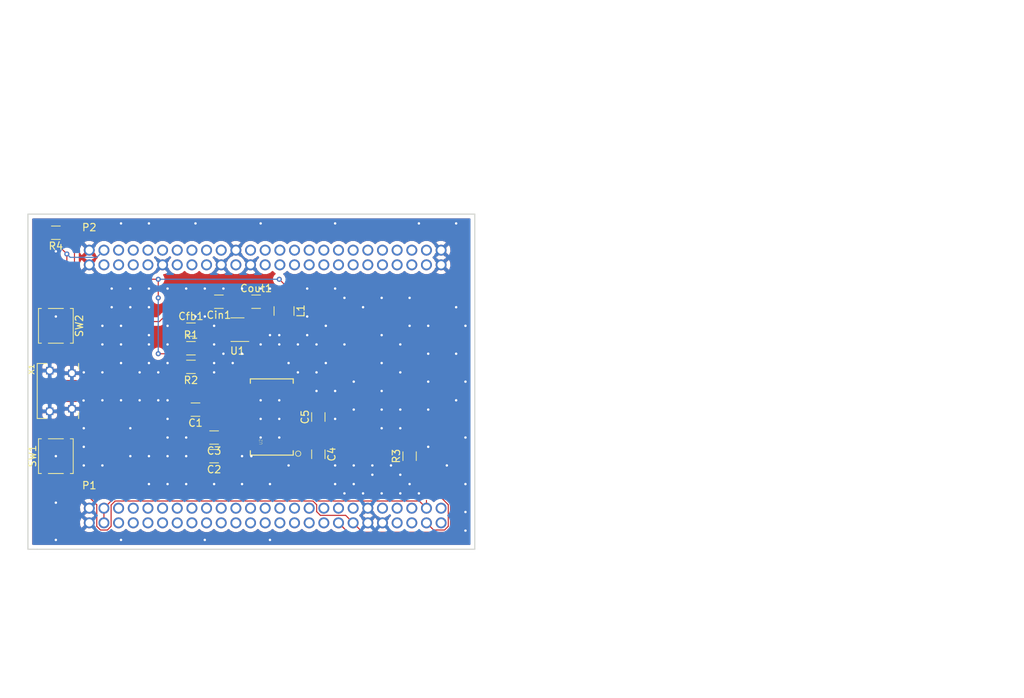
<source format=kicad_pcb>
(kicad_pcb (version 20171130) (host pcbnew 5.0.1+dfsg1-2)

  (general
    (thickness 1.6)
    (drawings 5)
    (tracks 312)
    (zones 0)
    (modules 20)
    (nets 112)
  )

  (page A4)
  (layers
    (0 F.Cu signal)
    (31 B.Cu signal)
    (32 B.Adhes user)
    (33 F.Adhes user)
    (34 B.Paste user)
    (35 F.Paste user)
    (36 B.SilkS user)
    (37 F.SilkS user)
    (38 B.Mask user)
    (39 F.Mask user)
    (40 Dwgs.User user)
    (41 Cmts.User user)
    (42 Eco1.User user)
    (43 Eco2.User user)
    (44 Edge.Cuts user)
    (45 Margin user)
    (46 B.CrtYd user)
    (47 F.CrtYd user)
    (48 B.Fab user)
    (49 F.Fab user)
  )

  (setup
    (last_trace_width 0.1524)
    (trace_clearance 0.1524)
    (zone_clearance 0.508)
    (zone_45_only no)
    (trace_min 0.1524)
    (segment_width 0.2)
    (edge_width 0.15)
    (via_size 0.6858)
    (via_drill 0.3302)
    (via_min_size 0.508)
    (via_min_drill 0.254)
    (uvia_size 0.3)
    (uvia_drill 0.1)
    (uvias_allowed no)
    (uvia_min_size 0)
    (uvia_min_drill 0)
    (pcb_text_width 0.3)
    (pcb_text_size 1.5 1.5)
    (mod_edge_width 0.15)
    (mod_text_size 1 1)
    (mod_text_width 0.15)
    (pad_size 0.348 1.397)
    (pad_drill 0)
    (pad_to_mask_clearance 0)
    (solder_mask_min_width 0.25)
    (aux_axis_origin 0 0)
    (visible_elements FFFFFF7F)
    (pcbplotparams
      (layerselection 0x010f0_ffffffff)
      (usegerberextensions false)
      (usegerberattributes false)
      (usegerberadvancedattributes false)
      (creategerberjobfile false)
      (excludeedgelayer true)
      (linewidth 0.100000)
      (plotframeref false)
      (viasonmask false)
      (mode 1)
      (useauxorigin false)
      (hpglpennumber 1)
      (hpglpenspeed 20)
      (hpglpendiameter 15.000000)
      (psnegative false)
      (psa4output false)
      (plotreference true)
      (plotvalue true)
      (plotinvisibletext false)
      (padsonsilk false)
      (subtractmaskfromsilk false)
      (outputformat 1)
      (mirror false)
      (drillshape 0)
      (scaleselection 1)
      (outputdirectory "../out/"))
  )

  (net 0 "")
  (net 1 GND)
  (net 2 +5V)
  (net 3 "Net-(P1-Pad5)")
  (net 4 "Net-(P1-Pad6)")
  (net 5 "Net-(P1-Pad7)")
  (net 6 "Net-(P1-Pad8)")
  (net 7 "Net-(P1-Pad9)")
  (net 8 "Net-(P1-Pad10)")
  (net 9 "Net-(P1-Pad11)")
  (net 10 "Net-(P1-Pad12)")
  (net 11 "Net-(P1-Pad13)")
  (net 12 "Net-(P1-Pad14)")
  (net 13 "Net-(P1-Pad15)")
  (net 14 "Net-(P1-Pad16)")
  (net 15 "Net-(P1-Pad17)")
  (net 16 "Net-(P1-Pad18)")
  (net 17 "Net-(P1-Pad19)")
  (net 18 "Net-(P1-Pad20)")
  (net 19 "Net-(P1-Pad21)")
  (net 20 "Net-(P1-Pad22)")
  (net 21 "Net-(P1-Pad23)")
  (net 22 "Net-(P1-Pad24)")
  (net 23 "Net-(P1-Pad25)")
  (net 24 "Net-(P1-Pad26)")
  (net 25 "Net-(P1-Pad27)")
  (net 26 "Net-(P1-Pad28)")
  (net 27 "Net-(P1-Pad29)")
  (net 28 "Net-(P1-Pad30)")
  (net 29 "Net-(P1-Pad31)")
  (net 30 "Net-(P1-Pad32)")
  (net 31 "Net-(P1-Pad33)")
  (net 32 "Net-(P1-Pad34)")
  (net 33 +3V3)
  (net 34 "Net-(P1-Pad36)")
  (net 35 "Net-(P1-Pad38)")
  (net 36 "Net-(P1-Pad42)")
  (net 37 "Net-(P1-Pad43)")
  (net 38 "Net-(P1-Pad44)")
  (net 39 "Net-(P1-Pad45)")
  (net 40 "Net-(P1-Pad46)")
  (net 41 "Net-(P1-Pad49)")
  (net 42 "Net-(P1-Pad50)")
  (net 43 "Net-(C1-Pad1)")
  (net 44 "Net-(L1-Pad2)")
  (net 45 NvtRX)
  (net 46 NvtTX)
  (net 47 "Net-(P2-Pad48)")
  (net 48 "Net-(P2-Pad47)")
  (net 49 "Net-(P2-Pad46)")
  (net 50 "Net-(P2-Pad45)")
  (net 51 "Net-(P2-Pad44)")
  (net 52 "Net-(P2-Pad43)")
  (net 53 "Net-(P2-Pad42)")
  (net 54 "Net-(P2-Pad41)")
  (net 55 "Net-(P2-Pad40)")
  (net 56 "Net-(P2-Pad39)")
  (net 57 "Net-(P2-Pad38)")
  (net 58 "Net-(P2-Pad37)")
  (net 59 "Net-(P2-Pad36)")
  (net 60 "Net-(P2-Pad35)")
  (net 61 "Net-(P2-Pad34)")
  (net 62 "Net-(P2-Pad33)")
  (net 63 "Net-(P2-Pad32)")
  (net 64 "Net-(P2-Pad31)")
  (net 65 "Net-(P2-Pad30)")
  (net 66 "Net-(P2-Pad29)")
  (net 67 "Net-(P2-Pad28)")
  (net 68 "Net-(P2-Pad27)")
  (net 69 "Net-(P2-Pad26)")
  (net 70 "Net-(P2-Pad25)")
  (net 71 "Net-(P2-Pad12)")
  (net 72 "Net-(P2-Pad10)")
  (net 73 "Net-(P2-Pad9)")
  (net 74 "Net-(P2-Pad8)")
  (net 75 "Net-(P2-Pad7)")
  (net 76 "Net-(P2-Pad6)")
  (net 77 "Net-(P2-Pad5)")
  (net 78 "Net-(P2-Pad3)")
  (net 79 "Net-(P2-Pad13)")
  (net 80 "Net-(P2-Pad14)")
  (net 81 "Net-(P2-Pad15)")
  (net 82 "Net-(P2-Pad16)")
  (net 83 "Net-(P2-Pad17)")
  (net 84 "Net-(P2-Pad18)")
  (net 85 "Net-(P2-Pad20)")
  (net 86 "Net-(P2-Pad21)")
  (net 87 "Net-(P2-Pad24)")
  (net 88 "Net-(U2-Pad2)")
  (net 89 "Net-(U2-Pad3)")
  (net 90 "Net-(U2-Pad6)")
  (net 91 "Net-(U2-Pad8)")
  (net 92 "Net-(U2-Pad9)")
  (net 93 "Net-(U2-Pad10)")
  (net 94 "Net-(U2-Pad11)")
  (net 95 "Net-(U2-Pad12)")
  (net 96 "Net-(U2-Pad13)")
  (net 97 "Net-(U2-Pad14)")
  (net 98 "Net-(U2-Pad15)")
  (net 99 "Net-(U2-Pad16)")
  (net 100 "Net-(U2-Pad19)")
  (net 101 "Net-(U2-Pad22)")
  (net 102 "Net-(U2-Pad23)")
  (net 103 "Net-(U2-Pad24)")
  (net 104 "Net-(U2-Pad25)")
  (net 105 "Net-(U2-Pad26)")
  (net 106 "Net-(U2-Pad27)")
  (net 107 "Net-(U2-Pad28)")
  (net 108 "Net-(X1-PadID)")
  (net 109 "Net-(Cfb1-Pad2)")
  (net 110 "Net-(P1-Pad37)")
  (net 111 "Net-(P2-Pad4)")

  (net_class Default "This is the default net class."
    (clearance 0.1524)
    (trace_width 0.1524)
    (via_dia 0.6858)
    (via_drill 0.3302)
    (uvia_dia 0.3)
    (uvia_drill 0.1)
    (add_net +3V3)
    (add_net +5V)
    (add_net GND)
    (add_net "Net-(C1-Pad1)")
    (add_net "Net-(Cfb1-Pad2)")
    (add_net "Net-(L1-Pad2)")
    (add_net "Net-(P1-Pad10)")
    (add_net "Net-(P1-Pad11)")
    (add_net "Net-(P1-Pad12)")
    (add_net "Net-(P1-Pad13)")
    (add_net "Net-(P1-Pad14)")
    (add_net "Net-(P1-Pad15)")
    (add_net "Net-(P1-Pad16)")
    (add_net "Net-(P1-Pad17)")
    (add_net "Net-(P1-Pad18)")
    (add_net "Net-(P1-Pad19)")
    (add_net "Net-(P1-Pad20)")
    (add_net "Net-(P1-Pad21)")
    (add_net "Net-(P1-Pad22)")
    (add_net "Net-(P1-Pad23)")
    (add_net "Net-(P1-Pad24)")
    (add_net "Net-(P1-Pad25)")
    (add_net "Net-(P1-Pad26)")
    (add_net "Net-(P1-Pad27)")
    (add_net "Net-(P1-Pad28)")
    (add_net "Net-(P1-Pad29)")
    (add_net "Net-(P1-Pad30)")
    (add_net "Net-(P1-Pad31)")
    (add_net "Net-(P1-Pad32)")
    (add_net "Net-(P1-Pad33)")
    (add_net "Net-(P1-Pad34)")
    (add_net "Net-(P1-Pad36)")
    (add_net "Net-(P1-Pad37)")
    (add_net "Net-(P1-Pad38)")
    (add_net "Net-(P1-Pad42)")
    (add_net "Net-(P1-Pad43)")
    (add_net "Net-(P1-Pad44)")
    (add_net "Net-(P1-Pad45)")
    (add_net "Net-(P1-Pad46)")
    (add_net "Net-(P1-Pad49)")
    (add_net "Net-(P1-Pad5)")
    (add_net "Net-(P1-Pad50)")
    (add_net "Net-(P1-Pad6)")
    (add_net "Net-(P1-Pad7)")
    (add_net "Net-(P1-Pad8)")
    (add_net "Net-(P1-Pad9)")
    (add_net "Net-(P2-Pad10)")
    (add_net "Net-(P2-Pad12)")
    (add_net "Net-(P2-Pad13)")
    (add_net "Net-(P2-Pad14)")
    (add_net "Net-(P2-Pad15)")
    (add_net "Net-(P2-Pad16)")
    (add_net "Net-(P2-Pad17)")
    (add_net "Net-(P2-Pad18)")
    (add_net "Net-(P2-Pad20)")
    (add_net "Net-(P2-Pad21)")
    (add_net "Net-(P2-Pad24)")
    (add_net "Net-(P2-Pad25)")
    (add_net "Net-(P2-Pad26)")
    (add_net "Net-(P2-Pad27)")
    (add_net "Net-(P2-Pad28)")
    (add_net "Net-(P2-Pad29)")
    (add_net "Net-(P2-Pad3)")
    (add_net "Net-(P2-Pad30)")
    (add_net "Net-(P2-Pad31)")
    (add_net "Net-(P2-Pad32)")
    (add_net "Net-(P2-Pad33)")
    (add_net "Net-(P2-Pad34)")
    (add_net "Net-(P2-Pad35)")
    (add_net "Net-(P2-Pad36)")
    (add_net "Net-(P2-Pad37)")
    (add_net "Net-(P2-Pad38)")
    (add_net "Net-(P2-Pad39)")
    (add_net "Net-(P2-Pad4)")
    (add_net "Net-(P2-Pad40)")
    (add_net "Net-(P2-Pad41)")
    (add_net "Net-(P2-Pad42)")
    (add_net "Net-(P2-Pad43)")
    (add_net "Net-(P2-Pad44)")
    (add_net "Net-(P2-Pad45)")
    (add_net "Net-(P2-Pad46)")
    (add_net "Net-(P2-Pad47)")
    (add_net "Net-(P2-Pad48)")
    (add_net "Net-(P2-Pad5)")
    (add_net "Net-(P2-Pad6)")
    (add_net "Net-(P2-Pad7)")
    (add_net "Net-(P2-Pad8)")
    (add_net "Net-(P2-Pad9)")
    (add_net "Net-(U2-Pad10)")
    (add_net "Net-(U2-Pad11)")
    (add_net "Net-(U2-Pad12)")
    (add_net "Net-(U2-Pad13)")
    (add_net "Net-(U2-Pad14)")
    (add_net "Net-(U2-Pad15)")
    (add_net "Net-(U2-Pad16)")
    (add_net "Net-(U2-Pad19)")
    (add_net "Net-(U2-Pad2)")
    (add_net "Net-(U2-Pad22)")
    (add_net "Net-(U2-Pad23)")
    (add_net "Net-(U2-Pad24)")
    (add_net "Net-(U2-Pad25)")
    (add_net "Net-(U2-Pad26)")
    (add_net "Net-(U2-Pad27)")
    (add_net "Net-(U2-Pad28)")
    (add_net "Net-(U2-Pad3)")
    (add_net "Net-(U2-Pad6)")
    (add_net "Net-(U2-Pad8)")
    (add_net "Net-(U2-Pad9)")
    (add_net "Net-(X1-PadID)")
    (add_net NvtRX)
    (add_net NvtTX)
  )

  (module Button_Switch_SMD:SW_SPST_TL3305C (layer F.Cu) (tedit 5ABC3ACB) (tstamp 5C134D39)
    (at 62.23 97.79 270)
    (descr https://www.e-switch.com/system/asset/product_line/data_sheet/213/TL3305.pdf)
    (tags "TL3305 Series Tact Switch")
    (path /5BC77B78/5BFDD6DD)
    (attr smd)
    (fp_text reference SW2 (at 0 -3.2 270) (layer F.SilkS)
      (effects (font (size 1 1) (thickness 0.15)))
    )
    (fp_text value SW_Push (at 0 3.2 270) (layer F.Fab)
      (effects (font (size 1 1) (thickness 0.15)))
    )
    (fp_line (start -4.65 -2.5) (end 4.65 -2.5) (layer F.CrtYd) (width 0.05))
    (fp_line (start -4.65 2.5) (end -4.65 -2.5) (layer F.CrtYd) (width 0.05))
    (fp_line (start 4.65 2.5) (end -4.65 2.5) (layer F.CrtYd) (width 0.05))
    (fp_line (start 4.65 -2.5) (end 4.65 2.5) (layer F.CrtYd) (width 0.05))
    (fp_line (start -2.37 1.03) (end -2.37 -1.03) (layer F.SilkS) (width 0.12))
    (fp_line (start 2.37 1.03) (end 2.37 -1.03) (layer F.SilkS) (width 0.12))
    (fp_line (start 2.37 2.37) (end 2.37 1.97) (layer F.SilkS) (width 0.12))
    (fp_line (start -2.37 2.37) (end 2.37 2.37) (layer F.SilkS) (width 0.12))
    (fp_line (start -2.37 2.37) (end -2.37 1.97) (layer F.SilkS) (width 0.12))
    (fp_line (start 2.37 -2.37) (end 2.37 -1.97) (layer F.SilkS) (width 0.12))
    (fp_line (start -2.37 -2.37) (end -2.37 -1.97) (layer F.SilkS) (width 0.12))
    (fp_line (start -2.37 -2.37) (end 2.37 -2.37) (layer F.SilkS) (width 0.12))
    (fp_text user %R (at 0 0 270) (layer F.Fab)
      (effects (font (size 0.5 0.5) (thickness 0.075)))
    )
    (fp_line (start -2.25 -2.25) (end 2.25 -2.25) (layer F.Fab) (width 0.1))
    (fp_line (start 2.25 -2.25) (end 2.25 2.25) (layer F.Fab) (width 0.1))
    (fp_line (start 2.25 2.25) (end -2.25 2.25) (layer F.Fab) (width 0.1))
    (fp_line (start -2.25 2.25) (end -2.25 -2.25) (layer F.Fab) (width 0.1))
    (fp_circle (center 0 0) (end 1.25 0) (layer F.Fab) (width 0.1))
    (fp_line (start 2.25 -1.15) (end 3.75 -1.15) (layer F.Fab) (width 0.1))
    (fp_line (start 3.75 -1.15) (end 3.75 -1.85) (layer F.Fab) (width 0.1))
    (fp_line (start 3.75 -1.85) (end 2.25 -1.85) (layer F.Fab) (width 0.1))
    (fp_line (start 2.25 1.15) (end 3.75 1.15) (layer F.Fab) (width 0.1))
    (fp_line (start 3.75 1.15) (end 3.75 1.85) (layer F.Fab) (width 0.1))
    (fp_line (start 3.75 1.85) (end 2.25 1.85) (layer F.Fab) (width 0.1))
    (fp_line (start -2.25 -1.85) (end -3.75 -1.85) (layer F.Fab) (width 0.1))
    (fp_line (start -3.75 -1.85) (end -3.75 -1.15) (layer F.Fab) (width 0.1))
    (fp_line (start -3.75 -1.15) (end -2.25 -1.15) (layer F.Fab) (width 0.1))
    (fp_line (start -2.25 1.15) (end -3.75 1.15) (layer F.Fab) (width 0.1))
    (fp_line (start -3.75 1.15) (end -3.75 1.85) (layer F.Fab) (width 0.1))
    (fp_line (start -3.75 1.85) (end -2.25 1.85) (layer F.Fab) (width 0.1))
    (fp_line (start 3 -1.85) (end 3 -1.15) (layer F.Fab) (width 0.1))
    (fp_line (start 3 1.15) (end 3 1.85) (layer F.Fab) (width 0.1))
    (fp_line (start -3 -1.85) (end -3 -1.15) (layer F.Fab) (width 0.1))
    (fp_line (start -3 1.15) (end -3 1.85) (layer F.Fab) (width 0.1))
    (pad 2 smd rect (at -3.6 1.5 270) (size 1.6 1.4) (layers F.Cu F.Paste F.Mask)
      (net 1 GND))
    (pad 2 smd rect (at 3.6 1.5 270) (size 1.6 1.4) (layers F.Cu F.Paste F.Mask)
      (net 1 GND))
    (pad 1 smd rect (at -3.6 -1.5 270) (size 1.6 1.4) (layers F.Cu F.Paste F.Mask)
      (net 111 "Net-(P2-Pad4)"))
    (pad 1 smd rect (at 3.6 -1.5 270) (size 1.6 1.4) (layers F.Cu F.Paste F.Mask)
      (net 111 "Net-(P2-Pad4)"))
    (model ${KISYS3DMOD}/Button_Switch_SMD.3dshapes/SW_SPST_TL3305C.wrl
      (at (xyz 0 0 0))
      (scale (xyz 1 1 1))
      (rotate (xyz 0 0 0))
    )
  )

  (module Button_Switch_SMD:SW_SPST_TL3305C (layer F.Cu) (tedit 5ABC3ACB) (tstamp 5C134D0F)
    (at 62.23 115.57 90)
    (descr https://www.e-switch.com/system/asset/product_line/data_sheet/213/TL3305.pdf)
    (tags "TL3305 Series Tact Switch")
    (path /5BC77B78/5BFDD739)
    (attr smd)
    (fp_text reference SW1 (at 0 -3.2 90) (layer F.SilkS)
      (effects (font (size 1 1) (thickness 0.15)))
    )
    (fp_text value SW_Push (at 0 3.2 90) (layer F.Fab)
      (effects (font (size 1 1) (thickness 0.15)))
    )
    (fp_line (start -3 1.15) (end -3 1.85) (layer F.Fab) (width 0.1))
    (fp_line (start -3 -1.85) (end -3 -1.15) (layer F.Fab) (width 0.1))
    (fp_line (start 3 1.15) (end 3 1.85) (layer F.Fab) (width 0.1))
    (fp_line (start 3 -1.85) (end 3 -1.15) (layer F.Fab) (width 0.1))
    (fp_line (start -3.75 1.85) (end -2.25 1.85) (layer F.Fab) (width 0.1))
    (fp_line (start -3.75 1.15) (end -3.75 1.85) (layer F.Fab) (width 0.1))
    (fp_line (start -2.25 1.15) (end -3.75 1.15) (layer F.Fab) (width 0.1))
    (fp_line (start -3.75 -1.15) (end -2.25 -1.15) (layer F.Fab) (width 0.1))
    (fp_line (start -3.75 -1.85) (end -3.75 -1.15) (layer F.Fab) (width 0.1))
    (fp_line (start -2.25 -1.85) (end -3.75 -1.85) (layer F.Fab) (width 0.1))
    (fp_line (start 3.75 1.85) (end 2.25 1.85) (layer F.Fab) (width 0.1))
    (fp_line (start 3.75 1.15) (end 3.75 1.85) (layer F.Fab) (width 0.1))
    (fp_line (start 2.25 1.15) (end 3.75 1.15) (layer F.Fab) (width 0.1))
    (fp_line (start 3.75 -1.85) (end 2.25 -1.85) (layer F.Fab) (width 0.1))
    (fp_line (start 3.75 -1.15) (end 3.75 -1.85) (layer F.Fab) (width 0.1))
    (fp_line (start 2.25 -1.15) (end 3.75 -1.15) (layer F.Fab) (width 0.1))
    (fp_circle (center 0 0) (end 1.25 0) (layer F.Fab) (width 0.1))
    (fp_line (start -2.25 2.25) (end -2.25 -2.25) (layer F.Fab) (width 0.1))
    (fp_line (start 2.25 2.25) (end -2.25 2.25) (layer F.Fab) (width 0.1))
    (fp_line (start 2.25 -2.25) (end 2.25 2.25) (layer F.Fab) (width 0.1))
    (fp_line (start -2.25 -2.25) (end 2.25 -2.25) (layer F.Fab) (width 0.1))
    (fp_text user %R (at 0 0 90) (layer F.Fab)
      (effects (font (size 0.5 0.5) (thickness 0.075)))
    )
    (fp_line (start -2.37 -2.37) (end 2.37 -2.37) (layer F.SilkS) (width 0.12))
    (fp_line (start -2.37 -2.37) (end -2.37 -1.97) (layer F.SilkS) (width 0.12))
    (fp_line (start 2.37 -2.37) (end 2.37 -1.97) (layer F.SilkS) (width 0.12))
    (fp_line (start -2.37 2.37) (end -2.37 1.97) (layer F.SilkS) (width 0.12))
    (fp_line (start -2.37 2.37) (end 2.37 2.37) (layer F.SilkS) (width 0.12))
    (fp_line (start 2.37 2.37) (end 2.37 1.97) (layer F.SilkS) (width 0.12))
    (fp_line (start 2.37 1.03) (end 2.37 -1.03) (layer F.SilkS) (width 0.12))
    (fp_line (start -2.37 1.03) (end -2.37 -1.03) (layer F.SilkS) (width 0.12))
    (fp_line (start 4.65 -2.5) (end 4.65 2.5) (layer F.CrtYd) (width 0.05))
    (fp_line (start 4.65 2.5) (end -4.65 2.5) (layer F.CrtYd) (width 0.05))
    (fp_line (start -4.65 2.5) (end -4.65 -2.5) (layer F.CrtYd) (width 0.05))
    (fp_line (start -4.65 -2.5) (end 4.65 -2.5) (layer F.CrtYd) (width 0.05))
    (pad 1 smd rect (at 3.6 -1.5 90) (size 1.6 1.4) (layers F.Cu F.Paste F.Mask)
      (net 1 GND))
    (pad 1 smd rect (at -3.6 -1.5 90) (size 1.6 1.4) (layers F.Cu F.Paste F.Mask)
      (net 1 GND))
    (pad 2 smd rect (at 3.6 1.5 90) (size 1.6 1.4) (layers F.Cu F.Paste F.Mask)
      (net 110 "Net-(P1-Pad37)"))
    (pad 2 smd rect (at -3.6 1.5 90) (size 1.6 1.4) (layers F.Cu F.Paste F.Mask)
      (net 110 "Net-(P1-Pad37)"))
    (model ${KISYS3DMOD}/Button_Switch_SMD.3dshapes/SW_SPST_TL3305C.wrl
      (at (xyz 0 0 0))
      (scale (xyz 1 1 1))
      (rotate (xyz 0 0 0))
    )
  )

  (module Resistor_SMD:R_1206_3216Metric (layer F.Cu) (tedit 5B301BBD) (tstamp 5C134A73)
    (at 110.49 115.57 90)
    (descr "Resistor SMD 1206 (3216 Metric), square (rectangular) end terminal, IPC_7351 nominal, (Body size source: http://www.tortai-tech.com/upload/download/2011102023233369053.pdf), generated with kicad-footprint-generator")
    (tags resistor)
    (path /5BC77B78/5BFDEAD3)
    (attr smd)
    (fp_text reference R3 (at 0 -1.82 90) (layer F.SilkS)
      (effects (font (size 1 1) (thickness 0.15)))
    )
    (fp_text value 100kOhm (at 0 1.82 90) (layer F.Fab)
      (effects (font (size 1 1) (thickness 0.15)))
    )
    (fp_text user %R (at 0 0 90) (layer F.Fab)
      (effects (font (size 0.8 0.8) (thickness 0.12)))
    )
    (fp_line (start 2.28 1.12) (end -2.28 1.12) (layer F.CrtYd) (width 0.05))
    (fp_line (start 2.28 -1.12) (end 2.28 1.12) (layer F.CrtYd) (width 0.05))
    (fp_line (start -2.28 -1.12) (end 2.28 -1.12) (layer F.CrtYd) (width 0.05))
    (fp_line (start -2.28 1.12) (end -2.28 -1.12) (layer F.CrtYd) (width 0.05))
    (fp_line (start -0.602064 0.91) (end 0.602064 0.91) (layer F.SilkS) (width 0.12))
    (fp_line (start -0.602064 -0.91) (end 0.602064 -0.91) (layer F.SilkS) (width 0.12))
    (fp_line (start 1.6 0.8) (end -1.6 0.8) (layer F.Fab) (width 0.1))
    (fp_line (start 1.6 -0.8) (end 1.6 0.8) (layer F.Fab) (width 0.1))
    (fp_line (start -1.6 -0.8) (end 1.6 -0.8) (layer F.Fab) (width 0.1))
    (fp_line (start -1.6 0.8) (end -1.6 -0.8) (layer F.Fab) (width 0.1))
    (pad 2 smd roundrect (at 1.4 0 90) (size 1.25 1.75) (layers F.Cu F.Paste F.Mask) (roundrect_rratio 0.2)
      (net 33 +3V3))
    (pad 1 smd roundrect (at -1.4 0 90) (size 1.25 1.75) (layers F.Cu F.Paste F.Mask) (roundrect_rratio 0.2)
      (net 110 "Net-(P1-Pad37)"))
    (model ${KISYS3DMOD}/Resistor_SMD.3dshapes/R_1206_3216Metric.wrl
      (at (xyz 0 0 0))
      (scale (xyz 1 1 1))
      (rotate (xyz 0 0 0))
    )
  )

  (module Resistor_SMD:R_1206_3216Metric (layer F.Cu) (tedit 5B301BBD) (tstamp 5C134DFB)
    (at 62.23 85.09 180)
    (descr "Resistor SMD 1206 (3216 Metric), square (rectangular) end terminal, IPC_7351 nominal, (Body size source: http://www.tortai-tech.com/upload/download/2011102023233369053.pdf), generated with kicad-footprint-generator")
    (tags resistor)
    (path /5BC77B78/5BFE18CF)
    (attr smd)
    (fp_text reference R4 (at 0 -1.82 180) (layer F.SilkS)
      (effects (font (size 1 1) (thickness 0.15)))
    )
    (fp_text value 100kOhm (at 0 1.82 180) (layer F.Fab)
      (effects (font (size 1 1) (thickness 0.15)))
    )
    (fp_line (start -1.6 0.8) (end -1.6 -0.8) (layer F.Fab) (width 0.1))
    (fp_line (start -1.6 -0.8) (end 1.6 -0.8) (layer F.Fab) (width 0.1))
    (fp_line (start 1.6 -0.8) (end 1.6 0.8) (layer F.Fab) (width 0.1))
    (fp_line (start 1.6 0.8) (end -1.6 0.8) (layer F.Fab) (width 0.1))
    (fp_line (start -0.602064 -0.91) (end 0.602064 -0.91) (layer F.SilkS) (width 0.12))
    (fp_line (start -0.602064 0.91) (end 0.602064 0.91) (layer F.SilkS) (width 0.12))
    (fp_line (start -2.28 1.12) (end -2.28 -1.12) (layer F.CrtYd) (width 0.05))
    (fp_line (start -2.28 -1.12) (end 2.28 -1.12) (layer F.CrtYd) (width 0.05))
    (fp_line (start 2.28 -1.12) (end 2.28 1.12) (layer F.CrtYd) (width 0.05))
    (fp_line (start 2.28 1.12) (end -2.28 1.12) (layer F.CrtYd) (width 0.05))
    (fp_text user %R (at 0 0 180) (layer F.Fab)
      (effects (font (size 0.8 0.8) (thickness 0.12)))
    )
    (pad 1 smd roundrect (at -1.4 0 180) (size 1.25 1.75) (layers F.Cu F.Paste F.Mask) (roundrect_rratio 0.2)
      (net 33 +3V3))
    (pad 2 smd roundrect (at 1.4 0 180) (size 1.25 1.75) (layers F.Cu F.Paste F.Mask) (roundrect_rratio 0.2)
      (net 111 "Net-(P2-Pad4)"))
    (model ${KISYS3DMOD}/Resistor_SMD.3dshapes/R_1206_3216Metric.wrl
      (at (xyz 0 0 0))
      (scale (xyz 1 1 1))
      (rotate (xyz 0 0 0))
    )
  )

  (module myconn:Socket_Strip_Straight_2x25 (layer F.Cu) (tedit 5AD261D4) (tstamp 5BD709C9)
    (at 66.79 89.47)
    (descr "Through hole socket strip")
    (tags "socket strip")
    (path /5BC77B78/5BC77E44)
    (fp_text reference P2 (at 0 -5.1) (layer F.SilkS)
      (effects (font (size 1 1) (thickness 0.15)))
    )
    (fp_text value CONN_02X25 (at 0 -3.1) (layer F.Fab)
      (effects (font (size 1 1) (thickness 0.15)))
    )
    (pad 50 thru_hole circle (at 48 -2) (size 1.5 1.5) (drill 1.016) (layers *.Cu *.Mask)
      (net 1 GND))
    (pad 49 thru_hole circle (at 48 0) (size 1.5 1.5) (drill 1.016) (layers *.Cu *.Mask)
      (net 1 GND))
    (pad 48 thru_hole circle (at 46 -2) (size 1.5 1.5) (drill 1.016) (layers *.Cu *.Mask)
      (net 47 "Net-(P2-Pad48)"))
    (pad 47 thru_hole circle (at 46 0) (size 1.5 1.5) (drill 1.016) (layers *.Cu *.Mask)
      (net 48 "Net-(P2-Pad47)"))
    (pad 46 thru_hole circle (at 44 -2) (size 1.5 1.5) (drill 1.016) (layers *.Cu *.Mask)
      (net 49 "Net-(P2-Pad46)"))
    (pad 45 thru_hole circle (at 44 0) (size 1.5 1.5) (drill 1.016) (layers *.Cu *.Mask)
      (net 50 "Net-(P2-Pad45)"))
    (pad 44 thru_hole circle (at 42 -2) (size 1.5 1.5) (drill 1.016) (layers *.Cu *.Mask)
      (net 51 "Net-(P2-Pad44)"))
    (pad 43 thru_hole circle (at 42 0) (size 1.5 1.5) (drill 1.016) (layers *.Cu *.Mask)
      (net 52 "Net-(P2-Pad43)"))
    (pad 42 thru_hole circle (at 40 -2) (size 1.5 1.5) (drill 1.016) (layers *.Cu *.Mask)
      (net 53 "Net-(P2-Pad42)"))
    (pad 41 thru_hole circle (at 40 0) (size 1.5 1.5) (drill 1.016) (layers *.Cu *.Mask)
      (net 54 "Net-(P2-Pad41)"))
    (pad 40 thru_hole circle (at 38 -2) (size 1.5 1.5) (drill 1.016) (layers *.Cu *.Mask)
      (net 55 "Net-(P2-Pad40)"))
    (pad 39 thru_hole circle (at 38 0) (size 1.5 1.5) (drill 1.016) (layers *.Cu *.Mask)
      (net 56 "Net-(P2-Pad39)"))
    (pad 38 thru_hole circle (at 36 -2) (size 1.5 1.5) (drill 1.016) (layers *.Cu *.Mask)
      (net 57 "Net-(P2-Pad38)"))
    (pad 37 thru_hole circle (at 36 0) (size 1.5 1.5) (drill 1.016) (layers *.Cu *.Mask)
      (net 58 "Net-(P2-Pad37)"))
    (pad 36 thru_hole circle (at 34 -2) (size 1.5 1.5) (drill 1.016) (layers *.Cu *.Mask)
      (net 59 "Net-(P2-Pad36)"))
    (pad 35 thru_hole circle (at 34 0) (size 1.5 1.5) (drill 1.016) (layers *.Cu *.Mask)
      (net 60 "Net-(P2-Pad35)"))
    (pad 34 thru_hole circle (at 32 -2) (size 1.5 1.5) (drill 1.016) (layers *.Cu *.Mask)
      (net 61 "Net-(P2-Pad34)"))
    (pad 33 thru_hole circle (at 32 0) (size 1.5 1.5) (drill 1.016) (layers *.Cu *.Mask)
      (net 62 "Net-(P2-Pad33)"))
    (pad 32 thru_hole circle (at 30 -2) (size 1.5 1.5) (drill 1.016) (layers *.Cu *.Mask)
      (net 63 "Net-(P2-Pad32)"))
    (pad 31 thru_hole circle (at 30 0) (size 1.5 1.5) (drill 1.016) (layers *.Cu *.Mask)
      (net 64 "Net-(P2-Pad31)"))
    (pad 30 thru_hole circle (at 28 -2) (size 1.5 1.5) (drill 1.016) (layers *.Cu *.Mask)
      (net 65 "Net-(P2-Pad30)"))
    (pad 29 thru_hole circle (at 28 0) (size 1.5 1.5) (drill 1.016) (layers *.Cu *.Mask)
      (net 66 "Net-(P2-Pad29)"))
    (pad 28 thru_hole circle (at 26 -2) (size 1.5 1.5) (drill 1.016) (layers *.Cu *.Mask)
      (net 67 "Net-(P2-Pad28)"))
    (pad 27 thru_hole circle (at 26 0) (size 1.5 1.5) (drill 1.016) (layers *.Cu *.Mask)
      (net 68 "Net-(P2-Pad27)"))
    (pad 26 thru_hole circle (at 24 -2) (size 1.5 1.5) (drill 1.016) (layers *.Cu *.Mask)
      (net 69 "Net-(P2-Pad26)"))
    (pad 25 thru_hole circle (at 24 0) (size 1.5 1.5) (drill 1.016) (layers *.Cu *.Mask)
      (net 70 "Net-(P2-Pad25)"))
    (pad 12 thru_hole circle (at 10 -2 180) (size 1.5 1.5) (drill 1.016) (layers *.Cu *.Mask)
      (net 71 "Net-(P2-Pad12)"))
    (pad 11 thru_hole circle (at 10 0 180) (size 1.5 1.5) (drill 1.016) (layers *.Cu *.Mask)
      (net 1 GND))
    (pad 10 thru_hole circle (at 8 -2 180) (size 1.5 1.5) (drill 1.016) (layers *.Cu *.Mask)
      (net 72 "Net-(P2-Pad10)"))
    (pad 9 thru_hole circle (at 8 0 180) (size 1.5 1.5) (drill 1.016) (layers *.Cu *.Mask)
      (net 73 "Net-(P2-Pad9)"))
    (pad 8 thru_hole circle (at 6 -2 180) (size 1.5 1.5) (drill 1.016) (layers *.Cu *.Mask)
      (net 74 "Net-(P2-Pad8)"))
    (pad 7 thru_hole circle (at 6 0 180) (size 1.5 1.5) (drill 1.016) (layers *.Cu *.Mask)
      (net 75 "Net-(P2-Pad7)"))
    (pad 6 thru_hole circle (at 4 -2 180) (size 1.5 1.5) (drill 1.016) (layers *.Cu *.Mask)
      (net 76 "Net-(P2-Pad6)"))
    (pad 5 thru_hole circle (at 4 0 180) (size 1.5 1.5) (drill 1.016) (layers *.Cu *.Mask)
      (net 77 "Net-(P2-Pad5)"))
    (pad 4 thru_hole circle (at 2 -2 180) (size 1.5 1.5) (drill 1.016) (layers *.Cu *.Mask)
      (net 111 "Net-(P2-Pad4)"))
    (pad 3 thru_hole circle (at 2 0 180) (size 1.5 1.5) (drill 1.016) (layers *.Cu *.Mask)
      (net 78 "Net-(P2-Pad3)"))
    (pad 2 thru_hole circle (at 0 -2 180) (size 1.5 1.5) (drill 1.016) (layers *.Cu *.Mask)
      (net 1 GND))
    (pad 1 thru_hole circle (at 0 0 180) (size 1.5 1.5) (drill 1.016) (layers *.Cu *.Mask)
      (net 1 GND))
    (pad 13 thru_hole circle (at 12 0 180) (size 1.5 1.5) (drill 1.016) (layers *.Cu *.Mask)
      (net 79 "Net-(P2-Pad13)"))
    (pad 14 thru_hole circle (at 12 -2 180) (size 1.5 1.5) (drill 1.016) (layers *.Cu *.Mask)
      (net 80 "Net-(P2-Pad14)"))
    (pad 15 thru_hole circle (at 14 0 180) (size 1.5 1.5) (drill 1.016) (layers *.Cu *.Mask)
      (net 81 "Net-(P2-Pad15)"))
    (pad 16 thru_hole circle (at 14 -2 180) (size 1.5 1.5) (drill 1.016) (layers *.Cu *.Mask)
      (net 82 "Net-(P2-Pad16)"))
    (pad 17 thru_hole circle (at 16 0 180) (size 1.5 1.5) (drill 1.016) (layers *.Cu *.Mask)
      (net 83 "Net-(P2-Pad17)"))
    (pad 18 thru_hole circle (at 16 -2 180) (size 1.5 1.5) (drill 1.016) (layers *.Cu *.Mask)
      (net 84 "Net-(P2-Pad18)"))
    (pad 19 thru_hole circle (at 18 0 180) (size 1.5 1.5) (drill 1.016) (layers *.Cu *.Mask)
      (net 1 GND))
    (pad 20 thru_hole circle (at 18 -2 180) (size 1.5 1.5) (drill 1.016) (layers *.Cu *.Mask)
      (net 85 "Net-(P2-Pad20)"))
    (pad 21 thru_hole circle (at 20 0 180) (size 1.5 1.5) (drill 1.016) (layers *.Cu *.Mask)
      (net 86 "Net-(P2-Pad21)"))
    (pad 22 thru_hole circle (at 20 -2 180) (size 1.5 1.5) (drill 1.016) (layers *.Cu *.Mask)
      (net 1 GND))
    (pad 23 thru_hole circle (at 22 0 180) (size 1.5 1.5) (drill 1.016) (layers *.Cu *.Mask)
      (net 1 GND))
    (pad 24 thru_hole circle (at 22 -2 180) (size 1.5 1.5) (drill 1.016) (layers *.Cu *.Mask)
      (net 87 "Net-(P2-Pad24)"))
    (model Socket_Strips.3dshapes/Socket_Strip_Straight_2x25.wrl
      (offset (xyz 30.47999954223633 -1.269999980926514 0))
      (scale (xyz 1 1 1))
      (rotate (xyz 0 0 180))
    )
  )

  (module myconn:Socket_Strip_Straight_2x25 (layer F.Cu) (tedit 5AD261D4) (tstamp 5BD70993)
    (at 66.79 124.67)
    (descr "Through hole socket strip")
    (tags "socket strip")
    (path /5BC77B78/5BC77E3D)
    (fp_text reference P1 (at 0 -5.1) (layer F.SilkS)
      (effects (font (size 1 1) (thickness 0.15)))
    )
    (fp_text value CONN_02X25 (at 0 -3.1) (layer F.Fab)
      (effects (font (size 1 1) (thickness 0.15)))
    )
    (pad 24 thru_hole circle (at 22 -2 180) (size 1.5 1.5) (drill 1.016) (layers *.Cu *.Mask)
      (net 22 "Net-(P1-Pad24)"))
    (pad 23 thru_hole circle (at 22 0 180) (size 1.5 1.5) (drill 1.016) (layers *.Cu *.Mask)
      (net 21 "Net-(P1-Pad23)"))
    (pad 22 thru_hole circle (at 20 -2 180) (size 1.5 1.5) (drill 1.016) (layers *.Cu *.Mask)
      (net 20 "Net-(P1-Pad22)"))
    (pad 21 thru_hole circle (at 20 0 180) (size 1.5 1.5) (drill 1.016) (layers *.Cu *.Mask)
      (net 19 "Net-(P1-Pad21)"))
    (pad 20 thru_hole circle (at 18 -2 180) (size 1.5 1.5) (drill 1.016) (layers *.Cu *.Mask)
      (net 18 "Net-(P1-Pad20)"))
    (pad 19 thru_hole circle (at 18 0 180) (size 1.5 1.5) (drill 1.016) (layers *.Cu *.Mask)
      (net 17 "Net-(P1-Pad19)"))
    (pad 18 thru_hole circle (at 16 -2 180) (size 1.5 1.5) (drill 1.016) (layers *.Cu *.Mask)
      (net 16 "Net-(P1-Pad18)"))
    (pad 17 thru_hole circle (at 16 0 180) (size 1.5 1.5) (drill 1.016) (layers *.Cu *.Mask)
      (net 15 "Net-(P1-Pad17)"))
    (pad 16 thru_hole circle (at 14 -2 180) (size 1.5 1.5) (drill 1.016) (layers *.Cu *.Mask)
      (net 14 "Net-(P1-Pad16)"))
    (pad 15 thru_hole circle (at 14 0 180) (size 1.5 1.5) (drill 1.016) (layers *.Cu *.Mask)
      (net 13 "Net-(P1-Pad15)"))
    (pad 14 thru_hole circle (at 12 -2 180) (size 1.5 1.5) (drill 1.016) (layers *.Cu *.Mask)
      (net 12 "Net-(P1-Pad14)"))
    (pad 13 thru_hole circle (at 12 0 180) (size 1.5 1.5) (drill 1.016) (layers *.Cu *.Mask)
      (net 11 "Net-(P1-Pad13)"))
    (pad 1 thru_hole circle (at 0 0 180) (size 1.5 1.5) (drill 1.016) (layers *.Cu *.Mask)
      (net 1 GND))
    (pad 2 thru_hole circle (at 0 -2 180) (size 1.5 1.5) (drill 1.016) (layers *.Cu *.Mask)
      (net 1 GND))
    (pad 3 thru_hole circle (at 2 0 180) (size 1.5 1.5) (drill 1.016) (layers *.Cu *.Mask)
      (net 2 +5V))
    (pad 4 thru_hole circle (at 2 -2 180) (size 1.5 1.5) (drill 1.016) (layers *.Cu *.Mask)
      (net 2 +5V))
    (pad 5 thru_hole circle (at 4 0 180) (size 1.5 1.5) (drill 1.016) (layers *.Cu *.Mask)
      (net 3 "Net-(P1-Pad5)"))
    (pad 6 thru_hole circle (at 4 -2 180) (size 1.5 1.5) (drill 1.016) (layers *.Cu *.Mask)
      (net 4 "Net-(P1-Pad6)"))
    (pad 7 thru_hole circle (at 6 0 180) (size 1.5 1.5) (drill 1.016) (layers *.Cu *.Mask)
      (net 5 "Net-(P1-Pad7)"))
    (pad 8 thru_hole circle (at 6 -2 180) (size 1.5 1.5) (drill 1.016) (layers *.Cu *.Mask)
      (net 6 "Net-(P1-Pad8)"))
    (pad 9 thru_hole circle (at 8 0 180) (size 1.5 1.5) (drill 1.016) (layers *.Cu *.Mask)
      (net 7 "Net-(P1-Pad9)"))
    (pad 10 thru_hole circle (at 8 -2 180) (size 1.5 1.5) (drill 1.016) (layers *.Cu *.Mask)
      (net 8 "Net-(P1-Pad10)"))
    (pad 11 thru_hole circle (at 10 0 180) (size 1.5 1.5) (drill 1.016) (layers *.Cu *.Mask)
      (net 9 "Net-(P1-Pad11)"))
    (pad 12 thru_hole circle (at 10 -2 180) (size 1.5 1.5) (drill 1.016) (layers *.Cu *.Mask)
      (net 10 "Net-(P1-Pad12)"))
    (pad 25 thru_hole circle (at 24 0) (size 1.5 1.5) (drill 1.016) (layers *.Cu *.Mask)
      (net 23 "Net-(P1-Pad25)"))
    (pad 26 thru_hole circle (at 24 -2) (size 1.5 1.5) (drill 1.016) (layers *.Cu *.Mask)
      (net 24 "Net-(P1-Pad26)"))
    (pad 27 thru_hole circle (at 26 0) (size 1.5 1.5) (drill 1.016) (layers *.Cu *.Mask)
      (net 25 "Net-(P1-Pad27)"))
    (pad 28 thru_hole circle (at 26 -2) (size 1.5 1.5) (drill 1.016) (layers *.Cu *.Mask)
      (net 26 "Net-(P1-Pad28)"))
    (pad 29 thru_hole circle (at 28 0) (size 1.5 1.5) (drill 1.016) (layers *.Cu *.Mask)
      (net 27 "Net-(P1-Pad29)"))
    (pad 30 thru_hole circle (at 28 -2) (size 1.5 1.5) (drill 1.016) (layers *.Cu *.Mask)
      (net 28 "Net-(P1-Pad30)"))
    (pad 31 thru_hole circle (at 30 0) (size 1.5 1.5) (drill 1.016) (layers *.Cu *.Mask)
      (net 29 "Net-(P1-Pad31)"))
    (pad 32 thru_hole circle (at 30 -2) (size 1.5 1.5) (drill 1.016) (layers *.Cu *.Mask)
      (net 30 "Net-(P1-Pad32)"))
    (pad 33 thru_hole circle (at 32 0) (size 1.5 1.5) (drill 1.016) (layers *.Cu *.Mask)
      (net 31 "Net-(P1-Pad33)"))
    (pad 34 thru_hole circle (at 32 -2) (size 1.5 1.5) (drill 1.016) (layers *.Cu *.Mask)
      (net 32 "Net-(P1-Pad34)"))
    (pad 35 thru_hole circle (at 34 0) (size 1.5 1.5) (drill 1.016) (layers *.Cu *.Mask)
      (net 33 +3V3))
    (pad 36 thru_hole circle (at 34 -2) (size 1.5 1.5) (drill 1.016) (layers *.Cu *.Mask)
      (net 34 "Net-(P1-Pad36)"))
    (pad 37 thru_hole circle (at 36 0) (size 1.5 1.5) (drill 1.016) (layers *.Cu *.Mask)
      (net 110 "Net-(P1-Pad37)"))
    (pad 38 thru_hole circle (at 36 -2) (size 1.5 1.5) (drill 1.016) (layers *.Cu *.Mask)
      (net 35 "Net-(P1-Pad38)"))
    (pad 39 thru_hole circle (at 38 0) (size 1.5 1.5) (drill 1.016) (layers *.Cu *.Mask)
      (net 1 GND))
    (pad 40 thru_hole circle (at 38 -2) (size 1.5 1.5) (drill 1.016) (layers *.Cu *.Mask)
      (net 1 GND))
    (pad 41 thru_hole circle (at 40 0) (size 1.5 1.5) (drill 1.016) (layers *.Cu *.Mask)
      (net 1 GND))
    (pad 42 thru_hole circle (at 40 -2) (size 1.5 1.5) (drill 1.016) (layers *.Cu *.Mask)
      (net 36 "Net-(P1-Pad42)"))
    (pad 43 thru_hole circle (at 42 0) (size 1.5 1.5) (drill 1.016) (layers *.Cu *.Mask)
      (net 37 "Net-(P1-Pad43)"))
    (pad 44 thru_hole circle (at 42 -2) (size 1.5 1.5) (drill 1.016) (layers *.Cu *.Mask)
      (net 38 "Net-(P1-Pad44)"))
    (pad 45 thru_hole circle (at 44 0) (size 1.5 1.5) (drill 1.016) (layers *.Cu *.Mask)
      (net 39 "Net-(P1-Pad45)"))
    (pad 46 thru_hole circle (at 44 -2) (size 1.5 1.5) (drill 1.016) (layers *.Cu *.Mask)
      (net 40 "Net-(P1-Pad46)"))
    (pad 47 thru_hole circle (at 46 0) (size 1.5 1.5) (drill 1.016) (layers *.Cu *.Mask)
      (net 45 NvtRX))
    (pad 48 thru_hole circle (at 46 -2) (size 1.5 1.5) (drill 1.016) (layers *.Cu *.Mask)
      (net 46 NvtTX))
    (pad 49 thru_hole circle (at 48 0) (size 1.5 1.5) (drill 1.016) (layers *.Cu *.Mask)
      (net 41 "Net-(P1-Pad49)"))
    (pad 50 thru_hole circle (at 48 -2) (size 1.5 1.5) (drill 1.016) (layers *.Cu *.Mask)
      (net 42 "Net-(P1-Pad50)"))
    (model Socket_Strips.3dshapes/Socket_Strip_Straight_2x25.wrl
      (offset (xyz 30.47999954223633 -1.269999980926514 0))
      (scale (xyz 1 1 1))
      (rotate (xyz 0 0 180))
    )
  )

  (module Capacitor_SMD:C_1206_3216Metric (layer F.Cu) (tedit 5B301BBE) (tstamp 5BDFCE42)
    (at 81.28 109.22 180)
    (descr "Capacitor SMD 1206 (3216 Metric), square (rectangular) end terminal, IPC_7351 nominal, (Body size source: http://www.tortai-tech.com/upload/download/2011102023233369053.pdf), generated with kicad-footprint-generator")
    (tags capacitor)
    (path /5BC79335/5BC7DC70)
    (attr smd)
    (fp_text reference C1 (at 0 -1.82 180) (layer F.SilkS)
      (effects (font (size 1 1) (thickness 0.15)))
    )
    (fp_text value 1uF (at 0 1.82 180) (layer F.Fab)
      (effects (font (size 1 1) (thickness 0.15)))
    )
    (fp_text user %R (at 0 0 180) (layer F.Fab)
      (effects (font (size 0.8 0.8) (thickness 0.12)))
    )
    (fp_line (start 2.28 1.12) (end -2.28 1.12) (layer F.CrtYd) (width 0.05))
    (fp_line (start 2.28 -1.12) (end 2.28 1.12) (layer F.CrtYd) (width 0.05))
    (fp_line (start -2.28 -1.12) (end 2.28 -1.12) (layer F.CrtYd) (width 0.05))
    (fp_line (start -2.28 1.12) (end -2.28 -1.12) (layer F.CrtYd) (width 0.05))
    (fp_line (start -0.602064 0.91) (end 0.602064 0.91) (layer F.SilkS) (width 0.12))
    (fp_line (start -0.602064 -0.91) (end 0.602064 -0.91) (layer F.SilkS) (width 0.12))
    (fp_line (start 1.6 0.8) (end -1.6 0.8) (layer F.Fab) (width 0.1))
    (fp_line (start 1.6 -0.8) (end 1.6 0.8) (layer F.Fab) (width 0.1))
    (fp_line (start -1.6 -0.8) (end 1.6 -0.8) (layer F.Fab) (width 0.1))
    (fp_line (start -1.6 0.8) (end -1.6 -0.8) (layer F.Fab) (width 0.1))
    (pad 2 smd roundrect (at 1.4 0 180) (size 1.25 1.75) (layers F.Cu F.Paste F.Mask) (roundrect_rratio 0.2)
      (net 1 GND))
    (pad 1 smd roundrect (at -1.4 0 180) (size 1.25 1.75) (layers F.Cu F.Paste F.Mask) (roundrect_rratio 0.2)
      (net 43 "Net-(C1-Pad1)"))
    (model ${KISYS3DMOD}/Capacitor_SMD.3dshapes/C_1206_3216Metric.wrl
      (at (xyz 0 0 0))
      (scale (xyz 1 1 1))
      (rotate (xyz 0 0 0))
    )
  )

  (module Capacitor_SMD:C_1206_3216Metric (layer F.Cu) (tedit 5B301BBE) (tstamp 5BDFCD10)
    (at 83.82 115.57 180)
    (descr "Capacitor SMD 1206 (3216 Metric), square (rectangular) end terminal, IPC_7351 nominal, (Body size source: http://www.tortai-tech.com/upload/download/2011102023233369053.pdf), generated with kicad-footprint-generator")
    (tags capacitor)
    (path /5BC79335/5BC7DB7E)
    (attr smd)
    (fp_text reference C2 (at 0 -1.82 180) (layer F.SilkS)
      (effects (font (size 1 1) (thickness 0.15)))
    )
    (fp_text value 4.7uF (at 0 1.82 180) (layer F.Fab)
      (effects (font (size 1 1) (thickness 0.15)))
    )
    (fp_text user %R (at 0 0 180) (layer F.Fab)
      (effects (font (size 0.8 0.8) (thickness 0.12)))
    )
    (fp_line (start 2.28 1.12) (end -2.28 1.12) (layer F.CrtYd) (width 0.05))
    (fp_line (start 2.28 -1.12) (end 2.28 1.12) (layer F.CrtYd) (width 0.05))
    (fp_line (start -2.28 -1.12) (end 2.28 -1.12) (layer F.CrtYd) (width 0.05))
    (fp_line (start -2.28 1.12) (end -2.28 -1.12) (layer F.CrtYd) (width 0.05))
    (fp_line (start -0.602064 0.91) (end 0.602064 0.91) (layer F.SilkS) (width 0.12))
    (fp_line (start -0.602064 -0.91) (end 0.602064 -0.91) (layer F.SilkS) (width 0.12))
    (fp_line (start 1.6 0.8) (end -1.6 0.8) (layer F.Fab) (width 0.1))
    (fp_line (start 1.6 -0.8) (end 1.6 0.8) (layer F.Fab) (width 0.1))
    (fp_line (start -1.6 -0.8) (end 1.6 -0.8) (layer F.Fab) (width 0.1))
    (fp_line (start -1.6 0.8) (end -1.6 -0.8) (layer F.Fab) (width 0.1))
    (pad 2 smd roundrect (at 1.4 0 180) (size 1.25 1.75) (layers F.Cu F.Paste F.Mask) (roundrect_rratio 0.2)
      (net 1 GND))
    (pad 1 smd roundrect (at -1.4 0 180) (size 1.25 1.75) (layers F.Cu F.Paste F.Mask) (roundrect_rratio 0.2)
      (net 2 +5V))
    (model ${KISYS3DMOD}/Capacitor_SMD.3dshapes/C_1206_3216Metric.wrl
      (at (xyz 0 0 0))
      (scale (xyz 1 1 1))
      (rotate (xyz 0 0 0))
    )
  )

  (module Capacitor_SMD:C_1206_3216Metric (layer F.Cu) (tedit 5B301BBE) (tstamp 5BDFCD40)
    (at 83.82 113.03 180)
    (descr "Capacitor SMD 1206 (3216 Metric), square (rectangular) end terminal, IPC_7351 nominal, (Body size source: http://www.tortai-tech.com/upload/download/2011102023233369053.pdf), generated with kicad-footprint-generator")
    (tags capacitor)
    (path /5BC79335/5BC7DBE2)
    (attr smd)
    (fp_text reference C3 (at 0 -1.82 180) (layer F.SilkS)
      (effects (font (size 1 1) (thickness 0.15)))
    )
    (fp_text value 0.1uF (at 0 1.82 180) (layer F.Fab)
      (effects (font (size 1 1) (thickness 0.15)))
    )
    (fp_line (start -1.6 0.8) (end -1.6 -0.8) (layer F.Fab) (width 0.1))
    (fp_line (start -1.6 -0.8) (end 1.6 -0.8) (layer F.Fab) (width 0.1))
    (fp_line (start 1.6 -0.8) (end 1.6 0.8) (layer F.Fab) (width 0.1))
    (fp_line (start 1.6 0.8) (end -1.6 0.8) (layer F.Fab) (width 0.1))
    (fp_line (start -0.602064 -0.91) (end 0.602064 -0.91) (layer F.SilkS) (width 0.12))
    (fp_line (start -0.602064 0.91) (end 0.602064 0.91) (layer F.SilkS) (width 0.12))
    (fp_line (start -2.28 1.12) (end -2.28 -1.12) (layer F.CrtYd) (width 0.05))
    (fp_line (start -2.28 -1.12) (end 2.28 -1.12) (layer F.CrtYd) (width 0.05))
    (fp_line (start 2.28 -1.12) (end 2.28 1.12) (layer F.CrtYd) (width 0.05))
    (fp_line (start 2.28 1.12) (end -2.28 1.12) (layer F.CrtYd) (width 0.05))
    (fp_text user %R (at 0 0 180) (layer F.Fab)
      (effects (font (size 0.8 0.8) (thickness 0.12)))
    )
    (pad 1 smd roundrect (at -1.4 0 180) (size 1.25 1.75) (layers F.Cu F.Paste F.Mask) (roundrect_rratio 0.2)
      (net 2 +5V))
    (pad 2 smd roundrect (at 1.4 0 180) (size 1.25 1.75) (layers F.Cu F.Paste F.Mask) (roundrect_rratio 0.2)
      (net 1 GND))
    (model ${KISYS3DMOD}/Capacitor_SMD.3dshapes/C_1206_3216Metric.wrl
      (at (xyz 0 0 0))
      (scale (xyz 1 1 1))
      (rotate (xyz 0 0 0))
    )
  )

  (module Capacitor_SMD:C_1206_3216Metric (layer F.Cu) (tedit 5B301BBE) (tstamp 5BDFC9E9)
    (at 98.040281 115.310422 270)
    (descr "Capacitor SMD 1206 (3216 Metric), square (rectangular) end terminal, IPC_7351 nominal, (Body size source: http://www.tortai-tech.com/upload/download/2011102023233369053.pdf), generated with kicad-footprint-generator")
    (tags capacitor)
    (path /5BC79335/5BC7DC12)
    (attr smd)
    (fp_text reference C4 (at 0 -1.82 270) (layer F.SilkS)
      (effects (font (size 1 1) (thickness 0.15)))
    )
    (fp_text value 4.7uF (at 0 1.82 270) (layer F.Fab)
      (effects (font (size 1 1) (thickness 0.15)))
    )
    (fp_text user %R (at 0 0 270) (layer F.Fab)
      (effects (font (size 0.8 0.8) (thickness 0.12)))
    )
    (fp_line (start 2.28 1.12) (end -2.28 1.12) (layer F.CrtYd) (width 0.05))
    (fp_line (start 2.28 -1.12) (end 2.28 1.12) (layer F.CrtYd) (width 0.05))
    (fp_line (start -2.28 -1.12) (end 2.28 -1.12) (layer F.CrtYd) (width 0.05))
    (fp_line (start -2.28 1.12) (end -2.28 -1.12) (layer F.CrtYd) (width 0.05))
    (fp_line (start -0.602064 0.91) (end 0.602064 0.91) (layer F.SilkS) (width 0.12))
    (fp_line (start -0.602064 -0.91) (end 0.602064 -0.91) (layer F.SilkS) (width 0.12))
    (fp_line (start 1.6 0.8) (end -1.6 0.8) (layer F.Fab) (width 0.1))
    (fp_line (start 1.6 -0.8) (end 1.6 0.8) (layer F.Fab) (width 0.1))
    (fp_line (start -1.6 -0.8) (end 1.6 -0.8) (layer F.Fab) (width 0.1))
    (fp_line (start -1.6 0.8) (end -1.6 -0.8) (layer F.Fab) (width 0.1))
    (pad 2 smd roundrect (at 1.4 0 270) (size 1.25 1.75) (layers F.Cu F.Paste F.Mask) (roundrect_rratio 0.2)
      (net 1 GND))
    (pad 1 smd roundrect (at -1.4 0 270) (size 1.25 1.75) (layers F.Cu F.Paste F.Mask) (roundrect_rratio 0.2)
      (net 33 +3V3))
    (model ${KISYS3DMOD}/Capacitor_SMD.3dshapes/C_1206_3216Metric.wrl
      (at (xyz 0 0 0))
      (scale (xyz 1 1 1))
      (rotate (xyz 0 0 0))
    )
  )

  (module Capacitor_SMD:C_1206_3216Metric (layer F.Cu) (tedit 5B301BBE) (tstamp 5BDFCCE0)
    (at 98.040281 110.230422 90)
    (descr "Capacitor SMD 1206 (3216 Metric), square (rectangular) end terminal, IPC_7351 nominal, (Body size source: http://www.tortai-tech.com/upload/download/2011102023233369053.pdf), generated with kicad-footprint-generator")
    (tags capacitor)
    (path /5BC79335/5BC7DC44)
    (attr smd)
    (fp_text reference C5 (at 0 -1.82 90) (layer F.SilkS)
      (effects (font (size 1 1) (thickness 0.15)))
    )
    (fp_text value 0.1uF (at 0 1.82 90) (layer F.Fab)
      (effects (font (size 1 1) (thickness 0.15)))
    )
    (fp_line (start -1.6 0.8) (end -1.6 -0.8) (layer F.Fab) (width 0.1))
    (fp_line (start -1.6 -0.8) (end 1.6 -0.8) (layer F.Fab) (width 0.1))
    (fp_line (start 1.6 -0.8) (end 1.6 0.8) (layer F.Fab) (width 0.1))
    (fp_line (start 1.6 0.8) (end -1.6 0.8) (layer F.Fab) (width 0.1))
    (fp_line (start -0.602064 -0.91) (end 0.602064 -0.91) (layer F.SilkS) (width 0.12))
    (fp_line (start -0.602064 0.91) (end 0.602064 0.91) (layer F.SilkS) (width 0.12))
    (fp_line (start -2.28 1.12) (end -2.28 -1.12) (layer F.CrtYd) (width 0.05))
    (fp_line (start -2.28 -1.12) (end 2.28 -1.12) (layer F.CrtYd) (width 0.05))
    (fp_line (start 2.28 -1.12) (end 2.28 1.12) (layer F.CrtYd) (width 0.05))
    (fp_line (start 2.28 1.12) (end -2.28 1.12) (layer F.CrtYd) (width 0.05))
    (fp_text user %R (at 0 0 90) (layer F.Fab)
      (effects (font (size 0.8 0.8) (thickness 0.12)))
    )
    (pad 1 smd roundrect (at -1.4 0 90) (size 1.25 1.75) (layers F.Cu F.Paste F.Mask) (roundrect_rratio 0.2)
      (net 33 +3V3))
    (pad 2 smd roundrect (at 1.4 0 90) (size 1.25 1.75) (layers F.Cu F.Paste F.Mask) (roundrect_rratio 0.2)
      (net 1 GND))
    (model ${KISYS3DMOD}/Capacitor_SMD.3dshapes/C_1206_3216Metric.wrl
      (at (xyz 0 0 0))
      (scale (xyz 1 1 1))
      (rotate (xyz 0 0 0))
    )
  )

  (module Capacitor_SMD:C_1206_3216Metric (layer F.Cu) (tedit 5B301BBE) (tstamp 5BDFCAB5)
    (at 80.660056 98.309731)
    (descr "Capacitor SMD 1206 (3216 Metric), square (rectangular) end terminal, IPC_7351 nominal, (Body size source: http://www.tortai-tech.com/upload/download/2011102023233369053.pdf), generated with kicad-footprint-generator")
    (tags capacitor)
    (path /5BC79332/5B5C5EF3)
    (attr smd)
    (fp_text reference Cfb1 (at 0 -1.82) (layer F.SilkS)
      (effects (font (size 1 1) (thickness 0.15)))
    )
    (fp_text value 22pF (at 0 1.82) (layer F.Fab)
      (effects (font (size 1 1) (thickness 0.15)))
    )
    (fp_line (start -1.6 0.8) (end -1.6 -0.8) (layer F.Fab) (width 0.1))
    (fp_line (start -1.6 -0.8) (end 1.6 -0.8) (layer F.Fab) (width 0.1))
    (fp_line (start 1.6 -0.8) (end 1.6 0.8) (layer F.Fab) (width 0.1))
    (fp_line (start 1.6 0.8) (end -1.6 0.8) (layer F.Fab) (width 0.1))
    (fp_line (start -0.602064 -0.91) (end 0.602064 -0.91) (layer F.SilkS) (width 0.12))
    (fp_line (start -0.602064 0.91) (end 0.602064 0.91) (layer F.SilkS) (width 0.12))
    (fp_line (start -2.28 1.12) (end -2.28 -1.12) (layer F.CrtYd) (width 0.05))
    (fp_line (start -2.28 -1.12) (end 2.28 -1.12) (layer F.CrtYd) (width 0.05))
    (fp_line (start 2.28 -1.12) (end 2.28 1.12) (layer F.CrtYd) (width 0.05))
    (fp_line (start 2.28 1.12) (end -2.28 1.12) (layer F.CrtYd) (width 0.05))
    (fp_text user %R (at 0 0) (layer F.Fab)
      (effects (font (size 0.8 0.8) (thickness 0.12)))
    )
    (pad 1 smd roundrect (at -1.4 0) (size 1.25 1.75) (layers F.Cu F.Paste F.Mask) (roundrect_rratio 0.2)
      (net 33 +3V3))
    (pad 2 smd roundrect (at 1.4 0) (size 1.25 1.75) (layers F.Cu F.Paste F.Mask) (roundrect_rratio 0.2)
      (net 109 "Net-(Cfb1-Pad2)"))
    (model ${KISYS3DMOD}/Capacitor_SMD.3dshapes/C_1206_3216Metric.wrl
      (at (xyz 0 0 0))
      (scale (xyz 1 1 1))
      (rotate (xyz 0 0 0))
    )
  )

  (module Capacitor_SMD:C_1206_3216Metric (layer F.Cu) (tedit 5B301BBE) (tstamp 5BDFC9B9)
    (at 84.470056 94.499731 180)
    (descr "Capacitor SMD 1206 (3216 Metric), square (rectangular) end terminal, IPC_7351 nominal, (Body size source: http://www.tortai-tech.com/upload/download/2011102023233369053.pdf), generated with kicad-footprint-generator")
    (tags capacitor)
    (path /5BC79332/5B5C5E51)
    (attr smd)
    (fp_text reference Cin1 (at 0 -1.82 180) (layer F.SilkS)
      (effects (font (size 1 1) (thickness 0.15)))
    )
    (fp_text value 2.2uF (at 0 1.82 180) (layer F.Fab)
      (effects (font (size 1 1) (thickness 0.15)))
    )
    (fp_line (start -1.6 0.8) (end -1.6 -0.8) (layer F.Fab) (width 0.1))
    (fp_line (start -1.6 -0.8) (end 1.6 -0.8) (layer F.Fab) (width 0.1))
    (fp_line (start 1.6 -0.8) (end 1.6 0.8) (layer F.Fab) (width 0.1))
    (fp_line (start 1.6 0.8) (end -1.6 0.8) (layer F.Fab) (width 0.1))
    (fp_line (start -0.602064 -0.91) (end 0.602064 -0.91) (layer F.SilkS) (width 0.12))
    (fp_line (start -0.602064 0.91) (end 0.602064 0.91) (layer F.SilkS) (width 0.12))
    (fp_line (start -2.28 1.12) (end -2.28 -1.12) (layer F.CrtYd) (width 0.05))
    (fp_line (start -2.28 -1.12) (end 2.28 -1.12) (layer F.CrtYd) (width 0.05))
    (fp_line (start 2.28 -1.12) (end 2.28 1.12) (layer F.CrtYd) (width 0.05))
    (fp_line (start 2.28 1.12) (end -2.28 1.12) (layer F.CrtYd) (width 0.05))
    (fp_text user %R (at 0 0 180) (layer F.Fab)
      (effects (font (size 0.8 0.8) (thickness 0.12)))
    )
    (pad 1 smd roundrect (at -1.4 0 180) (size 1.25 1.75) (layers F.Cu F.Paste F.Mask) (roundrect_rratio 0.2)
      (net 1 GND))
    (pad 2 smd roundrect (at 1.4 0 180) (size 1.25 1.75) (layers F.Cu F.Paste F.Mask) (roundrect_rratio 0.2)
      (net 2 +5V))
    (model ${KISYS3DMOD}/Capacitor_SMD.3dshapes/C_1206_3216Metric.wrl
      (at (xyz 0 0 0))
      (scale (xyz 1 1 1))
      (rotate (xyz 0 0 0))
    )
  )

  (module Capacitor_SMD:C_1206_3216Metric (layer F.Cu) (tedit 5B301BBE) (tstamp 5BDFCE72)
    (at 89.550056 94.499731)
    (descr "Capacitor SMD 1206 (3216 Metric), square (rectangular) end terminal, IPC_7351 nominal, (Body size source: http://www.tortai-tech.com/upload/download/2011102023233369053.pdf), generated with kicad-footprint-generator")
    (tags capacitor)
    (path /5BC79332/5B5C5EC2)
    (attr smd)
    (fp_text reference Cout1 (at 0 -1.82) (layer F.SilkS)
      (effects (font (size 1 1) (thickness 0.15)))
    )
    (fp_text value 2.2uF (at 0 1.82) (layer F.Fab)
      (effects (font (size 1 1) (thickness 0.15)))
    )
    (fp_text user %R (at 0 0) (layer F.Fab)
      (effects (font (size 0.8 0.8) (thickness 0.12)))
    )
    (fp_line (start 2.28 1.12) (end -2.28 1.12) (layer F.CrtYd) (width 0.05))
    (fp_line (start 2.28 -1.12) (end 2.28 1.12) (layer F.CrtYd) (width 0.05))
    (fp_line (start -2.28 -1.12) (end 2.28 -1.12) (layer F.CrtYd) (width 0.05))
    (fp_line (start -2.28 1.12) (end -2.28 -1.12) (layer F.CrtYd) (width 0.05))
    (fp_line (start -0.602064 0.91) (end 0.602064 0.91) (layer F.SilkS) (width 0.12))
    (fp_line (start -0.602064 -0.91) (end 0.602064 -0.91) (layer F.SilkS) (width 0.12))
    (fp_line (start 1.6 0.8) (end -1.6 0.8) (layer F.Fab) (width 0.1))
    (fp_line (start 1.6 -0.8) (end 1.6 0.8) (layer F.Fab) (width 0.1))
    (fp_line (start -1.6 -0.8) (end 1.6 -0.8) (layer F.Fab) (width 0.1))
    (fp_line (start -1.6 0.8) (end -1.6 -0.8) (layer F.Fab) (width 0.1))
    (pad 2 smd roundrect (at 1.4 0) (size 1.25 1.75) (layers F.Cu F.Paste F.Mask) (roundrect_rratio 0.2)
      (net 33 +3V3))
    (pad 1 smd roundrect (at -1.4 0) (size 1.25 1.75) (layers F.Cu F.Paste F.Mask) (roundrect_rratio 0.2)
      (net 1 GND))
    (model ${KISYS3DMOD}/Capacitor_SMD.3dshapes/C_1206_3216Metric.wrl
      (at (xyz 0 0 0))
      (scale (xyz 1 1 1))
      (rotate (xyz 0 0 0))
    )
  )

  (module Inductor_SMD:L_1210_3225Metric (layer F.Cu) (tedit 5B301BBE) (tstamp 5BDFD4AB)
    (at 93.360056 95.769731 270)
    (descr "Inductor SMD 1210 (3225 Metric), square (rectangular) end terminal, IPC_7351 nominal, (Body size source: http://www.tortai-tech.com/upload/download/2011102023233369053.pdf), generated with kicad-footprint-generator")
    (tags inductor)
    (path /5BC79332/5B5C5F4C)
    (attr smd)
    (fp_text reference L1 (at 0 -2.28 270) (layer F.SilkS)
      (effects (font (size 1 1) (thickness 0.15)))
    )
    (fp_text value 2.2uH (at 0 2.28 270) (layer F.Fab)
      (effects (font (size 1 1) (thickness 0.15)))
    )
    (fp_line (start -1.6 1.25) (end -1.6 -1.25) (layer F.Fab) (width 0.1))
    (fp_line (start -1.6 -1.25) (end 1.6 -1.25) (layer F.Fab) (width 0.1))
    (fp_line (start 1.6 -1.25) (end 1.6 1.25) (layer F.Fab) (width 0.1))
    (fp_line (start 1.6 1.25) (end -1.6 1.25) (layer F.Fab) (width 0.1))
    (fp_line (start -0.602064 -1.36) (end 0.602064 -1.36) (layer F.SilkS) (width 0.12))
    (fp_line (start -0.602064 1.36) (end 0.602064 1.36) (layer F.SilkS) (width 0.12))
    (fp_line (start -2.28 1.58) (end -2.28 -1.58) (layer F.CrtYd) (width 0.05))
    (fp_line (start -2.28 -1.58) (end 2.28 -1.58) (layer F.CrtYd) (width 0.05))
    (fp_line (start 2.28 -1.58) (end 2.28 1.58) (layer F.CrtYd) (width 0.05))
    (fp_line (start 2.28 1.58) (end -2.28 1.58) (layer F.CrtYd) (width 0.05))
    (fp_text user %R (at 0 0 270) (layer F.Fab)
      (effects (font (size 0.8 0.8) (thickness 0.12)))
    )
    (pad 1 smd roundrect (at -1.4 0 270) (size 1.25 2.65) (layers F.Cu F.Paste F.Mask) (roundrect_rratio 0.2)
      (net 33 +3V3))
    (pad 2 smd roundrect (at 1.4 0 270) (size 1.25 2.65) (layers F.Cu F.Paste F.Mask) (roundrect_rratio 0.2)
      (net 44 "Net-(L1-Pad2)"))
    (model ${KISYS3DMOD}/Inductor_SMD.3dshapes/L_1210_3225Metric.wrl
      (at (xyz 0 0 0))
      (scale (xyz 1 1 1))
      (rotate (xyz 0 0 0))
    )
  )

  (module Resistor_SMD:R_1206_3216Metric (layer F.Cu) (tedit 5B301BBD) (tstamp 5BDFCA85)
    (at 80.660056 100.849731)
    (descr "Resistor SMD 1206 (3216 Metric), square (rectangular) end terminal, IPC_7351 nominal, (Body size source: http://www.tortai-tech.com/upload/download/2011102023233369053.pdf), generated with kicad-footprint-generator")
    (tags resistor)
    (path /5BC79332/5B5C607C)
    (attr smd)
    (fp_text reference R1 (at 0 -1.82) (layer F.SilkS)
      (effects (font (size 1 1) (thickness 0.15)))
    )
    (fp_text value 450kOhm (at 0 1.82) (layer F.Fab)
      (effects (font (size 1 1) (thickness 0.15)))
    )
    (fp_line (start -1.6 0.8) (end -1.6 -0.8) (layer F.Fab) (width 0.1))
    (fp_line (start -1.6 -0.8) (end 1.6 -0.8) (layer F.Fab) (width 0.1))
    (fp_line (start 1.6 -0.8) (end 1.6 0.8) (layer F.Fab) (width 0.1))
    (fp_line (start 1.6 0.8) (end -1.6 0.8) (layer F.Fab) (width 0.1))
    (fp_line (start -0.602064 -0.91) (end 0.602064 -0.91) (layer F.SilkS) (width 0.12))
    (fp_line (start -0.602064 0.91) (end 0.602064 0.91) (layer F.SilkS) (width 0.12))
    (fp_line (start -2.28 1.12) (end -2.28 -1.12) (layer F.CrtYd) (width 0.05))
    (fp_line (start -2.28 -1.12) (end 2.28 -1.12) (layer F.CrtYd) (width 0.05))
    (fp_line (start 2.28 -1.12) (end 2.28 1.12) (layer F.CrtYd) (width 0.05))
    (fp_line (start 2.28 1.12) (end -2.28 1.12) (layer F.CrtYd) (width 0.05))
    (fp_text user %R (at 0 0) (layer F.Fab)
      (effects (font (size 0.8 0.8) (thickness 0.12)))
    )
    (pad 1 smd roundrect (at -1.4 0) (size 1.25 1.75) (layers F.Cu F.Paste F.Mask) (roundrect_rratio 0.2)
      (net 33 +3V3))
    (pad 2 smd roundrect (at 1.4 0) (size 1.25 1.75) (layers F.Cu F.Paste F.Mask) (roundrect_rratio 0.2)
      (net 109 "Net-(Cfb1-Pad2)"))
    (model ${KISYS3DMOD}/Resistor_SMD.3dshapes/R_1206_3216Metric.wrl
      (at (xyz 0 0 0))
      (scale (xyz 1 1 1))
      (rotate (xyz 0 0 0))
    )
  )

  (module Resistor_SMD:R_1206_3216Metric (layer F.Cu) (tedit 5B301BBD) (tstamp 5BDFCA55)
    (at 80.660056 103.389731 180)
    (descr "Resistor SMD 1206 (3216 Metric), square (rectangular) end terminal, IPC_7351 nominal, (Body size source: http://www.tortai-tech.com/upload/download/2011102023233369053.pdf), generated with kicad-footprint-generator")
    (tags resistor)
    (path /5BC79332/5B5C64F2)
    (attr smd)
    (fp_text reference R2 (at 0 -1.82 180) (layer F.SilkS)
      (effects (font (size 1 1) (thickness 0.15)))
    )
    (fp_text value 100kOhm (at 0 1.82 180) (layer F.Fab)
      (effects (font (size 1 1) (thickness 0.15)))
    )
    (fp_text user %R (at 0 0 180) (layer F.Fab)
      (effects (font (size 0.8 0.8) (thickness 0.12)))
    )
    (fp_line (start 2.28 1.12) (end -2.28 1.12) (layer F.CrtYd) (width 0.05))
    (fp_line (start 2.28 -1.12) (end 2.28 1.12) (layer F.CrtYd) (width 0.05))
    (fp_line (start -2.28 -1.12) (end 2.28 -1.12) (layer F.CrtYd) (width 0.05))
    (fp_line (start -2.28 1.12) (end -2.28 -1.12) (layer F.CrtYd) (width 0.05))
    (fp_line (start -0.602064 0.91) (end 0.602064 0.91) (layer F.SilkS) (width 0.12))
    (fp_line (start -0.602064 -0.91) (end 0.602064 -0.91) (layer F.SilkS) (width 0.12))
    (fp_line (start 1.6 0.8) (end -1.6 0.8) (layer F.Fab) (width 0.1))
    (fp_line (start 1.6 -0.8) (end 1.6 0.8) (layer F.Fab) (width 0.1))
    (fp_line (start -1.6 -0.8) (end 1.6 -0.8) (layer F.Fab) (width 0.1))
    (fp_line (start -1.6 0.8) (end -1.6 -0.8) (layer F.Fab) (width 0.1))
    (pad 2 smd roundrect (at 1.4 0 180) (size 1.25 1.75) (layers F.Cu F.Paste F.Mask) (roundrect_rratio 0.2)
      (net 1 GND))
    (pad 1 smd roundrect (at -1.4 0 180) (size 1.25 1.75) (layers F.Cu F.Paste F.Mask) (roundrect_rratio 0.2)
      (net 109 "Net-(Cfb1-Pad2)"))
    (model ${KISYS3DMOD}/Resistor_SMD.3dshapes/R_1206_3216Metric.wrl
      (at (xyz 0 0 0))
      (scale (xyz 1 1 1))
      (rotate (xyz 0 0 0))
    )
  )

  (module Package_TO_SOT_SMD:SOT-23-5 (layer F.Cu) (tedit 5A02FF57) (tstamp 5BDFCA1D)
    (at 87.010056 98.309731 180)
    (descr "5-pin SOT23 package")
    (tags SOT-23-5)
    (path /5BC79332/5B5C547C)
    (attr smd)
    (fp_text reference U1 (at 0 -2.9 180) (layer F.SilkS)
      (effects (font (size 1 1) (thickness 0.15)))
    )
    (fp_text value LTC3406B-1.2 (at 0 2.9 180) (layer F.Fab)
      (effects (font (size 1 1) (thickness 0.15)))
    )
    (fp_text user %R (at 0 0 270) (layer F.Fab)
      (effects (font (size 0.5 0.5) (thickness 0.075)))
    )
    (fp_line (start -0.9 1.61) (end 0.9 1.61) (layer F.SilkS) (width 0.12))
    (fp_line (start 0.9 -1.61) (end -1.55 -1.61) (layer F.SilkS) (width 0.12))
    (fp_line (start -1.9 -1.8) (end 1.9 -1.8) (layer F.CrtYd) (width 0.05))
    (fp_line (start 1.9 -1.8) (end 1.9 1.8) (layer F.CrtYd) (width 0.05))
    (fp_line (start 1.9 1.8) (end -1.9 1.8) (layer F.CrtYd) (width 0.05))
    (fp_line (start -1.9 1.8) (end -1.9 -1.8) (layer F.CrtYd) (width 0.05))
    (fp_line (start -0.9 -0.9) (end -0.25 -1.55) (layer F.Fab) (width 0.1))
    (fp_line (start 0.9 -1.55) (end -0.25 -1.55) (layer F.Fab) (width 0.1))
    (fp_line (start -0.9 -0.9) (end -0.9 1.55) (layer F.Fab) (width 0.1))
    (fp_line (start 0.9 1.55) (end -0.9 1.55) (layer F.Fab) (width 0.1))
    (fp_line (start 0.9 -1.55) (end 0.9 1.55) (layer F.Fab) (width 0.1))
    (pad 1 smd rect (at -1.1 -0.95 180) (size 1.06 0.65) (layers F.Cu F.Paste F.Mask)
      (net 2 +5V))
    (pad 2 smd rect (at -1.1 0 180) (size 1.06 0.65) (layers F.Cu F.Paste F.Mask)
      (net 1 GND))
    (pad 3 smd rect (at -1.1 0.95 180) (size 1.06 0.65) (layers F.Cu F.Paste F.Mask)
      (net 44 "Net-(L1-Pad2)"))
    (pad 4 smd rect (at 1.1 0.95 180) (size 1.06 0.65) (layers F.Cu F.Paste F.Mask)
      (net 2 +5V))
    (pad 5 smd rect (at 1.1 -0.95 180) (size 1.06 0.65) (layers F.Cu F.Paste F.Mask)
      (net 109 "Net-(Cfb1-Pad2)"))
    (model ${KISYS3DMOD}/Package_TO_SOT_SMD.3dshapes/SOT-23-5.wrl
      (at (xyz 0 0 0))
      (scale (xyz 1 1 1))
      (rotate (xyz 0 0 0))
    )
  )

  (module Iridium_9603_Lite_USB:SSOP28DB (layer F.Cu) (tedit 5BCB90FF) (tstamp 5BDFCDA6)
    (at 91.690281 110.230422 90)
    (descr "<b>Small Shrink Outline Package</b>")
    (path /5BC79335/5BC7B7EC)
    (fp_text reference U2 (at -3.81 -1.27 90) (layer F.SilkS)
      (effects (font (size 0.38608 0.38608) (thickness 0.032512)) (justify left bottom))
    )
    (fp_text value CY7C65213 (at -3.81 0 90) (layer F.Fab)
      (effects (font (size 0.38608 0.38608) (thickness 0.032512)) (justify left bottom))
    )
    (fp_circle (center -5 3.6) (end -4.6408 3.6) (layer F.SilkS) (width 0.1))
    (fp_line (start 5.2 -2.925) (end 5.2 2.925) (layer F.SilkS) (width 0.1524))
    (fp_line (start -5.2 2.925) (end -5.2 -2.925) (layer F.SilkS) (width 0.1524))
    (fp_line (start -5.038 -2.763) (end 5.038 -2.763) (layer F.Fab) (width 0.0508))
    (fp_line (start 5.038 -2.763) (end 5.038 2.763) (layer F.Fab) (width 0.0508))
    (fp_line (start 5.038 2.763) (end -5.038 2.763) (layer F.Fab) (width 0.0508))
    (fp_line (start -5.038 2.763) (end -5.038 -2.763) (layer F.Fab) (width 0.0508))
    (fp_line (start -5.2 -2.925) (end -4.6 -2.925) (layer F.SilkS) (width 0.1524))
    (fp_line (start 5.2 -2.925) (end 4.6 -2.925) (layer F.SilkS) (width 0.1524))
    (fp_line (start -5.2 2.925) (end -4.6 2.925) (layer F.SilkS) (width 0.1524))
    (fp_line (start 5.2 2.925) (end 4.6 2.925) (layer F.SilkS) (width 0.1524))
    (fp_poly (pts (xy -4.3875 -2.9656) (xy -4.0625 -2.9656) (xy -4.0625 -3.9) (xy -4.3875 -3.9)) (layer F.Fab) (width 0))
    (fp_poly (pts (xy -4.3875 3.9) (xy -4.0625 3.9) (xy -4.0625 2.9656) (xy -4.3875 2.9656)) (layer F.Fab) (width 0))
    (fp_poly (pts (xy -3.7375 3.9) (xy -3.4125 3.9) (xy -3.4125 2.9656) (xy -3.7375 2.9656)) (layer F.Fab) (width 0))
    (fp_poly (pts (xy -3.0875 3.9) (xy -2.7625 3.9) (xy -2.7625 2.9656) (xy -3.0875 2.9656)) (layer F.Fab) (width 0))
    (fp_poly (pts (xy -3.7375 -2.9656) (xy -3.4125 -2.9656) (xy -3.4125 -3.9) (xy -3.7375 -3.9)) (layer F.Fab) (width 0))
    (fp_poly (pts (xy -3.0875 -2.9656) (xy -2.7625 -2.9656) (xy -2.7625 -3.9) (xy -3.0875 -3.9)) (layer F.Fab) (width 0))
    (fp_poly (pts (xy -2.4375 -2.9656) (xy -2.1125 -2.9656) (xy -2.1125 -3.9) (xy -2.4375 -3.9)) (layer F.Fab) (width 0))
    (fp_poly (pts (xy -1.7875 -2.9656) (xy -1.4625 -2.9656) (xy -1.4625 -3.9) (xy -1.7875 -3.9)) (layer F.Fab) (width 0))
    (fp_poly (pts (xy -1.1375 -2.9656) (xy -0.8125 -2.9656) (xy -0.8125 -3.9) (xy -1.1375 -3.9)) (layer F.Fab) (width 0))
    (fp_poly (pts (xy -0.4875 -2.9656) (xy -0.1625 -2.9656) (xy -0.1625 -3.9) (xy -0.4875 -3.9)) (layer F.Fab) (width 0))
    (fp_poly (pts (xy 0.1625 -2.9656) (xy 0.4875 -2.9656) (xy 0.4875 -3.9) (xy 0.1625 -3.9)) (layer F.Fab) (width 0))
    (fp_poly (pts (xy 0.8125 -2.9656) (xy 1.1375 -2.9656) (xy 1.1375 -3.9) (xy 0.8125 -3.9)) (layer F.Fab) (width 0))
    (fp_poly (pts (xy 1.4625 -2.9656) (xy 1.7875 -2.9656) (xy 1.7875 -3.9) (xy 1.4625 -3.9)) (layer F.Fab) (width 0))
    (fp_poly (pts (xy 2.1125 -2.9656) (xy 2.4375 -2.9656) (xy 2.4375 -3.9) (xy 2.1125 -3.9)) (layer F.Fab) (width 0))
    (fp_poly (pts (xy 2.7625 -2.9656) (xy 3.0875 -2.9656) (xy 3.0875 -3.9) (xy 2.7625 -3.9)) (layer F.Fab) (width 0))
    (fp_poly (pts (xy 3.4125 -2.9656) (xy 3.7375 -2.9656) (xy 3.7375 -3.9) (xy 3.4125 -3.9)) (layer F.Fab) (width 0))
    (fp_poly (pts (xy 4.0625 -2.9656) (xy 4.3875 -2.9656) (xy 4.3875 -3.9) (xy 4.0625 -3.9)) (layer F.Fab) (width 0))
    (fp_poly (pts (xy -2.4375 3.9) (xy -2.1125 3.9) (xy -2.1125 2.9656) (xy -2.4375 2.9656)) (layer F.Fab) (width 0))
    (fp_poly (pts (xy -1.7875 3.9) (xy -1.4625 3.9) (xy -1.4625 2.9656) (xy -1.7875 2.9656)) (layer F.Fab) (width 0))
    (fp_poly (pts (xy -1.1375 3.9) (xy -0.8125 3.9) (xy -0.8125 2.9656) (xy -1.1375 2.9656)) (layer F.Fab) (width 0))
    (fp_poly (pts (xy -0.4875 3.9) (xy -0.1625 3.9) (xy -0.1625 2.9656) (xy -0.4875 2.9656)) (layer F.Fab) (width 0))
    (fp_poly (pts (xy 0.1625 3.9) (xy 0.4875 3.9) (xy 0.4875 2.9656) (xy 0.1625 2.9656)) (layer F.Fab) (width 0))
    (fp_poly (pts (xy 0.8125 3.9) (xy 1.1375 3.9) (xy 1.1375 2.9656) (xy 0.8125 2.9656)) (layer F.Fab) (width 0))
    (fp_poly (pts (xy 1.4625 3.9) (xy 1.7875 3.9) (xy 1.7875 2.9656) (xy 1.4625 2.9656)) (layer F.Fab) (width 0))
    (fp_poly (pts (xy 2.1125 3.9) (xy 2.4375 3.9) (xy 2.4375 2.9656) (xy 2.1125 2.9656)) (layer F.Fab) (width 0))
    (fp_poly (pts (xy 2.7625 3.9) (xy 3.0875 3.9) (xy 3.0875 2.9656) (xy 2.7625 2.9656)) (layer F.Fab) (width 0))
    (fp_poly (pts (xy 3.4125 3.9) (xy 3.7375 3.9) (xy 3.7375 2.9656) (xy 3.4125 2.9656)) (layer F.Fab) (width 0))
    (fp_poly (pts (xy 4.0625 3.9) (xy 4.3875 3.9) (xy 4.3875 2.9656) (xy 4.0625 2.9656)) (layer F.Fab) (width 0))
    (pad 1 smd rect (at -4.225 3.656 90) (size 0.348 1.397) (layers F.Cu F.Paste F.Mask)
      (net 45 NvtRX) (solder_mask_margin 0.0508))
    (pad 2 smd rect (at -3.575 3.656 90) (size 0.348 1.397) (layers F.Cu F.Paste F.Mask)
      (net 88 "Net-(U2-Pad2)") (solder_mask_margin 0.0508))
    (pad 3 smd rect (at -2.925 3.656 90) (size 0.348 1.397) (layers F.Cu F.Paste F.Mask)
      (net 89 "Net-(U2-Pad3)") (solder_mask_margin 0.0508))
    (pad 4 smd rect (at -2.275 3.656 90) (size 0.348 1.397) (layers F.Cu F.Paste F.Mask)
      (net 33 +3V3) (solder_mask_margin 0.0508))
    (pad 5 smd rect (at -1.625 3.656 90) (size 0.348 1.397) (layers F.Cu F.Paste F.Mask)
      (net 46 NvtTX) (solder_mask_margin 0.0508))
    (pad 6 smd rect (at -0.975 3.656 90) (size 0.348 1.397) (layers F.Cu F.Paste F.Mask)
      (net 90 "Net-(U2-Pad6)") (solder_mask_margin 0.0508))
    (pad 7 smd rect (at -0.325 3.656 90) (size 0.348 1.397) (layers F.Cu F.Paste F.Mask)
      (net 1 GND) (solder_mask_margin 0.0508))
    (pad 8 smd rect (at 0.325 3.656 90) (size 0.348 1.397) (layers F.Cu F.Paste F.Mask)
      (net 91 "Net-(U2-Pad8)") (solder_mask_margin 0.0508))
    (pad 9 smd rect (at 0.975 3.656 90) (size 0.348 1.397) (layers F.Cu F.Paste F.Mask)
      (net 92 "Net-(U2-Pad9)") (solder_mask_margin 0.0508))
    (pad 10 smd rect (at 1.625 3.656 90) (size 0.348 1.397) (layers F.Cu F.Paste F.Mask)
      (net 93 "Net-(U2-Pad10)") (solder_mask_margin 0.0508))
    (pad 11 smd rect (at 2.275 3.656 90) (size 0.348 1.397) (layers F.Cu F.Paste F.Mask)
      (net 94 "Net-(U2-Pad11)") (solder_mask_margin 0.0508))
    (pad 12 smd rect (at 2.925 3.656 90) (size 0.348 1.397) (layers F.Cu F.Paste F.Mask)
      (net 95 "Net-(U2-Pad12)") (solder_mask_margin 0.0508))
    (pad 13 smd rect (at 3.575 3.656 90) (size 0.348 1.397) (layers F.Cu F.Paste F.Mask)
      (net 96 "Net-(U2-Pad13)") (solder_mask_margin 0.0508))
    (pad 14 smd rect (at 4.225 3.656 90) (size 0.348 1.397) (layers F.Cu F.Paste F.Mask)
      (net 97 "Net-(U2-Pad14)") (solder_mask_margin 0.0508))
    (pad 15 smd rect (at 4.225 -3.656 90) (size 0.348 1.397) (layers F.Cu F.Paste F.Mask)
      (net 98 "Net-(U2-Pad15)") (solder_mask_margin 0.0508))
    (pad 16 smd rect (at 3.575 -3.656 90) (size 0.348 1.397) (layers F.Cu F.Paste F.Mask)
      (net 99 "Net-(U2-Pad16)") (solder_mask_margin 0.0508))
    (pad 17 smd rect (at 2.925 -3.656 90) (size 0.348 1.397) (layers F.Cu F.Paste F.Mask)
      (net 43 "Net-(C1-Pad1)") (solder_mask_margin 0.0508))
    (pad 18 smd rect (at 2.275 -3.656 90) (size 0.348 1.397) (layers F.Cu F.Paste F.Mask)
      (net 1 GND) (solder_mask_margin 0.0508))
    (pad 19 smd rect (at 1.625 -3.656 90) (size 0.348 1.397) (layers F.Cu F.Paste F.Mask)
      (net 100 "Net-(U2-Pad19)") (solder_mask_margin 0.0508))
    (pad 20 smd rect (at 0.975 -3.656 90) (size 0.348 1.397) (layers F.Cu F.Paste F.Mask)
      (net 2 +5V) (solder_mask_margin 0.0508))
    (pad 21 smd rect (at 0.325 -3.656 90) (size 0.348 1.397) (layers F.Cu F.Paste F.Mask)
      (net 1 GND) (solder_mask_margin 0.0508))
    (pad 22 smd rect (at -0.325 -3.656 90) (size 0.348 1.397) (layers F.Cu F.Paste F.Mask)
      (net 101 "Net-(U2-Pad22)") (solder_mask_margin 0.0508))
    (pad 23 smd rect (at -0.975 -3.656 90) (size 0.348 1.397) (layers F.Cu F.Paste F.Mask)
      (net 102 "Net-(U2-Pad23)") (solder_mask_margin 0.0508))
    (pad 24 smd rect (at -1.625 -3.656 90) (size 0.348 1.397) (layers F.Cu F.Paste F.Mask)
      (net 103 "Net-(U2-Pad24)") (solder_mask_margin 0.0508))
    (pad 25 smd rect (at -2.275 -3.656 90) (size 0.348 1.397) (layers F.Cu F.Paste F.Mask)
      (net 104 "Net-(U2-Pad25)") (solder_mask_margin 0.0508))
    (pad 26 smd rect (at -2.925 -3.656 90) (size 0.348 1.397) (layers F.Cu F.Paste F.Mask)
      (net 105 "Net-(U2-Pad26)") (solder_mask_margin 0.0508))
    (pad 27 smd rect (at -3.575 -3.656 90) (size 0.348 1.397) (layers F.Cu F.Paste F.Mask)
      (net 106 "Net-(U2-Pad27)") (solder_mask_margin 0.0508))
    (pad 28 smd rect (at -4.225 -3.656 90) (size 0.348 1.397) (layers F.Cu F.Paste F.Mask)
      (net 107 "Net-(U2-Pad28)") (solder_mask_margin 0.0508))
  )

  (module Iridium_9603_Lite_USB:FCI_10103594_MILL (layer F.Cu) (tedit 0) (tstamp 5BDFCC72)
    (at 59.69 106.68 270)
    (path /5BC79335/5BC7B8A2)
    (fp_text reference X1 (at -3.794 1.2419 90) (layer F.SilkS)
      (effects (font (size 0.77216 0.77216) (thickness 0.138988)) (justify right top))
    )
    (fp_text value USBFCI_10103594 (at -3.794 1.9523 90) (layer F.Fab)
      (effects (font (size 0.38608 0.38608) (thickness 0.038608)) (justify right top))
    )
    (fp_line (start -3.7573 -5.6466) (end -2.9573 -5.6466) (layer F.SilkS) (width 0.127))
    (fp_line (start 2.9573 -5.6466) (end 3.7573 -5.6466) (layer F.SilkS) (width 0.127))
    (fp_line (start -3.75 -1.27) (end -3.75 0) (layer F.SilkS) (width 0.127))
    (fp_line (start -3.75 0) (end 3.75 0) (layer F.SilkS) (width 0.127))
    (fp_line (start 3.75 0) (end 3.75 -1.27) (layer F.SilkS) (width 0.127))
    (fp_text user "PCB EDGE" (at 0.2159 -0.3053 270) (layer F.Fab)
      (effects (font (size 0.38608 0.38608) (thickness 0.065024)))
    )
    (fp_poly (pts (xy -3.8365 -5.3965) (xy -1.963496 -5.3965) (xy -1.963496 -4.0635) (xy -3.8365 -4.0635)) (layer Dwgs.User) (width 0))
    (fp_line (start -3.75 0) (end 3.75 0) (layer F.Fab) (width 0.127))
    (fp_poly (pts (xy -4.0005 -3.8989) (xy -1.8034 -3.8989) (xy -1.8034 -5.5626) (xy -4.0005 -5.5626)) (layer F.Mask) (width 0))
    (fp_poly (pts (xy -4.0005 -3.8989) (xy -1.8034 -3.8989) (xy -1.8034 -5.5626) (xy -4.0005 -5.5626)) (layer B.Mask) (width 0))
    (fp_poly (pts (xy 1.8034 -3.8989) (xy 4.0005 -3.8989) (xy 4.0005 -5.5626) (xy 1.8034 -5.5626)) (layer F.Mask) (width 0))
    (fp_poly (pts (xy 1.8034 -3.8989) (xy 4.0005 -3.8989) (xy 4.0005 -5.5626) (xy 1.8034 -5.5626)) (layer B.Mask) (width 0))
    (fp_poly (pts (xy -1.9558 -3.8481) (xy -1.9558 -0.8763) (xy -1.982315 -0.721592) (xy -2.055339 -0.58265)
      (xy -2.167725 -0.473074) (xy -2.4638 -0.381) (xy -2.9718 -0.381) (xy -3.124856 -0.405242)
      (xy -3.26293 -0.475594) (xy -3.372506 -0.58517) (xy -3.4671 -0.8763) (xy -3.4671 -2.9464)
      (xy -4.0005 -2.9464) (xy -4.0005 -3.8481)) (layer F.Mask) (width 0))
    (fp_poly (pts (xy 1.9558 -3.8481) (xy 1.9558 -0.8763) (xy 1.982315 -0.721592) (xy 2.055339 -0.58265)
      (xy 2.167725 -0.473074) (xy 2.4638 -0.381) (xy 2.9718 -0.381) (xy 3.124856 -0.405242)
      (xy 3.26293 -0.475594) (xy 3.372506 -0.58517) (xy 3.4671 -0.8763) (xy 3.4671 -2.9464)
      (xy 4.0005 -2.9464) (xy 4.0005 -3.8481)) (layer F.Mask) (width 0))
    (fp_poly (pts (xy 1.9558 -3.8481) (xy 1.9558 -0.8763) (xy 1.982315 -0.721592) (xy 2.055339 -0.58265)
      (xy 2.167725 -0.473074) (xy 2.4638 -0.381) (xy 2.9718 -0.381) (xy 3.124856 -0.405242)
      (xy 3.26293 -0.475594) (xy 3.372506 -0.58517) (xy 3.4671 -0.8763) (xy 3.4671 -2.9464)
      (xy 4.0005 -2.9464) (xy 4.0005 -3.8481)) (layer B.Mask) (width 0))
    (fp_poly (pts (xy -1.9558 -3.8481) (xy -1.9558 -0.8763) (xy -1.982315 -0.721592) (xy -2.055339 -0.58265)
      (xy -2.167725 -0.473074) (xy -2.4638 -0.381) (xy -2.9718 -0.381) (xy -3.124856 -0.405242)
      (xy -3.26293 -0.475594) (xy -3.372506 -0.58517) (xy -3.4671 -0.8763) (xy -3.4671 -2.9464)
      (xy -4.0005 -2.9464) (xy -4.0005 -3.8481)) (layer B.Mask) (width 0))
    (fp_poly (pts (xy 2.1336 -3.67665) (xy 2.1336 -0.8636) (xy 2.168455 -0.739171) (xy 2.248274 -0.637553)
      (xy 2.4892 -0.5588) (xy 2.9718 -0.5588) (xy 3.100109 -0.586848) (xy 3.207917 -0.661863)
      (xy 3.278812 -0.772425) (xy 3.302 -0.9017) (xy 3.302 -3.1115) (xy 3.8354 -3.1115)
      (xy 3.8354 -3.67665)) (layer Dwgs.User) (width 0))
    (fp_poly (pts (xy 3.84285 -4.065) (xy 1.963496 -4.065) (xy 1.963496 -5.398) (xy 3.84285 -5.398)) (layer Dwgs.User) (width 0))
    (fp_poly (pts (xy -3.8365 -5.3965) (xy -1.963496 -5.3965) (xy -1.963496 -4.0635) (xy -3.8365 -4.0635)) (layer Dwgs.User) (width 0))
    (fp_poly (pts (xy 3.84285 -4.065) (xy 1.963496 -4.065) (xy 1.963496 -5.398) (xy 3.84285 -5.398)) (layer Dwgs.User) (width 0))
    (fp_poly (pts (xy 2.1336 -3.67665) (xy 2.1336 -0.8636) (xy 2.168455 -0.739171) (xy 2.248274 -0.637553)
      (xy 2.4892 -0.5588) (xy 2.9718 -0.5588) (xy 3.100109 -0.586848) (xy 3.207917 -0.661863)
      (xy 3.278812 -0.772425) (xy 3.302 -0.9017) (xy 3.302 -3.1115) (xy 3.8354 -3.1115)
      (xy 3.8354 -3.67665)) (layer Dwgs.User) (width 0))
    (fp_poly (pts (xy -2.1336 -3.67665) (xy -2.1336 -0.8636) (xy -2.168455 -0.739171) (xy -2.248274 -0.637553)
      (xy -2.4892 -0.5588) (xy -2.9718 -0.5588) (xy -3.100109 -0.586848) (xy -3.207917 -0.661863)
      (xy -3.278812 -0.772425) (xy -3.302 -0.9017) (xy -3.302 -3.1115) (xy -3.8354 -3.1115)
      (xy -3.8354 -3.67665)) (layer Dwgs.User) (width 0))
    (fp_poly (pts (xy -2.1336 -3.67665) (xy -2.1336 -0.8636) (xy -2.168455 -0.739171) (xy -2.248274 -0.637553)
      (xy -2.4892 -0.5588) (xy -2.9718 -0.5588) (xy -3.100109 -0.586848) (xy -3.207917 -0.661863)
      (xy -3.278812 -0.772425) (xy -3.302 -0.9017) (xy -3.302 -3.1115) (xy -3.8354 -3.1115)
      (xy -3.8354 -3.67665)) (layer Dwgs.User) (width 0))
    (fp_poly (pts (xy -3.8735 -4.064) (xy -1.905 -4.064) (xy -1.905 -5.3975) (xy -3.8735 -5.3975)) (layer F.Paste) (width 0))
    (fp_poly (pts (xy 1.905 -4.064) (xy 3.8735 -4.064) (xy 3.8735 -5.3975) (xy 1.905 -5.3975)) (layer F.Paste) (width 0))
    (fp_poly (pts (xy -3.3655 -0.889) (xy -2.0955 -0.889) (xy -2.0955 -3.683) (xy -3.3655 -3.683)) (layer F.Paste) (width 0))
    (fp_poly (pts (xy -3.8735 -3.1115) (xy -2.0955 -3.1115) (xy -2.0955 -3.683) (xy -3.8735 -3.683)) (layer F.Paste) (width 0))
    (fp_poly (pts (xy 2.0955 -3.1115) (xy 3.8735 -3.1115) (xy 3.8735 -3.683) (xy 2.0955 -3.683)) (layer F.Paste) (width 0))
    (fp_poly (pts (xy 2.0955 -0.889) (xy 3.3655 -0.889) (xy 3.3655 -3.683) (xy 2.0955 -3.683)) (layer F.Paste) (width 0))
    (fp_line (start -2.4257 -4.880103) (end -2.4257 -4.579975) (layer Dwgs.User) (width 0.8001))
    (fp_line (start 2.4257 -4.880103) (end 2.4257 -4.579975) (layer Dwgs.User) (width 0.8001))
    (fp_line (start -2.77495 -1.925015) (end -2.77495 -1.475028) (layer Dwgs.User) (width 0.8001))
    (fp_line (start 2.77495 -1.925015) (end 2.77495 -1.475028) (layer Dwgs.User) (width 0.8001))
    (pad BASE@2 smd rect (at 0.9625 -1.45) (size 2.499993 1.42494) (layers F.Cu F.Paste F.Mask)
      (net 1 GND) (solder_mask_margin 0.0508))
    (pad BASE@1 smd rect (at -0.9625 -1.45) (size 2.499993 1.42494) (layers F.Cu F.Paste F.Mask)
      (net 1 GND) (solder_mask_margin 0.0508))
    (pad D+ smd rect (at 0 -4.525 270) (size 0.4 1.75) (layers F.Cu F.Paste F.Mask)
      (net 98 "Net-(U2-Pad15)") (solder_mask_margin 0.0508))
    (pad ID smd rect (at 0.650012 -4.525 270) (size 0.4 1.75) (layers F.Cu F.Paste F.Mask)
      (net 108 "Net-(X1-PadID)") (solder_mask_margin 0.0508))
    (pad D- smd rect (at -0.650012 -4.525 270) (size 0.4 1.75) (layers F.Cu F.Paste F.Mask)
      (net 99 "Net-(U2-Pad16)") (solder_mask_margin 0.0508))
    (pad GND smd rect (at 1.3 -4.525 270) (size 0.4 1.75) (layers F.Cu F.Paste F.Mask)
      (net 1 GND) (solder_mask_margin 0.0508))
    (pad VBUS smd rect (at -1.3 -4.525 270) (size 0.4 1.75) (layers F.Cu F.Paste F.Mask)
      (net 2 +5V) (solder_mask_margin 0.0508))
    (pad SPRT@1 thru_hole rect (at -2.77495 -1.700021 270) (size 1.016 1.016) (drill 0.8001) (layers *.Cu *.Mask)
      (net 1 GND) (solder_mask_margin 0.0508))
    (pad SPRT@2 thru_hole rect (at 2.77495 -1.700021 270) (size 1.016 1.016) (drill 0.8001) (layers *.Cu *.Mask)
      (net 1 GND) (solder_mask_margin 0.0508))
    (pad SPRT@3 thru_hole rect (at -2.4257 -4.729987 270) (size 1.016 1.016) (drill 0.8001) (layers *.Cu *.Mask)
      (net 1 GND) (solder_mask_margin 0.0508))
    (pad SPRT@4 thru_hole rect (at 2.4257 -4.729987 270) (size 1.016 1.016) (drill 0.8001) (layers *.Cu *.Mask)
      (net 1 GND) (solder_mask_margin 0.0508))
  )

  (gr_line (start 119.38 128.27) (end 119.38 82.55) (layer Edge.Cuts) (width 0.15))
  (gr_line (start 58.42 128.27) (end 59.69 128.27) (layer Edge.Cuts) (width 0.15))
  (gr_line (start 119.38 82.55) (end 58.42 82.55) (layer Edge.Cuts) (width 0.15))
  (gr_line (start 59.69 128.27) (end 119.38 128.27) (layer Edge.Cuts) (width 0.15))
  (gr_line (start 58.42 82.55) (end 58.42 128.27) (layer Edge.Cuts) (width 0.15))

  (segment (start 64.215 107.98) (end 66.01 107.98) (width 0.1524) (layer F.Cu) (net 1))
  (segment (start 64.215 108.900713) (end 64.419987 109.1057) (width 0.1524) (layer F.Cu) (net 1))
  (segment (start 64.215 107.98) (end 64.215 108.900713) (width 0.1524) (layer F.Cu) (net 1))
  (via (at 87.63 115.57) (size 0.6858) (drill 0.3302) (layers F.Cu B.Cu) (net 1))
  (via (at 88.9 115.57) (size 0.6858) (drill 0.3302) (layers F.Cu B.Cu) (net 1))
  (via (at 90.17 110.49) (size 0.6858) (drill 0.3302) (layers F.Cu B.Cu) (net 1))
  (via (at 90.17 113.03) (size 0.6858) (drill 0.3302) (layers F.Cu B.Cu) (net 1))
  (via (at 90.17 107.95) (size 0.6858) (drill 0.3302) (layers F.Cu B.Cu) (net 1))
  (via (at 92.71 107.95) (size 0.6858) (drill 0.3302) (layers F.Cu B.Cu) (net 1))
  (via (at 92.71 110.49) (size 0.6858) (drill 0.3302) (layers F.Cu B.Cu) (net 1))
  (via (at 92.71 113.03) (size 0.6858) (drill 0.3302) (layers F.Cu B.Cu) (net 1))
  (via (at 77.47 100.33) (size 0.6858) (drill 0.3302) (layers F.Cu B.Cu) (net 1))
  (via (at 91.44 92.71) (size 0.6858) (drill 0.3302) (layers F.Cu B.Cu) (net 1))
  (via (at 90.17 92.71) (size 0.6858) (drill 0.3302) (layers F.Cu B.Cu) (net 1))
  (via (at 87.63 92.71) (size 0.6858) (drill 0.3302) (layers F.Cu B.Cu) (net 1))
  (via (at 85.09 92.71) (size 0.6858) (drill 0.3302) (layers F.Cu B.Cu) (net 1))
  (via (at 82.55 92.71) (size 0.6858) (drill 0.3302) (layers F.Cu B.Cu) (net 1))
  (via (at 80.01 92.71) (size 0.6858) (drill 0.3302) (layers F.Cu B.Cu) (net 1))
  (via (at 77.47 92.71) (size 0.6858) (drill 0.3302) (layers F.Cu B.Cu) (net 1))
  (via (at 74.93 95.25) (size 0.6858) (drill 0.3302) (layers F.Cu B.Cu) (net 1))
  (via (at 74.93 92.71) (size 0.6858) (drill 0.3302) (layers F.Cu B.Cu) (net 1))
  (via (at 72.39 92.71) (size 0.6858) (drill 0.3302) (layers F.Cu B.Cu) (net 1))
  (via (at 69.85 92.71) (size 0.6858) (drill 0.3302) (layers F.Cu B.Cu) (net 1))
  (via (at 69.85 95.25) (size 0.6858) (drill 0.3302) (layers F.Cu B.Cu) (net 1))
  (via (at 72.39 95.25) (size 0.6858) (drill 0.3302) (layers F.Cu B.Cu) (net 1))
  (via (at 77.47 102.87) (size 0.6858) (drill 0.3302) (layers F.Cu B.Cu) (net 1))
  (via (at 76.2 104.14) (size 0.6858) (drill 0.3302) (layers F.Cu B.Cu) (net 1))
  (via (at 73.66 104.14) (size 0.6858) (drill 0.3302) (layers F.Cu B.Cu) (net 1))
  (via (at 74.93 102.87) (size 0.6858) (drill 0.3302) (layers F.Cu B.Cu) (net 1))
  (via (at 83.82 104.14) (size 0.6858) (drill 0.3302) (layers F.Cu B.Cu) (net 1))
  (via (at 83.82 102.87) (size 0.6858) (drill 0.3302) (layers F.Cu B.Cu) (net 1))
  (via (at 83.82 100.33) (size 0.6858) (drill 0.3302) (layers F.Cu B.Cu) (net 1))
  (via (at 85.09 101.6) (size 0.6858) (drill 0.3302) (layers F.Cu B.Cu) (net 1))
  (via (at 87.63 101.6) (size 0.6858) (drill 0.3302) (layers F.Cu B.Cu) (net 1))
  (via (at 86.36 102.87) (size 0.6858) (drill 0.3302) (layers F.Cu B.Cu) (net 1))
  (via (at 90.17 100.33) (size 0.6858) (drill 0.3302) (layers F.Cu B.Cu) (net 1))
  (via (at 92.71 100.33) (size 0.6858) (drill 0.3302) (layers F.Cu B.Cu) (net 1))
  (via (at 92.71 99.06) (size 0.6858) (drill 0.3302) (layers F.Cu B.Cu) (net 1))
  (via (at 91.44 99.06) (size 0.6858) (drill 0.3302) (layers F.Cu B.Cu) (net 1))
  (segment (start 88.792456 98.309731) (end 89.542725 99.06) (width 0.1524) (layer F.Cu) (net 1))
  (segment (start 88.110056 98.309731) (end 88.792456 98.309731) (width 0.1524) (layer F.Cu) (net 1))
  (segment (start 89.542725 99.06) (end 90.17 99.06) (width 0.1524) (layer F.Cu) (net 1))
  (via (at 83.82 97.79) (size 0.6858) (drill 0.3302) (layers F.Cu B.Cu) (net 1))
  (via (at 82.55 96.52) (size 0.6858) (drill 0.3302) (layers F.Cu B.Cu) (net 1))
  (via (at 81.28 96.52) (size 0.6858) (drill 0.3302) (layers F.Cu B.Cu) (net 1))
  (segment (start 66.01 107.98) (end 66.01 107.98) (width 0.1524) (layer F.Cu) (net 1) (tstamp 5BCB98FE))
  (via (at 66.01 107.98) (size 0.6858) (drill 0.3302) (layers F.Cu B.Cu) (net 1))
  (via (at 66.04 104.14) (size 0.6858) (drill 0.3302) (layers F.Cu B.Cu) (net 1))
  (via (at 68.58 104.14) (size 0.6858) (drill 0.3302) (layers F.Cu B.Cu) (net 1))
  (via (at 68.58 107.95) (size 0.6858) (drill 0.3302) (layers F.Cu B.Cu) (net 1))
  (via (at 71.12 107.95) (size 0.6858) (drill 0.3302) (layers F.Cu B.Cu) (net 1))
  (via (at 73.66 107.95) (size 0.6858) (drill 0.3302) (layers F.Cu B.Cu) (net 1))
  (via (at 76.2 107.95) (size 0.6858) (drill 0.3302) (layers F.Cu B.Cu) (net 1))
  (via (at 77.47 107.95) (size 0.6858) (drill 0.3302) (layers F.Cu B.Cu) (net 1))
  (via (at 77.47 110.49) (size 0.6858) (drill 0.3302) (layers F.Cu B.Cu) (net 1))
  (via (at 77.47 113.03) (size 0.6858) (drill 0.3302) (layers F.Cu B.Cu) (net 1))
  (via (at 80.01 113.03) (size 0.6858) (drill 0.3302) (layers F.Cu B.Cu) (net 1))
  (via (at 80.01 115.57) (size 0.6858) (drill 0.3302) (layers F.Cu B.Cu) (net 1))
  (via (at 77.47 115.57) (size 0.6858) (drill 0.3302) (layers F.Cu B.Cu) (net 1))
  (via (at 74.93 115.57) (size 0.6858) (drill 0.3302) (layers F.Cu B.Cu) (net 1))
  (via (at 72.39 115.57) (size 0.6858) (drill 0.3302) (layers F.Cu B.Cu) (net 1))
  (via (at 72.39 111.76) (size 0.6858) (drill 0.3302) (layers F.Cu B.Cu) (net 1))
  (via (at 66.04 111.76) (size 0.6858) (drill 0.3302) (layers F.Cu B.Cu) (net 1))
  (via (at 66.04 114.3) (size 0.6858) (drill 0.3302) (layers F.Cu B.Cu) (net 1))
  (via (at 66.04 116.84) (size 0.6858) (drill 0.3302) (layers F.Cu B.Cu) (net 1))
  (via (at 68.58 116.84) (size 0.6858) (drill 0.3302) (layers F.Cu B.Cu) (net 1))
  (via (at 74.93 119.38) (size 0.6858) (drill 0.3302) (layers F.Cu B.Cu) (net 1))
  (via (at 77.47 119.38) (size 0.6858) (drill 0.3302) (layers F.Cu B.Cu) (net 1))
  (via (at 80.01 119.38) (size 0.6858) (drill 0.3302) (layers F.Cu B.Cu) (net 1))
  (via (at 83.82 119.38) (size 0.6858) (drill 0.3302) (layers F.Cu B.Cu) (net 1))
  (via (at 87.63 119.38) (size 0.6858) (drill 0.3302) (layers F.Cu B.Cu) (net 1))
  (via (at 91.44 119.38) (size 0.6858) (drill 0.3302) (layers F.Cu B.Cu) (net 1))
  (via (at 93.98 116.84) (size 0.6858) (drill 0.3302) (layers F.Cu B.Cu) (net 1))
  (via (at 100.33 116.84) (size 0.6858) (drill 0.3302) (layers F.Cu B.Cu) (net 1))
  (via (at 102.87 116.84) (size 0.6858) (drill 0.3302) (layers F.Cu B.Cu) (net 1))
  (via (at 105.41 116.84) (size 0.6858) (drill 0.3302) (layers F.Cu B.Cu) (net 1))
  (via (at 107.95 116.84) (size 0.6858) (drill 0.3302) (layers F.Cu B.Cu) (net 1))
  (via (at 109.22 118.11) (size 0.6858) (drill 0.3302) (layers F.Cu B.Cu) (net 1))
  (via (at 110.49 119.38) (size 0.6858) (drill 0.3302) (layers F.Cu B.Cu) (net 1))
  (via (at 111.76 120.65) (size 0.6858) (drill 0.3302) (layers F.Cu B.Cu) (net 1))
  (via (at 109.22 120.65) (size 0.6858) (drill 0.3302) (layers F.Cu B.Cu) (net 1))
  (via (at 106.68 120.65) (size 0.6858) (drill 0.3302) (layers F.Cu B.Cu) (net 1))
  (via (at 104.14 120.65) (size 0.6858) (drill 0.3302) (layers F.Cu B.Cu) (net 1))
  (via (at 101.6 120.65) (size 0.6858) (drill 0.3302) (layers F.Cu B.Cu) (net 1))
  (via (at 100.33 119.38) (size 0.6858) (drill 0.3302) (layers F.Cu B.Cu) (net 1))
  (via (at 102.87 119.38) (size 0.6858) (drill 0.3302) (layers F.Cu B.Cu) (net 1))
  (via (at 105.41 118.11) (size 0.6858) (drill 0.3302) (layers F.Cu B.Cu) (net 1))
  (via (at 96.52 96.52) (size 0.6858) (drill 0.3302) (layers F.Cu B.Cu) (net 1))
  (via (at 99.06 97.79) (size 0.6858) (drill 0.3302) (layers F.Cu B.Cu) (net 1))
  (via (at 101.6 100.33) (size 0.6858) (drill 0.3302) (layers F.Cu B.Cu) (net 1))
  (via (at 102.87 105.41) (size 0.6858) (drill 0.3302) (layers F.Cu B.Cu) (net 1))
  (via (at 102.87 109.22) (size 0.6858) (drill 0.3302) (layers F.Cu B.Cu) (net 1))
  (via (at 100.33 110.49) (size 0.6858) (drill 0.3302) (layers F.Cu B.Cu) (net 1))
  (via (at 100.33 106.68) (size 0.6858) (drill 0.3302) (layers F.Cu B.Cu) (net 1))
  (via (at 97.79 104.14) (size 0.6858) (drill 0.3302) (layers F.Cu B.Cu) (net 1))
  (via (at 95.25 104.14) (size 0.6858) (drill 0.3302) (layers F.Cu B.Cu) (net 1))
  (via (at 97.79 106.68) (size 0.6858) (drill 0.3302) (layers F.Cu B.Cu) (net 1))
  (via (at 99.06 102.87) (size 0.6858) (drill 0.3302) (layers F.Cu B.Cu) (net 1))
  (via (at 97.79 100.33) (size 0.6858) (drill 0.3302) (layers F.Cu B.Cu) (net 1))
  (via (at 96.52 99.06) (size 0.6858) (drill 0.3302) (layers F.Cu B.Cu) (net 1))
  (via (at 95.25 100.33) (size 0.6858) (drill 0.3302) (layers F.Cu B.Cu) (net 1))
  (via (at 93.98 102.87) (size 0.6858) (drill 0.3302) (layers F.Cu B.Cu) (net 1))
  (via (at 96.52 92.71) (size 0.6858) (drill 0.3302) (layers F.Cu B.Cu) (net 1))
  (via (at 100.33 92.71) (size 0.6858) (drill 0.3302) (layers F.Cu B.Cu) (net 1))
  (via (at 104.14 95.25) (size 0.6858) (drill 0.3302) (layers F.Cu B.Cu) (net 1))
  (via (at 106.68 99.06) (size 0.6858) (drill 0.3302) (layers F.Cu B.Cu) (net 1))
  (via (at 106.68 102.87) (size 0.6858) (drill 0.3302) (layers F.Cu B.Cu) (net 1))
  (via (at 106.68 106.68) (size 0.6858) (drill 0.3302) (layers F.Cu B.Cu) (net 1))
  (via (at 106.68 109.22) (size 0.6858) (drill 0.3302) (layers F.Cu B.Cu) (net 1))
  (via (at 106.68 111.76) (size 0.6858) (drill 0.3302) (layers F.Cu B.Cu) (net 1))
  (via (at 109.22 111.76) (size 0.6858) (drill 0.3302) (layers F.Cu B.Cu) (net 1))
  (via (at 113.03 114.3) (size 0.6858) (drill 0.3302) (layers F.Cu B.Cu) (net 1))
  (via (at 115.57 116.84) (size 0.6858) (drill 0.3302) (layers F.Cu B.Cu) (net 1))
  (via (at 118.11 119.38) (size 0.6858) (drill 0.3302) (layers F.Cu B.Cu) (net 1))
  (via (at 118.11 123.19) (size 0.6858) (drill 0.3302) (layers F.Cu B.Cu) (net 1))
  (via (at 118.11 125.73) (size 0.6858) (drill 0.3302) (layers F.Cu B.Cu) (net 1))
  (via (at 101.6 93.98) (size 0.6858) (drill 0.3302) (layers F.Cu B.Cu) (net 1))
  (via (at 106.68 93.98) (size 0.6858) (drill 0.3302) (layers F.Cu B.Cu) (net 1))
  (via (at 110.49 93.98) (size 0.6858) (drill 0.3302) (layers F.Cu B.Cu) (net 1))
  (via (at 110.49 97.79) (size 0.6858) (drill 0.3302) (layers F.Cu B.Cu) (net 1))
  (via (at 113.03 97.79) (size 0.6858) (drill 0.3302) (layers F.Cu B.Cu) (net 1))
  (via (at 113.03 101.6) (size 0.6858) (drill 0.3302) (layers F.Cu B.Cu) (net 1))
  (via (at 113.03 105.41) (size 0.6858) (drill 0.3302) (layers F.Cu B.Cu) (net 1))
  (via (at 113.03 109.22) (size 0.6858) (drill 0.3302) (layers F.Cu B.Cu) (net 1))
  (via (at 109.22 109.22) (size 0.6858) (drill 0.3302) (layers F.Cu B.Cu) (net 1))
  (via (at 109.22 104.14) (size 0.6858) (drill 0.3302) (layers F.Cu B.Cu) (net 1))
  (via (at 109.22 100.33) (size 0.6858) (drill 0.3302) (layers F.Cu B.Cu) (net 1))
  (via (at 71.12 83.82) (size 0.6858) (drill 0.3302) (layers F.Cu B.Cu) (net 1))
  (via (at 74.93 83.82) (size 0.6858) (drill 0.3302) (layers F.Cu B.Cu) (net 1))
  (via (at 81.28 83.82) (size 0.6858) (drill 0.3302) (layers F.Cu B.Cu) (net 1))
  (via (at 90.17 83.82) (size 0.6858) (drill 0.3302) (layers F.Cu B.Cu) (net 1))
  (via (at 100.33 83.82) (size 0.6858) (drill 0.3302) (layers F.Cu B.Cu) (net 1))
  (via (at 111.76 83.82) (size 0.6858) (drill 0.3302) (layers F.Cu B.Cu) (net 1))
  (via (at 116.84 83.82) (size 0.6858) (drill 0.3302) (layers F.Cu B.Cu) (net 1))
  (via (at 116.84 95.25) (size 0.6858) (drill 0.3302) (layers F.Cu B.Cu) (net 1))
  (via (at 116.84 101.6) (size 0.6858) (drill 0.3302) (layers F.Cu B.Cu) (net 1))
  (via (at 116.84 107.95) (size 0.6858) (drill 0.3302) (layers F.Cu B.Cu) (net 1))
  (via (at 118.11 97.79) (size 0.6858) (drill 0.3302) (layers F.Cu B.Cu) (net 1))
  (via (at 118.11 105.41) (size 0.6858) (drill 0.3302) (layers F.Cu B.Cu) (net 1))
  (via (at 118.11 113.03) (size 0.6858) (drill 0.3302) (layers F.Cu B.Cu) (net 1))
  (via (at 62.23 115.57) (size 0.6858) (drill 0.3302) (layers F.Cu B.Cu) (net 1))
  (via (at 62.23 96.52) (size 0.6858) (drill 0.3302) (layers F.Cu B.Cu) (net 1))
  (via (at 62.23 87.63) (size 0.6858) (drill 0.3302) (layers F.Cu B.Cu) (net 1))
  (via (at 62.23 121.92) (size 0.6858) (drill 0.3302) (layers F.Cu B.Cu) (net 1))
  (via (at 62.23 127) (size 0.6858) (drill 0.3302) (layers F.Cu B.Cu) (net 1))
  (via (at 71.12 127) (size 0.6858) (drill 0.3302) (layers F.Cu B.Cu) (net 1))
  (via (at 82.55 127) (size 0.6858) (drill 0.3302) (layers F.Cu B.Cu) (net 1))
  (via (at 91.44 127) (size 0.6858) (drill 0.3302) (layers F.Cu B.Cu) (net 1))
  (via (at 77.47 97.79) (size 0.6858) (drill 0.3302) (layers F.Cu B.Cu) (net 1))
  (via (at 74.93 99.06) (size 0.6858) (drill 0.3302) (layers F.Cu B.Cu) (net 1))
  (via (at 74.93 100.33) (size 0.6858) (drill 0.3302) (layers F.Cu B.Cu) (net 1))
  (via (at 71.12 97.79) (size 0.6858) (drill 0.3302) (layers F.Cu B.Cu) (net 1))
  (via (at 71.12 100.33) (size 0.6858) (drill 0.3302) (layers F.Cu B.Cu) (net 1))
  (via (at 71.12 102.87) (size 0.6858) (drill 0.3302) (layers F.Cu B.Cu) (net 1))
  (via (at 68.58 100.33) (size 0.6858) (drill 0.3302) (layers F.Cu B.Cu) (net 1))
  (via (at 68.58 97.79) (size 0.6858) (drill 0.3302) (layers F.Cu B.Cu) (net 1))
  (segment (start 88.034281 107.955422) (end 90.164578 107.955422) (width 0.1524) (layer F.Cu) (net 1))
  (segment (start 88.034281 109.905422) (end 89.585422 109.905422) (width 0.1524) (layer F.Cu) (net 1))
  (segment (start 95.346281 110.555422) (end 94.045422 110.555422) (width 0.1524) (layer F.Cu) (net 1))
  (segment (start 81.393198 94.499731) (end 82.345056 94.499731) (width 0.1524) (layer F.Cu) (net 2))
  (segment (start 64.215 105.38) (end 70.512929 105.38) (width 0.1524) (layer F.Cu) (net 2))
  (segment (start 85.910056 97.339731) (end 85.910056 97.359731) (width 0.1524) (layer F.Cu) (net 2))
  (segment (start 83.070056 94.499731) (end 85.910056 97.339731) (width 0.1524) (layer F.Cu) (net 2))
  (segment (start 87.332656 99.259731) (end 87.427656 99.259731) (width 0.1524) (layer F.Cu) (net 2))
  (segment (start 87.427656 99.259731) (end 88.110056 99.259731) (width 0.1524) (layer F.Cu) (net 2))
  (segment (start 85.910056 97.837131) (end 87.332656 99.259731) (width 0.1524) (layer F.Cu) (net 2))
  (segment (start 85.910056 97.359731) (end 85.910056 97.837131) (width 0.1524) (layer F.Cu) (net 2))
  (segment (start 74.62 116.84) (end 68.79 122.67) (width 0.1524) (layer F.Cu) (net 2))
  (segment (start 90.17 116.84) (end 74.62 116.84) (width 0.1524) (layer F.Cu) (net 2))
  (segment (start 91.44 101.797075) (end 91.44 116.84) (width 0.1524) (layer F.Cu) (net 2))
  (segment (start 88.110056 99.259731) (end 88.110056 99.737131) (width 0.1524) (layer F.Cu) (net 2))
  (segment (start 88.110056 99.737131) (end 90.17 101.797075) (width 0.1524) (layer F.Cu) (net 2))
  (segment (start 68.79 122.67) (end 68.79 124.67) (width 0.1524) (layer F.Cu) (net 2))
  (segment (start 85.22 111.218803) (end 85.22 112.055) (width 0.1524) (layer F.Cu) (net 2))
  (segment (start 87.183381 109.255422) (end 85.22 111.218803) (width 0.1524) (layer F.Cu) (net 2))
  (segment (start 85.22 112.055) (end 85.22 113.03) (width 0.1524) (layer F.Cu) (net 2))
  (segment (start 88.034281 109.255422) (end 87.183381 109.255422) (width 0.1524) (layer F.Cu) (net 2))
  (segment (start 85.22 113.03) (end 85.22 115.57) (width 0.1524) (layer F.Cu) (net 2))
  (segment (start 90.17 116.84) (end 91.44 116.84) (width 0.1524) (layer F.Cu) (net 2))
  (segment (start 91.44 101.797075) (end 90.367075 101.797075) (width 0.1524) (layer F.Cu) (net 2))
  (segment (start 90.17 101.797075) (end 91.44 101.797075) (width 0.1524) (layer F.Cu) (net 2))
  (segment (start 90.17 116.84) (end 85.09 116.84) (width 0.1524) (layer F.Cu) (net 2))
  (segment (start 85.22 116.71) (end 85.22 115.57) (width 0.1524) (layer F.Cu) (net 2))
  (segment (start 85.09 116.84) (end 85.22 116.71) (width 0.1524) (layer F.Cu) (net 2))
  (segment (start 72.961501 102.931428) (end 72.961501 97.218499) (width 0.1524) (layer F.Cu) (net 2))
  (segment (start 70.512929 105.38) (end 72.961501 102.931428) (width 0.1524) (layer F.Cu) (net 2))
  (segment (start 72.973879 97.206121) (end 74.243879 97.206121) (width 0.1524) (layer F.Cu) (net 2))
  (segment (start 72.961501 97.218499) (end 72.973879 97.206121) (width 0.1524) (layer F.Cu) (net 2))
  (segment (start 82.293286 94.551501) (end 82.345056 94.499731) (width 0.1524) (layer F.Cu) (net 2))
  (segment (start 79.066091 94.499731) (end 82.345056 94.499731) (width 0.1524) (layer F.Cu) (net 2))
  (segment (start 76.359701 97.206121) (end 79.066091 94.499731) (width 0.1524) (layer F.Cu) (net 2))
  (segment (start 82.345056 94.499731) (end 83.070056 94.499731) (width 0.1524) (layer F.Cu) (net 2))
  (segment (start 74.243879 97.206121) (end 76.359701 97.206121) (width 0.1524) (layer F.Cu) (net 2))
  (segment (start 91.080056 94.369731) (end 90.950056 94.499731) (width 0.1524) (layer F.Cu) (net 33))
  (segment (start 93.360056 94.369731) (end 91.080056 94.369731) (width 0.1524) (layer F.Cu) (net 33))
  (segment (start 79.260056 98.309731) (end 79.260056 100.849731) (width 0.1524) (layer F.Cu) (net 33))
  (segment (start 93.360056 94.369731) (end 93.360056 92.090056) (width 0.1524) (layer F.Cu) (net 33))
  (via (at 92.71 91.44) (size 0.6858) (drill 0.3302) (layers F.Cu B.Cu) (net 33))
  (segment (start 93.360056 92.090056) (end 92.71 91.44) (width 0.1524) (layer F.Cu) (net 33))
  (via (at 76.2 91.44) (size 0.6858) (drill 0.3302) (layers F.Cu B.Cu) (net 33))
  (segment (start 92.71 91.44) (end 83.82 91.44) (width 0.1524) (layer B.Cu) (net 33))
  (segment (start 76.2 91.44) (end 64.77 91.44) (width 0.1524) (layer F.Cu) (net 33))
  (via (at 76.2 101.6) (size 0.6858) (drill 0.3302) (layers F.Cu B.Cu) (net 33))
  (segment (start 78.509787 101.6) (end 79.260056 100.849731) (width 0.1524) (layer F.Cu) (net 33))
  (segment (start 76.2 101.6) (end 78.509787 101.6) (width 0.1524) (layer F.Cu) (net 33))
  (segment (start 93.360056 94.369731) (end 98.179731 94.369731) (width 0.1524) (layer F.Cu) (net 33))
  (segment (start 98.179731 94.369731) (end 104.14 100.33) (width 0.1524) (layer F.Cu) (net 33))
  (segment (start 104.14 100.33) (end 104.14 110.49) (width 0.1524) (layer F.Cu) (net 33))
  (segment (start 104.14 110.49) (end 102.124578 112.505422) (width 0.1524) (layer F.Cu) (net 33))
  (segment (start 98.040281 112.355422) (end 98.040281 113.910422) (width 0.1524) (layer F.Cu) (net 33))
  (segment (start 97.890281 112.505422) (end 97.79 112.505422) (width 0.1524) (layer F.Cu) (net 33))
  (segment (start 98.040281 112.355422) (end 97.890281 112.505422) (width 0.1524) (layer F.Cu) (net 33))
  (segment (start 98.040281 111.630422) (end 98.040281 112.355422) (width 0.1524) (layer F.Cu) (net 33))
  (segment (start 102.124578 112.505422) (end 97.79 112.505422) (width 0.1524) (layer F.Cu) (net 33))
  (segment (start 97.79 112.505422) (end 95.346281 112.505422) (width 0.1524) (layer F.Cu) (net 33))
  (segment (start 98.040281 113.910422) (end 107.909818 113.910422) (width 0.1524) (layer F.Cu) (net 33))
  (via (at 76.2 93.98) (size 0.6858) (drill 0.3302) (layers F.Cu B.Cu) (net 33))
  (segment (start 76.2 91.44) (end 76.2 93.98) (width 0.1524) (layer F.Cu) (net 33))
  (segment (start 76.2 94.825822) (end 76.2 101.6) (width 0.1524) (layer B.Cu) (net 33))
  (segment (start 76.2 93.98) (end 76.2 94.825822) (width 0.1524) (layer B.Cu) (net 33))
  (segment (start 81.28 91.44) (end 76.2 91.44) (width 0.1524) (layer B.Cu) (net 33) (tstamp 5BCC0191))
  (segment (start 83.82 91.44) (end 81.28 91.44) (width 0.1524) (layer B.Cu) (net 33) (tstamp 5BCC0193))
  (segment (start 64.77 86.23) (end 63.63 85.09) (width 0.1524) (layer F.Cu) (net 33))
  (segment (start 64.77 91.44) (end 64.77 86.23) (width 0.1524) (layer F.Cu) (net 33))
  (segment (start 108.169396 114.17) (end 107.909818 113.910422) (width 0.1524) (layer F.Cu) (net 33))
  (segment (start 110.49 114.17) (end 108.169396 114.17) (width 0.1524) (layer F.Cu) (net 33))
  (segment (start 101.539999 125.419999) (end 100.79 124.67) (width 0.1524) (layer F.Cu) (net 33))
  (segment (start 116.378219 120.058219) (end 111.18571 114.86571) (width 0.1524) (layer F.Cu) (net 33))
  (segment (start 116.378219 125.392241) (end 116.378219 120.058219) (width 0.1524) (layer F.Cu) (net 33))
  (segment (start 115.512242 126.25822) (end 116.378219 125.392241) (width 0.1524) (layer F.Cu) (net 33))
  (segment (start 102.37822 126.25822) (end 115.512242 126.25822) (width 0.1524) (layer F.Cu) (net 33))
  (segment (start 111.18571 114.86571) (end 110.49 114.17) (width 0.1524) (layer F.Cu) (net 33))
  (segment (start 100.79 124.67) (end 102.37822 126.25822) (width 0.1524) (layer F.Cu) (net 33))
  (segment (start 84.594578 107.305422) (end 88.034281 107.305422) (width 0.1524) (layer F.Cu) (net 43))
  (segment (start 82.68 109.22) (end 84.594578 107.305422) (width 0.1524) (layer F.Cu) (net 43))
  (segment (start 93.170056 97.359731) (end 93.360056 97.169731) (width 0.1524) (layer F.Cu) (net 44))
  (segment (start 88.110056 97.359731) (end 93.170056 97.359731) (width 0.1524) (layer F.Cu) (net 44))
  (segment (start 95.346281 114.455422) (end 94.821781 114.455422) (width 0.1524) (layer F.Cu) (net 45))
  (segment (start 95.346281 114.455422) (end 95.870781 114.455422) (width 0.1524) (layer F.Cu) (net 45))
  (segment (start 113.539999 125.419999) (end 112.79 124.67) (width 0.1524) (layer F.Cu) (net 45))
  (segment (start 115.768601 122.200271) (end 115.768601 125.139729) (width 0.1524) (layer F.Cu) (net 45))
  (segment (start 115.259729 125.648601) (end 113.768601 125.648601) (width 0.1524) (layer F.Cu) (net 45))
  (segment (start 113.519831 119.951501) (end 115.768601 122.200271) (width 0.1524) (layer F.Cu) (net 45))
  (segment (start 113.768601 125.648601) (end 113.539999 125.419999) (width 0.1524) (layer F.Cu) (net 45))
  (segment (start 108.521501 118.681501) (end 109.791501 119.951501) (width 0.1524) (layer F.Cu) (net 45))
  (segment (start 115.768601 125.139729) (end 115.259729 125.648601) (width 0.1524) (layer F.Cu) (net 45))
  (segment (start 109.791501 119.951501) (end 113.519831 119.951501) (width 0.1524) (layer F.Cu) (net 45))
  (segment (start 96.014063 118.681501) (end 108.521501 118.681501) (width 0.1524) (layer F.Cu) (net 45))
  (segment (start 95.346281 118.013719) (end 96.014063 118.681501) (width 0.1524) (layer F.Cu) (net 45))
  (segment (start 95.346281 114.455422) (end 95.346281 118.013719) (width 0.1524) (layer F.Cu) (net 45))
  (segment (start 112.79 121.60934) (end 112.79 122.67) (width 0.1524) (layer F.Cu) (net 46))
  (segment (start 95.346281 111.855422) (end 94.712299 111.855422) (width 0.1524) (layer F.Cu) (net 46))
  (segment (start 112.040001 121.920001) (end 112.79 122.67) (width 0.1524) (layer F.Cu) (net 46))
  (segment (start 95.346281 111.855422) (end 94.495381 111.855422) (width 0.1524) (layer F.Cu) (net 46))
  (segment (start 94.495381 111.855422) (end 93.408499 112.942304) (width 0.1524) (layer F.Cu) (net 46))
  (segment (start 111.811399 121.691399) (end 112.040001 121.920001) (width 0.1524) (layer F.Cu) (net 46))
  (segment (start 93.408499 112.942304) (end 93.408499 117.114321) (width 0.1524) (layer F.Cu) (net 46))
  (segment (start 93.408499 117.114321) (end 97.985577 121.691399) (width 0.1524) (layer F.Cu) (net 46))
  (segment (start 97.985577 121.691399) (end 111.811399 121.691399) (width 0.1524) (layer F.Cu) (net 46))
  (segment (start 88.558781 106.005422) (end 88.034281 106.005422) (width 0.1524) (layer F.Cu) (net 98))
  (segment (start 88.009715 106.029988) (end 88.034281 106.005422) (width 0.1524) (layer F.Cu) (net 98))
  (segment (start 87.400299 106.005422) (end 88.034281 106.005422) (width 0.1524) (layer F.Cu) (net 98))
  (segment (start 86.725721 106.68) (end 87.400299 106.005422) (width 0.1524) (layer F.Cu) (net 98))
  (segment (start 64.215 106.68) (end 86.725721 106.68) (width 0.1524) (layer F.Cu) (net 98))
  (segment (start 88.009703 106.68) (end 88.034281 106.655422) (width 0.1524) (layer F.Cu) (net 99))
  (segment (start 86.725733 106.029988) (end 87.345721 105.41) (width 0.1524) (layer F.Cu) (net 99))
  (segment (start 64.215 106.029988) (end 86.725733 106.029988) (width 0.1524) (layer F.Cu) (net 99))
  (segment (start 88.961382 105.648541) (end 88.961382 106.618618) (width 0.1524) (layer F.Cu) (net 99))
  (segment (start 87.345721 105.41) (end 88.722841 105.41) (width 0.1524) (layer F.Cu) (net 99))
  (segment (start 88.722841 105.41) (end 88.961382 105.648541) (width 0.1524) (layer F.Cu) (net 99))
  (segment (start 88.961382 106.618618) (end 88.9 106.68) (width 0.1524) (layer F.Cu) (net 99))
  (segment (start 88.885181 106.655422) (end 88.034281 106.655422) (width 0.1524) (layer F.Cu) (net 99))
  (segment (start 88.9 106.670241) (end 88.885181 106.655422) (width 0.1524) (layer F.Cu) (net 99))
  (segment (start 88.9 106.68) (end 88.9 106.670241) (width 0.1524) (layer F.Cu) (net 99))
  (segment (start 83.010056 99.259731) (end 82.060056 98.309731) (width 0.1524) (layer F.Cu) (net 109))
  (segment (start 85.910056 99.259731) (end 83.010056 99.259731) (width 0.1524) (layer F.Cu) (net 109))
  (segment (start 82.060056 98.309731) (end 82.060056 100.849731) (width 0.1524) (layer F.Cu) (net 109))
  (segment (start 82.060056 100.849731) (end 82.060056 103.389731) (width 0.1524) (layer F.Cu) (net 109))
  (segment (start 104.073411 125.953411) (end 103.539999 125.419999) (width 0.1524) (layer F.Cu) (net 110))
  (segment (start 115.385985 125.953411) (end 104.073411 125.953411) (width 0.1524) (layer F.Cu) (net 110))
  (segment (start 103.539999 125.419999) (end 102.79 124.67) (width 0.1524) (layer F.Cu) (net 110))
  (segment (start 116.073411 122.074015) (end 116.07341 125.265986) (width 0.1524) (layer F.Cu) (net 110))
  (segment (start 111.665106 117.66571) (end 116.073411 122.074015) (width 0.1524) (layer F.Cu) (net 110))
  (segment (start 116.07341 125.265986) (end 115.385985 125.953411) (width 0.1524) (layer F.Cu) (net 110))
  (segment (start 111.18571 117.66571) (end 111.665106 117.66571) (width 0.1524) (layer F.Cu) (net 110))
  (segment (start 110.49 116.97) (end 111.18571 117.66571) (width 0.1524) (layer F.Cu) (net 110))
  (segment (start 98.320271 123.648601) (end 101.768601 123.648601) (width 0.1524) (layer F.Cu) (net 110))
  (segment (start 97.811399 123.139729) (end 98.320271 123.648601) (width 0.1524) (layer F.Cu) (net 110))
  (segment (start 97.811399 122.200271) (end 97.811399 123.139729) (width 0.1524) (layer F.Cu) (net 110))
  (segment (start 97.302527 121.691399) (end 97.811399 122.200271) (width 0.1524) (layer F.Cu) (net 110))
  (segment (start 70.320271 121.691399) (end 97.302527 121.691399) (width 0.1524) (layer F.Cu) (net 110))
  (segment (start 69.768601 125.139729) (end 69.768601 122.243069) (width 0.1524) (layer F.Cu) (net 110))
  (segment (start 69.259729 125.648601) (end 69.768601 125.139729) (width 0.1524) (layer F.Cu) (net 110))
  (segment (start 102.040001 123.920001) (end 102.79 124.67) (width 0.1524) (layer F.Cu) (net 110))
  (segment (start 69.768601 122.243069) (end 70.320271 121.691399) (width 0.1524) (layer F.Cu) (net 110))
  (segment (start 68.320271 125.648601) (end 69.259729 125.648601) (width 0.1524) (layer F.Cu) (net 110))
  (segment (start 67.811399 125.139729) (end 68.320271 125.648601) (width 0.1524) (layer F.Cu) (net 110))
  (segment (start 101.768601 123.648601) (end 102.040001 123.920001) (width 0.1524) (layer F.Cu) (net 110))
  (segment (start 67.811399 122.200271) (end 67.811399 125.139729) (width 0.1524) (layer F.Cu) (net 110))
  (segment (start 64.781128 119.17) (end 67.811399 122.200271) (width 0.1524) (layer F.Cu) (net 110))
  (segment (start 63.73 119.17) (end 64.781128 119.17) (width 0.1524) (layer F.Cu) (net 110))
  (segment (start 63.73 118.081482) (end 63.73 119.17) (width 0.1524) (layer F.Cu) (net 110))
  (segment (start 63.73 111.97) (end 63.73 118.081482) (width 0.1524) (layer F.Cu) (net 110))
  (segment (start 63.73 87.99) (end 60.83 85.09) (width 0.1524) (layer F.Cu) (net 111))
  (segment (start 63.73 94.19) (end 63.73 87.99) (width 0.1524) (layer F.Cu) (net 111))
  (via (at 63.73 87.99) (size 0.6858) (drill 0.3302) (layers F.Cu B.Cu) (net 111))
  (segment (start 68.040001 88.219999) (end 68.79 87.47) (width 0.1524) (layer B.Cu) (net 111))
  (segment (start 64.188601 88.448601) (end 67.811399 88.448601) (width 0.1524) (layer B.Cu) (net 111))
  (segment (start 67.811399 88.448601) (end 68.040001 88.219999) (width 0.1524) (layer B.Cu) (net 111))
  (segment (start 63.73 87.99) (end 64.188601 88.448601) (width 0.1524) (layer B.Cu) (net 111))
  (segment (start 63.73 95.1424) (end 63.73 101.39) (width 0.1524) (layer F.Cu) (net 111))
  (segment (start 63.73 94.19) (end 63.73 95.1424) (width 0.1524) (layer F.Cu) (net 111))

  (zone (net 1) (net_name GND) (layer F.Cu) (tstamp 5BCC0D78) (hatch edge 0.508)
    (connect_pads (clearance 0.508))
    (min_thickness 0.254)
    (fill yes (arc_segments 16) (thermal_gap 0.508) (thermal_bridge_width 0.508))
    (polygon
      (pts
        (xy 54.61 53.34) (xy 54.61 118.11) (xy 54.61 148.59) (xy 194.31 147.32) (xy 194.31 53.34)
      )
    )
    (filled_polygon
      (pts
        (xy 118.67 127.56) (xy 59.13 127.56) (xy 59.13 124.465171) (xy 65.392799 124.465171) (xy 65.42077 125.015448)
        (xy 65.57754 125.393923) (xy 65.818483 125.461912) (xy 66.610395 124.67) (xy 65.818483 123.878088) (xy 65.57754 123.946077)
        (xy 65.392799 124.465171) (xy 59.13 124.465171) (xy 59.13 122.465171) (xy 65.392799 122.465171) (xy 65.42077 123.015448)
        (xy 65.57754 123.393923) (xy 65.818483 123.461912) (xy 66.610395 122.67) (xy 65.818483 121.878088) (xy 65.57754 121.946077)
        (xy 65.392799 122.465171) (xy 59.13 122.465171) (xy 59.13 119.45575) (xy 59.395 119.45575) (xy 59.395 120.096309)
        (xy 59.491673 120.329698) (xy 59.670301 120.508327) (xy 59.90369 120.605) (xy 60.44425 120.605) (xy 60.603 120.44625)
        (xy 60.603 119.297) (xy 60.857 119.297) (xy 60.857 120.44625) (xy 61.01575 120.605) (xy 61.55631 120.605)
        (xy 61.789699 120.508327) (xy 61.968327 120.329698) (xy 62.065 120.096309) (xy 62.065 119.45575) (xy 61.90625 119.297)
        (xy 60.857 119.297) (xy 60.603 119.297) (xy 59.55375 119.297) (xy 59.395 119.45575) (xy 59.13 119.45575)
        (xy 59.13 118.243691) (xy 59.395 118.243691) (xy 59.395 118.88425) (xy 59.55375 119.043) (xy 60.603 119.043)
        (xy 60.603 117.89375) (xy 60.857 117.89375) (xy 60.857 119.043) (xy 61.90625 119.043) (xy 62.065 118.88425)
        (xy 62.065 118.243691) (xy 61.968327 118.010302) (xy 61.789699 117.831673) (xy 61.55631 117.735) (xy 61.01575 117.735)
        (xy 60.857 117.89375) (xy 60.603 117.89375) (xy 60.44425 117.735) (xy 59.90369 117.735) (xy 59.670301 117.831673)
        (xy 59.491673 118.010302) (xy 59.395 118.243691) (xy 59.13 118.243691) (xy 59.13 112.25575) (xy 59.395 112.25575)
        (xy 59.395 112.896309) (xy 59.491673 113.129698) (xy 59.670301 113.308327) (xy 59.90369 113.405) (xy 60.44425 113.405)
        (xy 60.603 113.24625) (xy 60.603 112.097) (xy 60.857 112.097) (xy 60.857 113.24625) (xy 61.01575 113.405)
        (xy 61.55631 113.405) (xy 61.789699 113.308327) (xy 61.968327 113.129698) (xy 62.065 112.896309) (xy 62.065 112.25575)
        (xy 61.90625 112.097) (xy 60.857 112.097) (xy 60.603 112.097) (xy 59.55375 112.097) (xy 59.395 112.25575)
        (xy 59.13 112.25575) (xy 59.13 111.043691) (xy 59.395 111.043691) (xy 59.395 111.68425) (xy 59.55375 111.843)
        (xy 60.603 111.843) (xy 60.603 111.823) (xy 60.857 111.823) (xy 60.857 111.843) (xy 61.90625 111.843)
        (xy 62.065 111.68425) (xy 62.065 111.043691) (xy 61.968327 110.810302) (xy 61.789699 110.631673) (xy 61.708285 110.59795)
        (xy 62.024331 110.59795) (xy 62.25772 110.501277) (xy 62.436348 110.322648) (xy 62.533021 110.089259) (xy 62.533021 109.7407)
        (xy 62.374271 109.58195) (xy 61.517021 109.58195) (xy 61.517021 109.60195) (xy 61.263021 109.60195) (xy 61.263021 109.58195)
        (xy 60.405771 109.58195) (xy 60.247021 109.7407) (xy 60.247021 110.089259) (xy 60.343694 110.322648) (xy 60.522322 110.501277)
        (xy 60.603736 110.535) (xy 60.602998 110.535) (xy 60.602998 110.693748) (xy 60.44425 110.535) (xy 59.90369 110.535)
        (xy 59.670301 110.631673) (xy 59.491673 110.810302) (xy 59.395 111.043691) (xy 59.13 111.043691) (xy 59.13 109.39145)
        (xy 63.276987 109.39145) (xy 63.276987 109.740009) (xy 63.37366 109.973398) (xy 63.552288 110.152027) (xy 63.785677 110.2487)
        (xy 64.134237 110.2487) (xy 64.292987 110.08995) (xy 64.292987 109.2327) (xy 64.546987 109.2327) (xy 64.546987 110.08995)
        (xy 64.705737 110.2487) (xy 65.054297 110.2487) (xy 65.287686 110.152027) (xy 65.466314 109.973398) (xy 65.562987 109.740009)
        (xy 65.562987 109.50575) (xy 78.62 109.50575) (xy 78.62 110.22131) (xy 78.716673 110.454699) (xy 78.895302 110.633327)
        (xy 79.128691 110.73) (xy 79.59425 110.73) (xy 79.753 110.57125) (xy 79.753 109.347) (xy 80.007 109.347)
        (xy 80.007 110.57125) (xy 80.16575 110.73) (xy 80.631309 110.73) (xy 80.864698 110.633327) (xy 81.043327 110.454699)
        (xy 81.14 110.22131) (xy 81.14 109.50575) (xy 80.98125 109.347) (xy 80.007 109.347) (xy 79.753 109.347)
        (xy 78.77875 109.347) (xy 78.62 109.50575) (xy 65.562987 109.50575) (xy 65.562987 109.39145) (xy 65.404237 109.2327)
        (xy 64.546987 109.2327) (xy 64.292987 109.2327) (xy 63.435737 109.2327) (xy 63.276987 109.39145) (xy 59.13 109.39145)
        (xy 59.13 106.00325) (xy 59.255004 106.00325) (xy 59.255004 106.55628) (xy 59.306251 106.68) (xy 59.255004 106.80372)
        (xy 59.255004 107.35675) (xy 59.413754 107.5155) (xy 61.013 107.5155) (xy 61.013 105.8445) (xy 59.413754 105.8445)
        (xy 59.255004 106.00325) (xy 59.13 106.00325) (xy 59.13 104.87872) (xy 59.255004 104.87872) (xy 59.255004 105.43175)
        (xy 59.413754 105.5905) (xy 61.013 105.5905) (xy 61.013 105.5705) (xy 61.267 105.5705) (xy 61.267 105.5905)
        (xy 61.287 105.5905) (xy 61.287 105.8445) (xy 61.267 105.8445) (xy 61.267 107.5155) (xy 61.287 107.5155)
        (xy 61.287 107.7695) (xy 61.267 107.7695) (xy 61.267 107.7895) (xy 61.013 107.7895) (xy 61.013 107.7695)
        (xy 59.413754 107.7695) (xy 59.255004 107.92825) (xy 59.255004 108.48128) (xy 59.351677 108.714669) (xy 59.530306 108.893297)
        (xy 59.763695 108.98997) (xy 60.247021 108.98997) (xy 60.247021 109.1692) (xy 60.405771 109.32795) (xy 61.263021 109.32795)
        (xy 61.263021 109.30795) (xy 61.517021 109.30795) (xy 61.517021 109.32795) (xy 62.374271 109.32795) (xy 62.533021 109.1692)
        (xy 62.533021 108.983046) (xy 62.749694 108.893297) (xy 62.928323 108.714669) (xy 62.942476 108.680501) (xy 62.980301 108.718327)
        (xy 63.21369 108.815) (xy 63.276987 108.815) (xy 63.276987 108.81995) (xy 63.435737 108.9787) (xy 64.292987 108.9787)
        (xy 64.292987 108.9587) (xy 64.546987 108.9587) (xy 64.546987 108.9787) (xy 65.404237 108.9787) (xy 65.562987 108.81995)
        (xy 65.562987 108.605038) (xy 65.628327 108.539698) (xy 65.725 108.306309) (xy 65.725 108.23875) (xy 65.70494 108.21869)
        (xy 78.62 108.21869) (xy 78.62 108.93425) (xy 78.77875 109.093) (xy 79.753 109.093) (xy 79.753 107.86875)
        (xy 80.007 107.86875) (xy 80.007 109.093) (xy 80.98125 109.093) (xy 81.14 108.93425) (xy 81.14 108.21869)
        (xy 81.043327 107.985301) (xy 80.864698 107.806673) (xy 80.631309 107.71) (xy 80.16575 107.71) (xy 80.007 107.86875)
        (xy 79.753 107.86875) (xy 79.59425 107.71) (xy 79.128691 107.71) (xy 78.895302 107.806673) (xy 78.716673 107.985301)
        (xy 78.62 108.21869) (xy 65.70494 108.21869) (xy 65.56625 108.08) (xy 65.409854 108.08) (xy 65.547809 107.987821)
        (xy 65.688157 107.777777) (xy 65.693045 107.753205) (xy 65.725 107.72125) (xy 65.725 107.653691) (xy 65.716784 107.633856)
        (xy 65.73744 107.530012) (xy 65.73744 107.3912) (xy 83.503011 107.3912) (xy 83.17315 107.721062) (xy 83.055 107.69756)
        (xy 82.305 107.69756) (xy 81.961565 107.765874) (xy 81.670414 107.960414) (xy 81.475874 108.251565) (xy 81.40756 108.595)
        (xy 81.40756 109.845) (xy 81.475874 110.188435) (xy 81.670414 110.479586) (xy 81.961565 110.674126) (xy 82.305 110.74244)
        (xy 83.055 110.74244) (xy 83.398435 110.674126) (xy 83.689586 110.479586) (xy 83.884126 110.188435) (xy 83.95244 109.845)
        (xy 83.95244 108.953348) (xy 84.889167 108.016622) (xy 86.700781 108.016622) (xy 86.700781 108.082424) (xy 86.805266 108.082424)
        (xy 86.776545 108.125408) (xy 86.700781 108.201172) (xy 86.700781 108.255731) (xy 86.715986 108.292439) (xy 86.688341 108.431422)
        (xy 86.688341 108.730845) (xy 86.670635 108.742676) (xy 86.630959 108.802055) (xy 84.766634 110.666381) (xy 84.707254 110.706058)
        (xy 84.667578 110.765437) (xy 84.667576 110.765439) (xy 84.6437 110.801172) (xy 84.550064 110.941308) (xy 84.5088 111.148758)
        (xy 84.5088 111.148762) (xy 84.494868 111.218803) (xy 84.5088 111.288844) (xy 84.5088 111.574435) (xy 84.501565 111.575874)
        (xy 84.210414 111.770414) (xy 84.015874 112.061565) (xy 83.94756 112.405) (xy 83.94756 113.655) (xy 84.015874 113.998435)
        (xy 84.210414 114.289586) (xy 84.226 114.3) (xy 84.210414 114.310414) (xy 84.015874 114.601565) (xy 83.94756 114.945)
        (xy 83.94756 116.1288) (xy 83.68 116.1288) (xy 83.68 115.85575) (xy 83.52125 115.697) (xy 82.547 115.697)
        (xy 82.547 115.717) (xy 82.293 115.717) (xy 82.293 115.697) (xy 81.31875 115.697) (xy 81.16 115.85575)
        (xy 81.16 116.1288) (xy 74.690041 116.1288) (xy 74.619999 116.114868) (xy 74.549957 116.1288) (xy 74.549954 116.1288)
        (xy 74.342504 116.170064) (xy 74.342503 116.170065) (xy 74.342502 116.170065) (xy 74.166635 116.287576) (xy 74.166633 116.287578)
        (xy 74.107254 116.327254) (xy 74.067578 116.386633) (xy 69.138834 121.315378) (xy 69.065494 121.285) (xy 68.514506 121.285)
        (xy 68.08134 121.464423) (xy 65.333552 118.716636) (xy 65.293874 118.657254) (xy 65.07744 118.512637) (xy 65.07744 118.37)
        (xy 65.028157 118.122235) (xy 64.887809 117.912191) (xy 64.677765 117.771843) (xy 64.4412 117.724788) (xy 64.4412 113.415212)
        (xy 64.677765 113.368157) (xy 64.756197 113.31575) (xy 81.16 113.31575) (xy 81.16 114.03131) (xy 81.256673 114.264699)
        (xy 81.291974 114.3) (xy 81.256673 114.335301) (xy 81.16 114.56869) (xy 81.16 115.28425) (xy 81.31875 115.443)
        (xy 82.293 115.443) (xy 82.293 113.157) (xy 82.547 113.157) (xy 82.547 115.443) (xy 83.52125 115.443)
        (xy 83.68 115.28425) (xy 83.68 114.56869) (xy 83.583327 114.335301) (xy 83.548026 114.3) (xy 83.583327 114.264699)
        (xy 83.68 114.03131) (xy 83.68 113.31575) (xy 83.52125 113.157) (xy 82.547 113.157) (xy 82.293 113.157)
        (xy 81.31875 113.157) (xy 81.16 113.31575) (xy 64.756197 113.31575) (xy 64.887809 113.227809) (xy 65.028157 113.017765)
        (xy 65.07744 112.77) (xy 65.07744 112.02869) (xy 81.16 112.02869) (xy 81.16 112.74425) (xy 81.31875 112.903)
        (xy 82.293 112.903) (xy 82.293 111.67875) (xy 82.547 111.67875) (xy 82.547 112.903) (xy 83.52125 112.903)
        (xy 83.68 112.74425) (xy 83.68 112.02869) (xy 83.583327 111.795301) (xy 83.404698 111.616673) (xy 83.171309 111.52)
        (xy 82.70575 111.52) (xy 82.547 111.67875) (xy 82.293 111.67875) (xy 82.13425 111.52) (xy 81.668691 111.52)
        (xy 81.435302 111.616673) (xy 81.256673 111.795301) (xy 81.16 112.02869) (xy 65.07744 112.02869) (xy 65.07744 111.17)
        (xy 65.028157 110.922235) (xy 64.887809 110.712191) (xy 64.677765 110.571843) (xy 64.43 110.52256) (xy 63.03 110.52256)
        (xy 62.782235 110.571843) (xy 62.572191 110.712191) (xy 62.431843 110.922235) (xy 62.38256 111.17) (xy 62.38256 112.77)
        (xy 62.431843 113.017765) (xy 62.572191 113.227809) (xy 62.782235 113.368157) (xy 63.0188 113.415212) (xy 63.018801 117.724788)
        (xy 62.782235 117.771843) (xy 62.572191 117.912191) (xy 62.431843 118.122235) (xy 62.38256 118.37) (xy 62.38256 119.97)
        (xy 62.431843 120.217765) (xy 62.572191 120.427809) (xy 62.782235 120.568157) (xy 63.03 120.61744) (xy 64.43 120.61744)
        (xy 64.677765 120.568157) (xy 64.887809 120.427809) (xy 64.946024 120.340684) (xy 66.065373 121.460034) (xy 65.998088 121.698483)
        (xy 66.79 122.490395) (xy 66.804143 122.476253) (xy 66.983748 122.655858) (xy 66.969605 122.67) (xy 66.983748 122.684143)
        (xy 66.804143 122.863748) (xy 66.79 122.849605) (xy 66.264081 123.375524) (xy 66.066077 123.45754) (xy 66.020482 123.619123)
        (xy 65.998088 123.641517) (xy 66.006125 123.67) (xy 65.998088 123.698483) (xy 66.020482 123.720877) (xy 66.066077 123.88246)
        (xy 66.246152 123.946547) (xy 66.79 124.490395) (xy 66.804143 124.476253) (xy 66.983748 124.655858) (xy 66.969605 124.67)
        (xy 66.983748 124.684143) (xy 66.804143 124.863748) (xy 66.79 124.849605) (xy 65.998088 125.641517) (xy 66.066077 125.88246)
        (xy 66.585171 126.067201) (xy 67.135448 126.03923) (xy 67.513923 125.88246) (xy 67.521498 125.855616) (xy 67.767849 126.101967)
        (xy 67.807525 126.161347) (xy 67.866904 126.201023) (xy 67.866906 126.201025) (xy 67.911628 126.230907) (xy 68.042775 126.318537)
        (xy 68.250225 126.359801) (xy 68.250229 126.359801) (xy 68.320271 126.373733) (xy 68.390313 126.359801) (xy 69.189688 126.359801)
        (xy 69.259729 126.373733) (xy 69.32977 126.359801) (xy 69.329775 126.359801) (xy 69.537225 126.318537) (xy 69.772475 126.161347)
        (xy 69.812153 126.101965) (xy 70.051077 125.863042) (xy 70.514506 126.055) (xy 71.065494 126.055) (xy 71.57454 125.844147)
        (xy 71.79 125.628687) (xy 72.00546 125.844147) (xy 72.514506 126.055) (xy 73.065494 126.055) (xy 73.57454 125.844147)
        (xy 73.79 125.628687) (xy 74.00546 125.844147) (xy 74.514506 126.055) (xy 75.065494 126.055) (xy 75.57454 125.844147)
        (xy 75.79 125.628687) (xy 76.00546 125.844147) (xy 76.514506 126.055) (xy 77.065494 126.055) (xy 77.57454 125.844147)
        (xy 77.79 125.628687) (xy 78.00546 125.844147) (xy 78.514506 126.055) (xy 79.065494 126.055) (xy 79.57454 125.844147)
        (xy 79.79 125.628687) (xy 80.00546 125.844147) (xy 80.514506 126.055) (xy 81.065494 126.055) (xy 81.57454 125.844147)
        (xy 81.79 125.628687) (xy 82.00546 125.844147) (xy 82.514506 126.055) (xy 83.065494 126.055) (xy 83.57454 125.844147)
        (xy 83.79 125.628687) (xy 84.00546 125.844147) (xy 84.514506 126.055) (xy 85.065494 126.055) (xy 85.57454 125.844147)
        (xy 85.79 125.628687) (xy 86.00546 125.844147) (xy 86.514506 126.055) (xy 87.065494 126.055) (xy 87.57454 125.844147)
        (xy 87.79 125.628687) (xy 88.00546 125.844147) (xy 88.514506 126.055) (xy 89.065494 126.055) (xy 89.57454 125.844147)
        (xy 89.79 125.628687) (xy 90.00546 125.844147) (xy 90.514506 126.055) (xy 91.065494 126.055) (xy 91.57454 125.844147)
        (xy 91.79 125.628687) (xy 92.00546 125.844147) (xy 92.514506 126.055) (xy 93.065494 126.055) (xy 93.57454 125.844147)
        (xy 93.79 125.628687) (xy 94.00546 125.844147) (xy 94.514506 126.055) (xy 95.065494 126.055) (xy 95.57454 125.844147)
        (xy 95.79 125.628687) (xy 96.00546 125.844147) (xy 96.514506 126.055) (xy 97.065494 126.055) (xy 97.57454 125.844147)
        (xy 97.79 125.628687) (xy 98.00546 125.844147) (xy 98.514506 126.055) (xy 99.065494 126.055) (xy 99.57454 125.844147)
        (xy 99.79 125.628687) (xy 100.00546 125.844147) (xy 100.514506 126.055) (xy 101.065494 126.055) (xy 101.138833 126.024622)
        (xy 101.825798 126.711587) (xy 101.865474 126.770966) (xy 101.924853 126.810642) (xy 101.924855 126.810644) (xy 102.100722 126.928155)
        (xy 102.100723 126.928155) (xy 102.100724 126.928156) (xy 102.308174 126.96942) (xy 102.308177 126.96942) (xy 102.378219 126.983352)
        (xy 102.448261 126.96942) (xy 115.442201 126.96942) (xy 115.512242 126.983352) (xy 115.582284 126.96942) (xy 115.582288 126.96942)
        (xy 115.789738 126.928156) (xy 116.024988 126.770966) (xy 116.064668 126.711581) (xy 116.831585 125.944663) (xy 116.890964 125.904987)
        (xy 116.930641 125.845607) (xy 116.930643 125.845605) (xy 117.048155 125.669738) (xy 117.064357 125.588284) (xy 117.089419 125.462287)
        (xy 117.089419 125.462284) (xy 117.103351 125.392241) (xy 117.089419 125.322199) (xy 117.089419 120.128261) (xy 117.103351 120.058219)
        (xy 117.089419 119.988177) (xy 117.089419 119.988173) (xy 117.048155 119.780723) (xy 117.007952 119.720555) (xy 116.930643 119.604854)
        (xy 116.930641 119.604852) (xy 116.890965 119.545473) (xy 116.831586 119.505797) (xy 111.988938 114.66315) (xy 112.01244 114.545)
        (xy 112.01244 113.795) (xy 111.944126 113.451565) (xy 111.749586 113.160414) (xy 111.458435 112.965874) (xy 111.115 112.89756)
        (xy 109.865 112.89756) (xy 109.521565 112.965874) (xy 109.230414 113.160414) (xy 109.035874 113.451565) (xy 109.034435 113.4588)
        (xy 108.463984 113.4588) (xy 108.462242 113.457058) (xy 108.422564 113.397676) (xy 108.187314 113.240486) (xy 107.979864 113.199222)
        (xy 107.979859 113.199222) (xy 107.909818 113.18529) (xy 107.839777 113.199222) (xy 102.2821 113.199222) (xy 102.402074 113.175358)
        (xy 102.637324 113.018168) (xy 102.677002 112.958786) (xy 104.593367 111.042422) (xy 104.652746 111.002746) (xy 104.692422 110.943367)
        (xy 104.692424 110.943365) (xy 104.809935 110.767498) (xy 104.809935 110.767497) (xy 104.809936 110.767496) (xy 104.8512 110.560046)
        (xy 104.8512 110.560043) (xy 104.865132 110.490001) (xy 104.8512 110.419959) (xy 104.8512 100.400041) (xy 104.865132 100.329999)
        (xy 104.8512 100.259955) (xy 104.8512 100.259954) (xy 104.809936 100.052504) (xy 104.809381 100.051673) (xy 104.692424 99.876635)
        (xy 104.69242 99.876631) (xy 104.652745 99.817254) (xy 104.593369 99.77758) (xy 98.732155 93.916367) (xy 98.692477 93.856985)
        (xy 98.457227 93.699795) (xy 98.249777 93.658531) (xy 98.249772 93.658531) (xy 98.179731 93.644599) (xy 98.10969 93.658531)
        (xy 95.265621 93.658531) (xy 95.264182 93.651296) (xy 95.069642 93.360145) (xy 94.778491 93.165605) (xy 94.435056 93.097291)
        (xy 94.071256 93.097291) (xy 94.071256 92.160097) (xy 94.085188 92.090055) (xy 94.071256 92.020014) (xy 94.071256 92.02001)
        (xy 94.029992 91.81256) (xy 93.966471 91.717495) (xy 93.91248 91.636691) (xy 93.912478 91.636689) (xy 93.872802 91.57731)
        (xy 93.813423 91.537634) (xy 93.6879 91.412111) (xy 93.6879 91.245484) (xy 93.539023 90.886064) (xy 93.378364 90.725405)
        (xy 93.57454 90.644147) (xy 93.79 90.428687) (xy 94.00546 90.644147) (xy 94.514506 90.855) (xy 95.065494 90.855)
        (xy 95.57454 90.644147) (xy 95.79 90.428687) (xy 96.00546 90.644147) (xy 96.514506 90.855) (xy 97.065494 90.855)
        (xy 97.57454 90.644147) (xy 97.79 90.428687) (xy 98.00546 90.644147) (xy 98.514506 90.855) (xy 99.065494 90.855)
        (xy 99.57454 90.644147) (xy 99.79 90.428687) (xy 100.00546 90.644147) (xy 100.514506 90.855) (xy 101.065494 90.855)
        (xy 101.57454 90.644147) (xy 101.79 90.428687) (xy 102.00546 90.644147) (xy 102.514506 90.855) (xy 103.065494 90.855)
        (xy 103.57454 90.644147) (xy 103.79 90.428687) (xy 104.00546 90.644147) (xy 104.514506 90.855) (xy 105.065494 90.855)
        (xy 105.57454 90.644147) (xy 105.79 90.428687) (xy 106.00546 90.644147) (xy 106.514506 90.855) (xy 107.065494 90.855)
        (xy 107.57454 90.644147) (xy 107.79 90.428687) (xy 108.00546 90.644147) (xy 108.514506 90.855) (xy 109.065494 90.855)
        (xy 109.57454 90.644147) (xy 109.79 90.428687) (xy 110.00546 90.644147) (xy 110.514506 90.855) (xy 111.065494 90.855)
        (xy 111.57454 90.644147) (xy 111.79 90.428687) (xy 112.00546 90.644147) (xy 112.514506 90.855) (xy 113.065494 90.855)
        (xy 113.57454 90.644147) (xy 113.77717 90.441517) (xy 113.998088 90.441517) (xy 114.066077 90.68246) (xy 114.585171 90.867201)
        (xy 115.135448 90.83923) (xy 115.513923 90.68246) (xy 115.581912 90.441517) (xy 114.79 89.649605) (xy 113.998088 90.441517)
        (xy 113.77717 90.441517) (xy 113.964147 90.25454) (xy 114.061934 90.018461) (xy 114.610395 89.47) (xy 114.969605 89.47)
        (xy 115.761517 90.261912) (xy 116.00246 90.193923) (xy 116.187201 89.674829) (xy 116.15923 89.124552) (xy 116.00246 88.746077)
        (xy 115.761517 88.678088) (xy 114.969605 89.47) (xy 114.610395 89.47) (xy 114.061934 88.921539) (xy 113.964147 88.68546)
        (xy 113.748687 88.47) (xy 113.77717 88.441517) (xy 113.998088 88.441517) (xy 114.006125 88.47) (xy 113.998088 88.498483)
        (xy 114.020482 88.520877) (xy 114.066077 88.68246) (xy 114.246152 88.746547) (xy 114.79 89.290395) (xy 115.315919 88.764476)
        (xy 115.513923 88.68246) (xy 115.559518 88.520877) (xy 115.581912 88.498483) (xy 115.573875 88.47) (xy 115.581912 88.441517)
        (xy 115.559518 88.419123) (xy 115.513923 88.25754) (xy 115.333848 88.193453) (xy 114.79 87.649605) (xy 114.264081 88.175524)
        (xy 114.066077 88.25754) (xy 114.020482 88.419123) (xy 113.998088 88.441517) (xy 113.77717 88.441517) (xy 113.964147 88.25454)
        (xy 114.061934 88.018461) (xy 114.610395 87.47) (xy 114.969605 87.47) (xy 115.761517 88.261912) (xy 116.00246 88.193923)
        (xy 116.187201 87.674829) (xy 116.15923 87.124552) (xy 116.00246 86.746077) (xy 115.761517 86.678088) (xy 114.969605 87.47)
        (xy 114.610395 87.47) (xy 114.061934 86.921539) (xy 113.964147 86.68546) (xy 113.77717 86.498483) (xy 113.998088 86.498483)
        (xy 114.79 87.290395) (xy 115.581912 86.498483) (xy 115.513923 86.25754) (xy 114.994829 86.072799) (xy 114.444552 86.10077)
        (xy 114.066077 86.25754) (xy 113.998088 86.498483) (xy 113.77717 86.498483) (xy 113.57454 86.295853) (xy 113.065494 86.085)
        (xy 112.514506 86.085) (xy 112.00546 86.295853) (xy 111.79 86.511313) (xy 111.57454 86.295853) (xy 111.065494 86.085)
        (xy 110.514506 86.085) (xy 110.00546 86.295853) (xy 109.79 86.511313) (xy 109.57454 86.295853) (xy 109.065494 86.085)
        (xy 108.514506 86.085) (xy 108.00546 86.295853) (xy 107.79 86.511313) (xy 107.57454 86.295853) (xy 107.065494 86.085)
        (xy 106.514506 86.085) (xy 106.00546 86.295853) (xy 105.79 86.511313) (xy 105.57454 86.295853) (xy 105.065494 86.085)
        (xy 104.514506 86.085) (xy 104.00546 86.295853) (xy 103.79 86.511313) (xy 103.57454 86.295853) (xy 103.065494 86.085)
        (xy 102.514506 86.085) (xy 102.00546 86.295853) (xy 101.79 86.511313) (xy 101.57454 86.295853) (xy 101.065494 86.085)
        (xy 100.514506 86.085) (xy 100.00546 86.295853) (xy 99.79 86.511313) (xy 99.57454 86.295853) (xy 99.065494 86.085)
        (xy 98.514506 86.085) (xy 98.00546 86.295853) (xy 97.79 86.511313) (xy 97.57454 86.295853) (xy 97.065494 86.085)
        (xy 96.514506 86.085) (xy 96.00546 86.295853) (xy 95.79 86.511313) (xy 95.57454 86.295853) (xy 95.065494 86.085)
        (xy 94.514506 86.085) (xy 94.00546 86.295853) (xy 93.79 86.511313) (xy 93.57454 86.295853) (xy 93.065494 86.085)
        (xy 92.514506 86.085) (xy 92.00546 86.295853) (xy 91.79 86.511313) (xy 91.57454 86.295853) (xy 91.065494 86.085)
        (xy 90.514506 86.085) (xy 90.00546 86.295853) (xy 89.79 86.511313) (xy 89.57454 86.295853) (xy 89.065494 86.085)
        (xy 88.514506 86.085) (xy 88.00546 86.295853) (xy 87.615853 86.68546) (xy 87.518066 86.921539) (xy 86.969605 87.47)
        (xy 87.518066 88.018461) (xy 87.615853 88.25454) (xy 88.00546 88.644147) (xy 88.241539 88.741934) (xy 88.79 89.290395)
        (xy 89.338461 88.741934) (xy 89.57454 88.644147) (xy 89.79 88.428687) (xy 89.831313 88.47) (xy 89.615853 88.68546)
        (xy 89.518066 88.921539) (xy 88.969605 89.47) (xy 89.518066 90.018461) (xy 89.615853 90.25454) (xy 90.00546 90.644147)
        (xy 90.514506 90.855) (xy 91.065494 90.855) (xy 91.57454 90.644147) (xy 91.79 90.428687) (xy 92.00546 90.644147)
        (xy 92.088498 90.678543) (xy 91.880977 90.886064) (xy 91.7321 91.245484) (xy 91.7321 91.634516) (xy 91.880977 91.993936)
        (xy 92.156064 92.269023) (xy 92.515484 92.4179) (xy 92.648857 92.4179) (xy 92.648857 93.097291) (xy 92.285056 93.097291)
        (xy 91.941621 93.165605) (xy 91.894853 93.196854) (xy 91.668491 93.045605) (xy 91.325056 92.977291) (xy 90.575056 92.977291)
        (xy 90.231621 93.045605) (xy 89.94047 93.240145) (xy 89.74593 93.531296) (xy 89.677616 93.874731) (xy 89.677616 95.124731)
        (xy 89.74593 95.468166) (xy 89.94047 95.759317) (xy 90.231621 95.953857) (xy 90.575056 96.022171) (xy 91.325056 96.022171)
        (xy 91.668491 95.953857) (xy 91.959642 95.759317) (xy 92.06691 95.598779) (xy 92.285056 95.642171) (xy 94.435056 95.642171)
        (xy 94.778491 95.573857) (xy 95.069642 95.379317) (xy 95.264182 95.088166) (xy 95.265621 95.080931) (xy 97.885143 95.080931)
        (xy 103.4288 100.624589) (xy 103.428801 110.19541) (xy 101.82999 111.794222) (xy 99.562721 111.794222) (xy 99.562721 111.255422)
        (xy 99.494407 110.911987) (xy 99.299867 110.620836) (xy 99.008716 110.426296) (xy 98.665281 110.357982) (xy 97.415281 110.357982)
        (xy 97.071846 110.426296) (xy 96.780695 110.620836) (xy 96.668042 110.789433) (xy 96.604017 110.725408) (xy 96.50259 110.573613)
        (xy 96.475365 110.555422) (xy 96.50259 110.537231) (xy 96.604017 110.385436) (xy 96.679781 110.309672) (xy 96.679781 110.255113)
        (xy 96.664576 110.218405) (xy 96.692221 110.079422) (xy 96.692221 109.880387) (xy 96.805582 109.993749) (xy 97.038971 110.090422)
        (xy 97.754531 110.090422) (xy 97.913281 109.931672) (xy 97.913281 108.957422) (xy 98.167281 108.957422) (xy 98.167281 109.931672)
        (xy 98.326031 110.090422) (xy 99.041591 110.090422) (xy 99.27498 109.993749) (xy 99.453608 109.81512) (xy 99.550281 109.581731)
        (xy 99.550281 109.116172) (xy 99.391531 108.957422) (xy 98.167281 108.957422) (xy 97.913281 108.957422) (xy 97.893281 108.957422)
        (xy 97.893281 108.703422) (xy 97.913281 108.703422) (xy 97.913281 107.729172) (xy 98.167281 107.729172) (xy 98.167281 108.703422)
        (xy 99.391531 108.703422) (xy 99.550281 108.544672) (xy 99.550281 108.079113) (xy 99.453608 107.845724) (xy 99.27498 107.667095)
        (xy 99.041591 107.570422) (xy 98.326031 107.570422) (xy 98.167281 107.729172) (xy 97.913281 107.729172) (xy 97.754531 107.570422)
        (xy 97.038971 107.570422) (xy 96.805582 107.667095) (xy 96.692061 107.780617) (xy 96.662186 107.630422) (xy 96.692221 107.479422)
        (xy 96.692221 107.131422) (xy 96.662186 106.980422) (xy 96.692221 106.829422) (xy 96.692221 106.481422) (xy 96.662186 106.330422)
        (xy 96.692221 106.179422) (xy 96.692221 105.831422) (xy 96.642938 105.583657) (xy 96.50259 105.373613) (xy 96.292546 105.233265)
        (xy 96.044781 105.183982) (xy 94.647781 105.183982) (xy 94.400016 105.233265) (xy 94.189972 105.373613) (xy 94.049624 105.583657)
        (xy 94.000341 105.831422) (xy 94.000341 106.179422) (xy 94.030376 106.330422) (xy 94.000341 106.481422) (xy 94.000341 106.829422)
        (xy 94.030376 106.980422) (xy 94.000341 107.131422) (xy 94.000341 107.479422) (xy 94.030376 107.630422) (xy 94.000341 107.781422)
        (xy 94.000341 108.129422) (xy 94.030376 108.280422) (xy 94.000341 108.431422) (xy 94.000341 108.779422) (xy 94.030376 108.930422)
        (xy 94.000341 109.081422) (xy 94.000341 109.429422) (xy 94.030376 109.580422) (xy 94.000341 109.731422) (xy 94.000341 110.079422)
        (xy 94.027986 110.218405) (xy 94.012781 110.255113) (xy 94.012781 110.309672) (xy 94.088545 110.385436) (xy 94.189972 110.537231)
        (xy 94.217197 110.555422) (xy 94.189972 110.573613) (xy 94.088545 110.725408) (xy 94.012781 110.801172) (xy 94.012781 110.855731)
        (xy 94.027986 110.892439) (xy 94.000341 111.031422) (xy 94.000341 111.330845) (xy 93.982635 111.342676) (xy 93.942959 111.402055)
        (xy 92.955133 112.389882) (xy 92.895753 112.429559) (xy 92.856077 112.488938) (xy 92.856075 112.48894) (xy 92.80417 112.566622)
        (xy 92.738563 112.664809) (xy 92.697299 112.872259) (xy 92.697299 112.872263) (xy 92.683367 112.942304) (xy 92.697299 113.012346)
        (xy 92.6973 117.044275) (xy 92.683367 117.114321) (xy 92.738564 117.391817) (xy 92.856075 117.567685) (xy 92.856078 117.567688)
        (xy 92.895754 117.627067) (xy 92.955133 117.666743) (xy 96.268588 120.980199) (xy 71.485589 120.980199) (xy 74.914589 117.5512)
        (xy 85.019959 117.5512) (xy 85.09 117.565132) (xy 85.160041 117.5512) (xy 91.369954 117.5512) (xy 91.44 117.565133)
        (xy 91.510046 117.5512) (xy 91.717496 117.509936) (xy 91.952746 117.352746) (xy 92.109936 117.117496) (xy 92.165133 116.84)
        (xy 92.1512 116.769954) (xy 92.1512 101.867121) (xy 92.165133 101.797075) (xy 92.109936 101.519579) (xy 91.952746 101.284329)
        (xy 91.717496 101.127139) (xy 91.510046 101.085875) (xy 91.44 101.071942) (xy 91.369954 101.085875) (xy 90.464589 101.085875)
        (xy 89.227397 99.848683) (xy 89.238213 99.832496) (xy 89.287496 99.584731) (xy 89.287496 98.934731) (xy 89.26012 98.7971)
        (xy 89.275056 98.761041) (xy 89.275056 98.595481) (xy 89.116306 98.436731) (xy 89.037715 98.436731) (xy 88.887821 98.336574)
        (xy 88.752871 98.309731) (xy 88.887821 98.282888) (xy 89.037715 98.182731) (xy 89.116306 98.182731) (xy 89.228106 98.070931)
        (xy 91.578049 98.070931) (xy 91.65047 98.179317) (xy 91.941621 98.373857) (xy 92.285056 98.442171) (xy 94.435056 98.442171)
        (xy 94.778491 98.373857) (xy 95.069642 98.179317) (xy 95.264182 97.888166) (xy 95.332496 97.544731) (xy 95.332496 96.794731)
        (xy 95.264182 96.451296) (xy 95.069642 96.160145) (xy 94.778491 95.965605) (xy 94.435056 95.897291) (xy 92.285056 95.897291)
        (xy 91.941621 95.965605) (xy 91.65047 96.160145) (xy 91.45593 96.451296) (xy 91.416697 96.648531) (xy 89.145713 96.648531)
        (xy 89.097865 96.576922) (xy 88.887821 96.436574) (xy 88.640056 96.387291) (xy 87.580056 96.387291) (xy 87.332291 96.436574)
        (xy 87.122247 96.576922) (xy 87.010056 96.744826) (xy 86.897865 96.576922) (xy 86.687821 96.436574) (xy 86.440056 96.387291)
        (xy 85.963404 96.387291) (xy 85.585075 96.008962) (xy 85.743056 95.850981) (xy 85.743056 94.626731) (xy 85.997056 94.626731)
        (xy 85.997056 95.850981) (xy 86.155806 96.009731) (xy 86.621365 96.009731) (xy 86.854754 95.913058) (xy 87.010056 95.757757)
        (xy 87.165358 95.913058) (xy 87.398747 96.009731) (xy 87.864306 96.009731) (xy 88.023056 95.850981) (xy 88.023056 94.626731)
        (xy 88.277056 94.626731) (xy 88.277056 95.850981) (xy 88.435806 96.009731) (xy 88.901365 96.009731) (xy 89.134754 95.913058)
        (xy 89.313383 95.73443) (xy 89.410056 95.501041) (xy 89.410056 94.785481) (xy 89.251306 94.626731) (xy 88.277056 94.626731)
        (xy 88.023056 94.626731) (xy 87.048806 94.626731) (xy 87.010056 94.665481) (xy 86.971306 94.626731) (xy 85.997056 94.626731)
        (xy 85.743056 94.626731) (xy 84.768806 94.626731) (xy 84.610056 94.785481) (xy 84.610056 95.033943) (xy 84.342496 94.766383)
        (xy 84.342496 93.874731) (xy 84.274182 93.531296) (xy 84.252216 93.498421) (xy 84.610056 93.498421) (xy 84.610056 94.213981)
        (xy 84.768806 94.372731) (xy 85.743056 94.372731) (xy 85.743056 93.148481) (xy 85.997056 93.148481) (xy 85.997056 94.372731)
        (xy 86.971306 94.372731) (xy 87.010056 94.333981) (xy 87.048806 94.372731) (xy 88.023056 94.372731) (xy 88.023056 93.148481)
        (xy 88.277056 93.148481) (xy 88.277056 94.372731) (xy 89.251306 94.372731) (xy 89.410056 94.213981) (xy 89.410056 93.498421)
        (xy 89.313383 93.265032) (xy 89.134754 93.086404) (xy 88.901365 92.989731) (xy 88.435806 92.989731) (xy 88.277056 93.148481)
        (xy 88.023056 93.148481) (xy 87.864306 92.989731) (xy 87.398747 92.989731) (xy 87.165358 93.086404) (xy 87.010056 93.241705)
        (xy 86.854754 93.086404) (xy 86.621365 92.989731) (xy 86.155806 92.989731) (xy 85.997056 93.148481) (xy 85.743056 93.148481)
        (xy 85.584306 92.989731) (xy 85.118747 92.989731) (xy 84.885358 93.086404) (xy 84.706729 93.265032) (xy 84.610056 93.498421)
        (xy 84.252216 93.498421) (xy 84.079642 93.240145) (xy 83.788491 93.045605) (xy 83.445056 92.977291) (xy 82.695056 92.977291)
        (xy 82.351621 93.045605) (xy 82.06047 93.240145) (xy 81.86593 93.531296) (xy 81.814762 93.788531) (xy 79.136132 93.788531)
        (xy 79.06609 93.774599) (xy 78.996048 93.788531) (xy 78.996045 93.788531) (xy 78.788595 93.829795) (xy 78.788594 93.829796)
        (xy 78.788593 93.829796) (xy 78.612726 93.947307) (xy 78.612724 93.947309) (xy 78.553345 93.986985) (xy 78.513669 94.046364)
        (xy 76.065113 96.494921) (xy 73.04392 96.494921) (xy 72.973878 96.480989) (xy 72.903837 96.494921) (xy 72.903833 96.494921)
        (xy 72.696383 96.536185) (xy 72.461133 96.693375) (xy 72.456174 96.700796) (xy 72.448756 96.705753) (xy 72.40908 96.765132)
        (xy 72.409077 96.765135) (xy 72.291566 96.941003) (xy 72.236369 97.218499) (xy 72.250302 97.288545) (xy 72.250301 102.636839)
        (xy 70.218341 104.6688) (xy 65.562987 104.6688) (xy 65.562987 104.54005) (xy 65.404237 104.3813) (xy 64.546987 104.3813)
        (xy 64.546987 104.4013) (xy 64.292987 104.4013) (xy 64.292987 104.3813) (xy 63.435737 104.3813) (xy 63.276987 104.54005)
        (xy 63.276987 104.545094) (xy 63.092235 104.581843) (xy 62.943258 104.681387) (xy 62.928323 104.645331) (xy 62.749694 104.466703)
        (xy 62.533021 104.376954) (xy 62.533021 104.1908) (xy 62.374271 104.03205) (xy 61.517021 104.03205) (xy 61.517021 104.05205)
        (xy 61.263021 104.05205) (xy 61.263021 104.03205) (xy 60.405771 104.03205) (xy 60.247021 104.1908) (xy 60.247021 104.37003)
        (xy 59.763695 104.37003) (xy 59.530306 104.466703) (xy 59.351677 104.645331) (xy 59.255004 104.87872) (xy 59.13 104.87872)
        (xy 59.13 101.67575) (xy 59.395 101.67575) (xy 59.395 102.316309) (xy 59.491673 102.549698) (xy 59.670301 102.728327)
        (xy 59.90369 102.825) (xy 60.44425 102.825) (xy 60.602998 102.666252) (xy 60.602998 102.825) (xy 60.603736 102.825)
        (xy 60.522322 102.858723) (xy 60.343694 103.037352) (xy 60.247021 103.270741) (xy 60.247021 103.6193) (xy 60.405771 103.77805)
        (xy 61.263021 103.77805) (xy 61.263021 103.75805) (xy 61.517021 103.75805) (xy 61.517021 103.77805) (xy 62.374271 103.77805)
        (xy 62.53233 103.619991) (xy 63.276987 103.619991) (xy 63.276987 103.96855) (xy 63.435737 104.1273) (xy 64.292987 104.1273)
        (xy 64.292987 103.27005) (xy 64.546987 103.27005) (xy 64.546987 104.1273) (xy 65.404237 104.1273) (xy 65.562987 103.96855)
        (xy 65.562987 103.619991) (xy 65.466314 103.386602) (xy 65.287686 103.207973) (xy 65.054297 103.1113) (xy 64.705737 103.1113)
        (xy 64.546987 103.27005) (xy 64.292987 103.27005) (xy 64.134237 103.1113) (xy 63.785677 103.1113) (xy 63.552288 103.207973)
        (xy 63.37366 103.386602) (xy 63.276987 103.619991) (xy 62.53233 103.619991) (xy 62.533021 103.6193) (xy 62.533021 103.270741)
        (xy 62.436348 103.037352) (xy 62.25772 102.858723) (xy 62.024331 102.76205) (xy 61.708285 102.76205) (xy 61.789699 102.728327)
        (xy 61.968327 102.549698) (xy 62.065 102.316309) (xy 62.065 101.67575) (xy 61.90625 101.517) (xy 60.857 101.517)
        (xy 60.857 101.537) (xy 60.603 101.537) (xy 60.603 101.517) (xy 59.55375 101.517) (xy 59.395 101.67575)
        (xy 59.13 101.67575) (xy 59.13 100.463691) (xy 59.395 100.463691) (xy 59.395 101.10425) (xy 59.55375 101.263)
        (xy 60.603 101.263) (xy 60.603 100.11375) (xy 60.857 100.11375) (xy 60.857 101.263) (xy 61.90625 101.263)
        (xy 62.065 101.10425) (xy 62.065 100.463691) (xy 61.968327 100.230302) (xy 61.789699 100.051673) (xy 61.55631 99.955)
        (xy 61.01575 99.955) (xy 60.857 100.11375) (xy 60.603 100.11375) (xy 60.44425 99.955) (xy 59.90369 99.955)
        (xy 59.670301 100.051673) (xy 59.491673 100.230302) (xy 59.395 100.463691) (xy 59.13 100.463691) (xy 59.13 94.47575)
        (xy 59.395 94.47575) (xy 59.395 95.116309) (xy 59.491673 95.349698) (xy 59.670301 95.528327) (xy 59.90369 95.625)
        (xy 60.44425 95.625) (xy 60.603 95.46625) (xy 60.603 94.317) (xy 60.857 94.317) (xy 60.857 95.46625)
        (xy 61.01575 95.625) (xy 61.55631 95.625) (xy 61.789699 95.528327) (xy 61.968327 95.349698) (xy 62.065 95.116309)
        (xy 62.065 94.47575) (xy 61.90625 94.317) (xy 60.857 94.317) (xy 60.603 94.317) (xy 59.55375 94.317)
        (xy 59.395 94.47575) (xy 59.13 94.47575) (xy 59.13 93.263691) (xy 59.395 93.263691) (xy 59.395 93.90425)
        (xy 59.55375 94.063) (xy 60.603 94.063) (xy 60.603 92.91375) (xy 60.857 92.91375) (xy 60.857 94.063)
        (xy 61.90625 94.063) (xy 62.065 93.90425) (xy 62.065 93.263691) (xy 61.968327 93.030302) (xy 61.789699 92.851673)
        (xy 61.55631 92.755) (xy 61.01575 92.755) (xy 60.857 92.91375) (xy 60.603 92.91375) (xy 60.44425 92.755)
        (xy 59.90369 92.755) (xy 59.670301 92.851673) (xy 59.491673 93.030302) (xy 59.395 93.263691) (xy 59.13 93.263691)
        (xy 59.13 84.465) (xy 59.55756 84.465) (xy 59.55756 85.715) (xy 59.625874 86.058435) (xy 59.820414 86.349586)
        (xy 60.111565 86.544126) (xy 60.455 86.61244) (xy 61.205 86.61244) (xy 61.32315 86.588938) (xy 62.7521 88.017889)
        (xy 62.7521 88.184516) (xy 62.900977 88.543936) (xy 63.018801 88.66176) (xy 63.0188 92.744788) (xy 62.782235 92.791843)
        (xy 62.572191 92.932191) (xy 62.431843 93.142235) (xy 62.38256 93.39) (xy 62.38256 94.99) (xy 62.431843 95.237765)
        (xy 62.572191 95.447809) (xy 62.782235 95.588157) (xy 63.0188 95.635212) (xy 63.018801 99.944788) (xy 62.782235 99.991843)
        (xy 62.572191 100.132191) (xy 62.431843 100.342235) (xy 62.38256 100.59) (xy 62.38256 102.19) (xy 62.431843 102.437765)
        (xy 62.572191 102.647809) (xy 62.782235 102.788157) (xy 63.03 102.83744) (xy 64.43 102.83744) (xy 64.677765 102.788157)
        (xy 64.887809 102.647809) (xy 65.028157 102.437765) (xy 65.07744 102.19) (xy 65.07744 100.59) (xy 65.028157 100.342235)
        (xy 64.887809 100.132191) (xy 64.677765 99.991843) (xy 64.4412 99.944788) (xy 64.4412 95.635212) (xy 64.677765 95.588157)
        (xy 64.887809 95.447809) (xy 65.028157 95.237765) (xy 65.07744 94.99) (xy 65.07744 93.39) (xy 65.028157 93.142235)
        (xy 64.887809 92.932191) (xy 64.677765 92.791843) (xy 64.4412 92.744788) (xy 64.4412 92.075656) (xy 64.46275 92.090055)
        (xy 64.492504 92.109936) (xy 64.77 92.165133) (xy 64.840046 92.1512) (xy 75.4888 92.1512) (xy 75.488801 93.30824)
        (xy 75.370977 93.426064) (xy 75.2221 93.785484) (xy 75.2221 94.174516) (xy 75.370977 94.533936) (xy 75.646064 94.809023)
        (xy 76.005484 94.9579) (xy 76.394516 94.9579) (xy 76.753936 94.809023) (xy 77.029023 94.533936) (xy 77.1779 94.174516)
        (xy 77.1779 93.785484) (xy 77.029023 93.426064) (xy 76.9112 93.308241) (xy 76.9112 92.111759) (xy 77.029023 91.993936)
        (xy 77.1779 91.634516) (xy 77.1779 91.245484) (xy 77.029023 90.886064) (xy 76.989602 90.846643) (xy 77.135448 90.83923)
        (xy 77.513923 90.68246) (xy 77.581912 90.441517) (xy 76.79 89.649605) (xy 75.998088 90.441517) (xy 76.004062 90.462689)
        (xy 75.646064 90.610977) (xy 75.528241 90.7288) (xy 75.370169 90.7288) (xy 75.57454 90.644147) (xy 75.964147 90.25454)
        (xy 76.061934 90.018461) (xy 76.610395 89.47) (xy 76.061934 88.921539) (xy 75.964147 88.68546) (xy 75.748687 88.47)
        (xy 75.79 88.428687) (xy 76.00546 88.644147) (xy 76.241539 88.741934) (xy 76.79 89.290395) (xy 77.338461 88.741934)
        (xy 77.57454 88.644147) (xy 77.79 88.428687) (xy 77.831313 88.47) (xy 77.615853 88.68546) (xy 77.518066 88.921539)
        (xy 76.969605 89.47) (xy 77.518066 90.018461) (xy 77.615853 90.25454) (xy 78.00546 90.644147) (xy 78.514506 90.855)
        (xy 79.065494 90.855) (xy 79.57454 90.644147) (xy 79.79 90.428687) (xy 80.00546 90.644147) (xy 80.514506 90.855)
        (xy 81.065494 90.855) (xy 81.57454 90.644147) (xy 81.79 90.428687) (xy 82.00546 90.644147) (xy 82.514506 90.855)
        (xy 83.065494 90.855) (xy 83.57454 90.644147) (xy 83.77717 90.441517) (xy 83.998088 90.441517) (xy 84.066077 90.68246)
        (xy 84.585171 90.867201) (xy 85.135448 90.83923) (xy 85.513923 90.68246) (xy 85.581912 90.441517) (xy 84.79 89.649605)
        (xy 83.998088 90.441517) (xy 83.77717 90.441517) (xy 83.964147 90.25454) (xy 84.061934 90.018461) (xy 84.610395 89.47)
        (xy 84.969605 89.47) (xy 85.518066 90.018461) (xy 85.615853 90.25454) (xy 86.00546 90.644147) (xy 86.514506 90.855)
        (xy 87.065494 90.855) (xy 87.57454 90.644147) (xy 87.77717 90.441517) (xy 87.998088 90.441517) (xy 88.066077 90.68246)
        (xy 88.585171 90.867201) (xy 89.135448 90.83923) (xy 89.513923 90.68246) (xy 89.581912 90.441517) (xy 88.79 89.649605)
        (xy 87.998088 90.441517) (xy 87.77717 90.441517) (xy 87.964147 90.25454) (xy 88.061934 90.018461) (xy 88.610395 89.47)
        (xy 88.061934 88.921539) (xy 87.964147 88.68546) (xy 87.57454 88.295853) (xy 87.338461 88.198066) (xy 86.79 87.649605)
        (xy 86.241539 88.198066) (xy 86.00546 88.295853) (xy 85.615853 88.68546) (xy 85.518066 88.921539) (xy 84.969605 89.47)
        (xy 84.610395 89.47) (xy 84.061934 88.921539) (xy 83.964147 88.68546) (xy 83.748687 88.47) (xy 83.79 88.428687)
        (xy 84.00546 88.644147) (xy 84.241539 88.741934) (xy 84.79 89.290395) (xy 85.338461 88.741934) (xy 85.57454 88.644147)
        (xy 85.964147 88.25454) (xy 86.061934 88.018461) (xy 86.610395 87.47) (xy 86.061934 86.921539) (xy 85.964147 86.68546)
        (xy 85.77717 86.498483) (xy 85.998088 86.498483) (xy 86.79 87.290395) (xy 87.581912 86.498483) (xy 87.513923 86.25754)
        (xy 86.994829 86.072799) (xy 86.444552 86.10077) (xy 86.066077 86.25754) (xy 85.998088 86.498483) (xy 85.77717 86.498483)
        (xy 85.57454 86.295853) (xy 85.065494 86.085) (xy 84.514506 86.085) (xy 84.00546 86.295853) (xy 83.79 86.511313)
        (xy 83.57454 86.295853) (xy 83.065494 86.085) (xy 82.514506 86.085) (xy 82.00546 86.295853) (xy 81.79 86.511313)
        (xy 81.57454 86.295853) (xy 81.065494 86.085) (xy 80.514506 86.085) (xy 80.00546 86.295853) (xy 79.79 86.511313)
        (xy 79.57454 86.295853) (xy 79.065494 86.085) (xy 78.514506 86.085) (xy 78.00546 86.295853) (xy 77.79 86.511313)
        (xy 77.57454 86.295853) (xy 77.065494 86.085) (xy 76.514506 86.085) (xy 76.00546 86.295853) (xy 75.79 86.511313)
        (xy 75.57454 86.295853) (xy 75.065494 86.085) (xy 74.514506 86.085) (xy 74.00546 86.295853) (xy 73.79 86.511313)
        (xy 73.57454 86.295853) (xy 73.065494 86.085) (xy 72.514506 86.085) (xy 72.00546 86.295853) (xy 71.79 86.511313)
        (xy 71.57454 86.295853) (xy 71.065494 86.085) (xy 70.514506 86.085) (xy 70.00546 86.295853) (xy 69.79 86.511313)
        (xy 69.57454 86.295853) (xy 69.065494 86.085) (xy 68.514506 86.085) (xy 68.00546 86.295853) (xy 67.615853 86.68546)
        (xy 67.518066 86.921539) (xy 66.969605 87.47) (xy 67.518066 88.018461) (xy 67.615853 88.25454) (xy 67.831313 88.47)
        (xy 67.615853 88.68546) (xy 67.518066 88.921539) (xy 66.969605 89.47) (xy 67.518066 90.018461) (xy 67.615853 90.25454)
        (xy 68.00546 90.644147) (xy 68.209831 90.7288) (xy 67.402049 90.7288) (xy 67.513923 90.68246) (xy 67.581912 90.441517)
        (xy 66.79 89.649605) (xy 65.998088 90.441517) (xy 66.066077 90.68246) (xy 66.196285 90.7288) (xy 65.4812 90.7288)
        (xy 65.4812 89.961338) (xy 65.57754 90.193923) (xy 65.818483 90.261912) (xy 66.610395 89.47) (xy 65.818483 88.678088)
        (xy 65.57754 88.746077) (xy 65.4812 89.016778) (xy 65.4812 88.441517) (xy 65.998088 88.441517) (xy 66.006125 88.47)
        (xy 65.998088 88.498483) (xy 66.020482 88.520877) (xy 66.066077 88.68246) (xy 66.246152 88.746547) (xy 66.79 89.290395)
        (xy 67.315919 88.764476) (xy 67.513923 88.68246) (xy 67.559518 88.520877) (xy 67.581912 88.498483) (xy 67.573875 88.47)
        (xy 67.581912 88.441517) (xy 67.559518 88.419123) (xy 67.513923 88.25754) (xy 67.333848 88.193453) (xy 66.79 87.649605)
        (xy 66.264081 88.175524) (xy 66.066077 88.25754) (xy 66.020482 88.419123) (xy 65.998088 88.441517) (xy 65.4812 88.441517)
        (xy 65.4812 87.961338) (xy 65.57754 88.193923) (xy 65.818483 88.261912) (xy 66.610395 87.47) (xy 65.818483 86.678088)
        (xy 65.57754 86.746077) (xy 65.4812 87.016778) (xy 65.4812 86.498483) (xy 65.998088 86.498483) (xy 66.79 87.290395)
        (xy 67.581912 86.498483) (xy 67.513923 86.25754) (xy 66.994829 86.072799) (xy 66.444552 86.10077) (xy 66.066077 86.25754)
        (xy 65.998088 86.498483) (xy 65.4812 86.498483) (xy 65.4812 86.300041) (xy 65.495132 86.229999) (xy 65.4812 86.159957)
        (xy 65.4812 86.159954) (xy 65.439936 85.952504) (xy 65.439935 85.952502) (xy 65.322424 85.776635) (xy 65.322422 85.776633)
        (xy 65.282746 85.717254) (xy 65.223367 85.677578) (xy 64.90244 85.356651) (xy 64.90244 84.465) (xy 64.834126 84.121565)
        (xy 64.639586 83.830414) (xy 64.348435 83.635874) (xy 64.005 83.56756) (xy 63.255 83.56756) (xy 62.911565 83.635874)
        (xy 62.620414 83.830414) (xy 62.425874 84.121565) (xy 62.35756 84.465) (xy 62.35756 85.611772) (xy 62.10244 85.356652)
        (xy 62.10244 84.465) (xy 62.034126 84.121565) (xy 61.839586 83.830414) (xy 61.548435 83.635874) (xy 61.205 83.56756)
        (xy 60.455 83.56756) (xy 60.111565 83.635874) (xy 59.820414 83.830414) (xy 59.625874 84.121565) (xy 59.55756 84.465)
        (xy 59.13 84.465) (xy 59.13 83.26) (xy 118.670001 83.26)
      )
    )
    (filled_polygon
      (pts
        (xy 104.983748 122.655858) (xy 104.969605 122.67) (xy 105.518066 123.218461) (xy 105.615853 123.45454) (xy 106.00546 123.844147)
        (xy 106.241539 123.941934) (xy 106.79 124.490395) (xy 107.338461 123.941934) (xy 107.57454 123.844147) (xy 107.79 123.628687)
        (xy 107.831313 123.67) (xy 107.615853 123.88546) (xy 107.518066 124.121539) (xy 106.969605 124.67) (xy 106.983748 124.684143)
        (xy 106.804143 124.863748) (xy 106.79 124.849605) (xy 106.775858 124.863748) (xy 106.596253 124.684143) (xy 106.610395 124.67)
        (xy 106.084476 124.144081) (xy 106.00246 123.946077) (xy 105.840877 123.900482) (xy 105.818483 123.878088) (xy 105.79 123.886125)
        (xy 105.761517 123.878088) (xy 105.739123 123.900482) (xy 105.57754 123.946077) (xy 105.513453 124.126152) (xy 104.969605 124.67)
        (xy 104.983748 124.684143) (xy 104.804143 124.863748) (xy 104.79 124.849605) (xy 104.775858 124.863748) (xy 104.596253 124.684143)
        (xy 104.610395 124.67) (xy 104.061934 124.121539) (xy 103.964147 123.88546) (xy 103.748687 123.67) (xy 103.77717 123.641517)
        (xy 103.998088 123.641517) (xy 104.006125 123.67) (xy 103.998088 123.698483) (xy 104.020482 123.720877) (xy 104.066077 123.88246)
        (xy 104.246152 123.946547) (xy 104.79 124.490395) (xy 105.315919 123.964476) (xy 105.513923 123.88246) (xy 105.559518 123.720877)
        (xy 105.581912 123.698483) (xy 105.573875 123.67) (xy 105.581912 123.641517) (xy 105.559518 123.619123) (xy 105.513923 123.45754)
        (xy 105.333848 123.393453) (xy 104.79 122.849605) (xy 104.264081 123.375524) (xy 104.066077 123.45754) (xy 104.020482 123.619123)
        (xy 103.998088 123.641517) (xy 103.77717 123.641517) (xy 103.964147 123.45454) (xy 104.061934 123.218461) (xy 104.610395 122.67)
        (xy 104.596253 122.655858) (xy 104.775858 122.476253) (xy 104.79 122.490395) (xy 104.804143 122.476253)
      )
    )
    (filled_polygon
      (pts
        (xy 109.239079 120.404868) (xy 109.278755 120.464247) (xy 109.338134 120.503923) (xy 109.338136 120.503925) (xy 109.514003 120.621436)
        (xy 109.514004 120.621436) (xy 109.514005 120.621437) (xy 109.721455 120.662701) (xy 109.721458 120.662701) (xy 109.7915 120.676633)
        (xy 109.861542 120.662701) (xy 113.225243 120.662701) (xy 114.04289 121.480349) (xy 114.00546 121.495853) (xy 113.79 121.711313)
        (xy 113.57454 121.495853) (xy 113.485198 121.458847) (xy 113.459936 121.331844) (xy 113.302745 121.096594) (xy 113.067495 120.939404)
        (xy 112.79 120.884207) (xy 112.512504 120.939404) (xy 112.277254 121.096595) (xy 112.253821 121.131664) (xy 112.088895 121.021463)
        (xy 111.881445 120.980199) (xy 111.88144 120.980199) (xy 111.811399 120.966267) (xy 111.741358 120.980199) (xy 98.280166 120.980199)
        (xy 96.692668 119.392701) (xy 108.226913 119.392701)
      )
    )
    (filled_polygon
      (pts
        (xy 107.616972 114.623364) (xy 107.65665 114.682746) (xy 107.8919 114.839936) (xy 108.09935 114.8812) (xy 108.099355 114.8812)
        (xy 108.169396 114.895132) (xy 108.239438 114.8812) (xy 109.034435 114.8812) (xy 109.035874 114.888435) (xy 109.230414 115.179586)
        (xy 109.521565 115.374126) (xy 109.865 115.44244) (xy 110.756652 115.44244) (xy 111.011772 115.69756) (xy 109.865 115.69756)
        (xy 109.521565 115.765874) (xy 109.230414 115.960414) (xy 109.035874 116.251565) (xy 108.96756 116.595) (xy 108.96756 117.345)
        (xy 109.035874 117.688435) (xy 109.230414 117.979586) (xy 109.521565 118.174126) (xy 109.865 118.24244) (xy 110.768722 118.24244)
        (xy 110.908214 118.335646) (xy 111.115664 118.37691) (xy 111.115668 118.37691) (xy 111.18571 118.390842) (xy 111.255752 118.37691)
        (xy 111.370518 118.37691) (xy 112.233909 119.240301) (xy 110.08609 119.240301) (xy 109.073924 118.228136) (xy 109.034247 118.168755)
        (xy 108.798997 118.011565) (xy 108.591547 117.970301) (xy 108.591542 117.970301) (xy 108.521501 117.956369) (xy 108.45146 117.970301)
        (xy 99.041883 117.970301) (xy 99.27498 117.873749) (xy 99.453608 117.69512) (xy 99.550281 117.461731) (xy 99.550281 116.996172)
        (xy 99.391531 116.837422) (xy 98.167281 116.837422) (xy 98.167281 116.857422) (xy 97.913281 116.857422) (xy 97.913281 116.837422)
        (xy 96.689031 116.837422) (xy 96.530281 116.996172) (xy 96.530281 117.461731) (xy 96.626954 117.69512) (xy 96.805582 117.873749)
        (xy 97.038679 117.970301) (xy 96.308652 117.970301) (xy 96.057481 117.719131) (xy 96.057481 115.959113) (xy 96.530281 115.959113)
        (xy 96.530281 116.424672) (xy 96.689031 116.583422) (xy 97.913281 116.583422) (xy 97.913281 115.609172) (xy 98.167281 115.609172)
        (xy 98.167281 116.583422) (xy 99.391531 116.583422) (xy 99.550281 116.424672) (xy 99.550281 115.959113) (xy 99.453608 115.725724)
        (xy 99.27498 115.547095) (xy 99.041591 115.450422) (xy 98.326031 115.450422) (xy 98.167281 115.609172) (xy 97.913281 115.609172)
        (xy 97.754531 115.450422) (xy 97.038971 115.450422) (xy 96.805582 115.547095) (xy 96.626954 115.725724) (xy 96.530281 115.959113)
        (xy 96.057481 115.959113) (xy 96.057481 115.274336) (xy 96.292546 115.227579) (xy 96.50259 115.087231) (xy 96.642938 114.877187)
        (xy 96.667976 114.751311) (xy 96.780695 114.920008) (xy 97.071846 115.114548) (xy 97.415281 115.182862) (xy 98.665281 115.182862)
        (xy 99.008716 115.114548) (xy 99.299867 114.920008) (xy 99.494407 114.628857) (xy 99.495846 114.621622) (xy 107.61523 114.621622)
      )
    )
    (filled_polygon
      (pts
        (xy 94.189972 115.087231) (xy 94.400016 115.227579) (xy 94.635081 115.274336) (xy 94.635082 117.335116) (xy 94.119699 116.819733)
        (xy 94.119699 114.982061)
      )
    )
    (filled_polygon
      (pts
        (xy 81.86593 95.468166) (xy 82.06047 95.759317) (xy 82.351621 95.953857) (xy 82.695056 96.022171) (xy 83.445056 96.022171)
        (xy 83.563206 95.998669) (xy 84.732616 97.168079) (xy 84.732616 97.684731) (xy 84.781899 97.932496) (xy 84.922247 98.14254)
        (xy 85.132291 98.282888) (xy 85.267241 98.309731) (xy 85.132291 98.336574) (xy 84.922247 98.476922) (xy 84.874399 98.548531)
        (xy 83.332496 98.548531) (xy 83.332496 97.684731) (xy 83.264182 97.341296) (xy 83.069642 97.050145) (xy 82.778491 96.855605)
        (xy 82.435056 96.787291) (xy 81.685056 96.787291) (xy 81.341621 96.855605) (xy 81.05047 97.050145) (xy 80.85593 97.341296)
        (xy 80.787616 97.684731) (xy 80.787616 98.934731) (xy 80.85593 99.278166) (xy 81.05047 99.569317) (xy 81.066056 99.579731)
        (xy 81.05047 99.590145) (xy 80.85593 99.881296) (xy 80.787616 100.224731) (xy 80.787616 101.474731) (xy 80.85593 101.818166)
        (xy 81.05047 102.109317) (xy 81.066056 102.119731) (xy 81.05047 102.130145) (xy 80.85593 102.421296) (xy 80.787616 102.764731)
        (xy 80.787616 104.014731) (xy 80.85593 104.358166) (xy 81.05047 104.649317) (xy 81.341621 104.843857) (xy 81.685056 104.912171)
        (xy 82.435056 104.912171) (xy 82.778491 104.843857) (xy 83.069642 104.649317) (xy 83.264182 104.358166) (xy 83.332496 104.014731)
        (xy 83.332496 102.764731) (xy 83.264182 102.421296) (xy 83.069642 102.130145) (xy 83.054056 102.119731) (xy 83.069642 102.109317)
        (xy 83.264182 101.818166) (xy 83.332496 101.474731) (xy 83.332496 100.224731) (xy 83.282012 99.970931) (xy 84.874399 99.970931)
        (xy 84.922247 100.04254) (xy 85.132291 100.182888) (xy 85.380056 100.232171) (xy 86.440056 100.232171) (xy 86.687821 100.182888)
        (xy 86.897865 100.04254) (xy 86.998556 99.891846) (xy 87.040106 99.919609) (xy 87.122247 100.04254) (xy 87.332291 100.182888)
        (xy 87.580056 100.232171) (xy 87.58548 100.232171) (xy 87.597311 100.249877) (xy 87.65669 100.289553) (xy 89.617578 102.250442)
        (xy 89.657254 102.309821) (xy 89.716633 102.349497) (xy 89.716635 102.349499) (xy 89.774886 102.388421) (xy 89.892504 102.467011)
        (xy 90.099954 102.508275) (xy 90.099958 102.508275) (xy 90.17 102.522207) (xy 90.240042 102.508275) (xy 90.7288 102.508275)
        (xy 90.728801 116.1288) (xy 86.49244 116.1288) (xy 86.49244 114.945) (xy 86.424126 114.601565) (xy 86.229586 114.310414)
        (xy 86.214 114.3) (xy 86.229586 114.289586) (xy 86.424126 113.998435) (xy 86.49244 113.655) (xy 86.49244 112.405)
        (xy 86.424126 112.061565) (xy 86.229586 111.770414) (xy 85.938435 111.575874) (xy 85.9312 111.574435) (xy 85.9312 111.513391)
        (xy 86.692792 110.751799) (xy 86.718376 110.880422) (xy 86.688341 111.031422) (xy 86.688341 111.379422) (xy 86.718376 111.530422)
        (xy 86.688341 111.681422) (xy 86.688341 112.029422) (xy 86.718376 112.180422) (xy 86.688341 112.331422) (xy 86.688341 112.679422)
        (xy 86.718376 112.830422) (xy 86.688341 112.981422) (xy 86.688341 113.329422) (xy 86.718376 113.480422) (xy 86.688341 113.631422)
        (xy 86.688341 113.979422) (xy 86.718376 114.130422) (xy 86.688341 114.281422) (xy 86.688341 114.629422) (xy 86.737624 114.877187)
        (xy 86.877972 115.087231) (xy 87.088016 115.227579) (xy 87.335781 115.276862) (xy 88.732781 115.276862) (xy 88.980546 115.227579)
        (xy 89.19059 115.087231) (xy 89.330938 114.877187) (xy 89.380221 114.629422) (xy 89.380221 114.281422) (xy 89.350186 114.130422)
        (xy 89.380221 113.979422) (xy 89.380221 113.631422) (xy 89.350186 113.480422) (xy 89.380221 113.329422) (xy 89.380221 112.981422)
        (xy 89.350186 112.830422) (xy 89.380221 112.679422) (xy 89.380221 112.331422) (xy 89.350186 112.180422) (xy 89.380221 112.029422)
        (xy 89.380221 111.681422) (xy 89.350186 111.530422) (xy 89.380221 111.379422) (xy 89.380221 111.031422) (xy 89.350186 110.880422)
        (xy 89.380221 110.729422) (xy 89.380221 110.381422) (xy 89.352576 110.242439) (xy 89.367781 110.205731) (xy 89.367781 110.151172)
        (xy 89.292017 110.075408) (xy 89.19059 109.923613) (xy 89.163365 109.905422) (xy 89.19059 109.887231) (xy 89.292017 109.735436)
        (xy 89.367781 109.659672) (xy 89.367781 109.605113) (xy 89.352576 109.568405) (xy 89.380221 109.429422) (xy 89.380221 109.081422)
        (xy 89.350186 108.930422) (xy 89.380221 108.779422) (xy 89.380221 108.431422) (xy 89.352576 108.292439) (xy 89.367781 108.255731)
        (xy 89.367781 108.201172) (xy 89.292017 108.125408) (xy 89.19059 107.973613) (xy 89.163365 107.955422) (xy 89.19059 107.937231)
        (xy 89.292017 107.785436) (xy 89.367781 107.709672) (xy 89.367781 107.655113) (xy 89.352576 107.618405) (xy 89.380221 107.479422)
        (xy 89.380221 107.214478) (xy 89.412745 107.192746) (xy 89.437331 107.155951) (xy 89.474128 107.131364) (xy 89.631318 106.896114)
        (xy 89.672582 106.688664) (xy 89.672582 106.68866) (xy 89.686514 106.618619) (xy 89.672582 106.548577) (xy 89.672582 105.718583)
        (xy 89.686514 105.648541) (xy 89.672582 105.5785) (xy 89.672582 105.578495) (xy 89.631318 105.371045) (xy 89.542787 105.23855)
        (xy 89.513806 105.195177) (xy 89.513804 105.195175) (xy 89.474127 105.135795) (xy 89.414748 105.096119) (xy 89.275265 104.956636)
        (xy 89.235587 104.897254) (xy 89.000337 104.740064) (xy 88.792887 104.6988) (xy 88.792882 104.6988) (xy 88.722841 104.684868)
        (xy 88.6528 104.6988) (xy 87.415762 104.6988) (xy 87.34572 104.684868) (xy 87.275678 104.6988) (xy 87.275675 104.6988)
        (xy 87.068225 104.740064) (xy 87.068224 104.740065) (xy 87.068223 104.740065) (xy 86.892356 104.857576) (xy 86.892354 104.857578)
        (xy 86.832975 104.897254) (xy 86.793299 104.956633) (xy 86.431145 105.318788) (xy 71.579929 105.318788) (xy 73.223236 103.675481)
        (xy 78.000056 103.675481) (xy 78.000056 104.391041) (xy 78.096729 104.62443) (xy 78.275358 104.803058) (xy 78.508747 104.899731)
        (xy 78.974306 104.899731) (xy 79.133056 104.740981) (xy 79.133056 103.516731) (xy 79.387056 103.516731) (xy 79.387056 104.740981)
        (xy 79.545806 104.899731) (xy 80.011365 104.899731) (xy 80.244754 104.803058) (xy 80.423383 104.62443) (xy 80.520056 104.391041)
        (xy 80.520056 103.675481) (xy 80.361306 103.516731) (xy 79.387056 103.516731) (xy 79.133056 103.516731) (xy 78.158806 103.516731)
        (xy 78.000056 103.675481) (xy 73.223236 103.675481) (xy 73.41487 103.483848) (xy 73.474246 103.444174) (xy 73.513921 103.384797)
        (xy 73.513925 103.384793) (xy 73.631436 103.208925) (xy 73.631437 103.208924) (xy 73.672701 103.001474) (xy 73.672701 103.00147)
        (xy 73.686633 102.931428) (xy 73.672701 102.861386) (xy 73.672701 101.405484) (xy 75.2221 101.405484) (xy 75.2221 101.794516)
        (xy 75.370977 102.153936) (xy 75.646064 102.429023) (xy 76.005484 102.5779) (xy 76.394516 102.5779) (xy 76.753936 102.429023)
        (xy 76.871759 102.3112) (xy 78.032042 102.3112) (xy 78.000056 102.388421) (xy 78.000056 103.103981) (xy 78.158806 103.262731)
        (xy 79.133056 103.262731) (xy 79.133056 103.242731) (xy 79.387056 103.242731) (xy 79.387056 103.262731) (xy 80.361306 103.262731)
        (xy 80.520056 103.103981) (xy 80.520056 102.388421) (xy 80.423383 102.155032) (xy 80.312911 102.04456) (xy 80.464182 101.818166)
        (xy 80.532496 101.474731) (xy 80.532496 100.224731) (xy 80.464182 99.881296) (xy 80.269642 99.590145) (xy 80.254056 99.579731)
        (xy 80.269642 99.569317) (xy 80.464182 99.278166) (xy 80.532496 98.934731) (xy 80.532496 97.684731) (xy 80.464182 97.341296)
        (xy 80.269642 97.050145) (xy 79.978491 96.855605) (xy 79.635056 96.787291) (xy 78.885056 96.787291) (xy 78.541621 96.855605)
        (xy 78.25047 97.050145) (xy 78.05593 97.341296) (xy 77.987616 97.684731) (xy 77.987616 98.934731) (xy 78.05593 99.278166)
        (xy 78.25047 99.569317) (xy 78.266056 99.579731) (xy 78.25047 99.590145) (xy 78.05593 99.881296) (xy 77.987616 100.224731)
        (xy 77.987616 100.8888) (xy 76.871759 100.8888) (xy 76.753936 100.770977) (xy 76.394516 100.6221) (xy 76.005484 100.6221)
        (xy 75.646064 100.770977) (xy 75.370977 101.046064) (xy 75.2221 101.405484) (xy 73.672701 101.405484) (xy 73.672701 97.917321)
        (xy 76.28966 97.917321) (xy 76.359701 97.931253) (xy 76.429742 97.917321) (xy 76.429747 97.917321) (xy 76.637197 97.876057)
        (xy 76.872447 97.718867) (xy 76.912125 97.659485) (xy 79.36068 95.210931) (xy 81.814762 95.210931)
      )
    )
  )
  (zone (net 1) (net_name GND) (layer B.Cu) (tstamp 5BCC0D75) (hatch edge 0.508)
    (connect_pads (clearance 0.508))
    (min_thickness 0.254)
    (fill yes (arc_segments 16) (thermal_gap 0.508) (thermal_bridge_width 0.508))
    (polygon
      (pts
        (xy 54.61 53.34) (xy 194.31 53.34) (xy 194.31 147.32) (xy 54.61 148.59)
      )
    )
    (filled_polygon
      (pts
        (xy 118.67 127.56) (xy 59.13 127.56) (xy 59.13 125.641517) (xy 65.998088 125.641517) (xy 66.066077 125.88246)
        (xy 66.585171 126.067201) (xy 67.135448 126.03923) (xy 67.513923 125.88246) (xy 67.581912 125.641517) (xy 66.79 124.849605)
        (xy 65.998088 125.641517) (xy 59.13 125.641517) (xy 59.13 124.465171) (xy 65.392799 124.465171) (xy 65.42077 125.015448)
        (xy 65.57754 125.393923) (xy 65.818483 125.461912) (xy 66.610395 124.67) (xy 65.818483 123.878088) (xy 65.57754 123.946077)
        (xy 65.392799 124.465171) (xy 59.13 124.465171) (xy 59.13 123.641517) (xy 65.998088 123.641517) (xy 66.006125 123.67)
        (xy 65.998088 123.698483) (xy 66.020482 123.720877) (xy 66.066077 123.88246) (xy 66.246152 123.946547) (xy 66.79 124.490395)
        (xy 67.315919 123.964476) (xy 67.513923 123.88246) (xy 67.559518 123.720877) (xy 67.581912 123.698483) (xy 67.573875 123.67)
        (xy 67.581912 123.641517) (xy 67.559518 123.619123) (xy 67.513923 123.45754) (xy 67.333848 123.393453) (xy 66.79 122.849605)
        (xy 66.264081 123.375524) (xy 66.066077 123.45754) (xy 66.020482 123.619123) (xy 65.998088 123.641517) (xy 59.13 123.641517)
        (xy 59.13 122.465171) (xy 65.392799 122.465171) (xy 65.42077 123.015448) (xy 65.57754 123.393923) (xy 65.818483 123.461912)
        (xy 66.610395 122.67) (xy 66.969605 122.67) (xy 67.518066 123.218461) (xy 67.615853 123.45454) (xy 67.831313 123.67)
        (xy 67.615853 123.88546) (xy 67.518066 124.121539) (xy 66.969605 124.67) (xy 67.518066 125.218461) (xy 67.615853 125.45454)
        (xy 68.00546 125.844147) (xy 68.514506 126.055) (xy 69.065494 126.055) (xy 69.57454 125.844147) (xy 69.79 125.628687)
        (xy 70.00546 125.844147) (xy 70.514506 126.055) (xy 71.065494 126.055) (xy 71.57454 125.844147) (xy 71.79 125.628687)
        (xy 72.00546 125.844147) (xy 72.514506 126.055) (xy 73.065494 126.055) (xy 73.57454 125.844147) (xy 73.79 125.628687)
        (xy 74.00546 125.844147) (xy 74.514506 126.055) (xy 75.065494 126.055) (xy 75.57454 125.844147) (xy 75.79 125.628687)
        (xy 76.00546 125.844147) (xy 76.514506 126.055) (xy 77.065494 126.055) (xy 77.57454 125.844147) (xy 77.79 125.628687)
        (xy 78.00546 125.844147) (xy 78.514506 126.055) (xy 79.065494 126.055) (xy 79.57454 125.844147) (xy 79.79 125.628687)
        (xy 80.00546 125.844147) (xy 80.514506 126.055) (xy 81.065494 126.055) (xy 81.57454 125.844147) (xy 81.79 125.628687)
        (xy 82.00546 125.844147) (xy 82.514506 126.055) (xy 83.065494 126.055) (xy 83.57454 125.844147) (xy 83.79 125.628687)
        (xy 84.00546 125.844147) (xy 84.514506 126.055) (xy 85.065494 126.055) (xy 85.57454 125.844147) (xy 85.79 125.628687)
        (xy 86.00546 125.844147) (xy 86.514506 126.055) (xy 87.065494 126.055) (xy 87.57454 125.844147) (xy 87.79 125.628687)
        (xy 88.00546 125.844147) (xy 88.514506 126.055) (xy 89.065494 126.055) (xy 89.57454 125.844147) (xy 89.79 125.628687)
        (xy 90.00546 125.844147) (xy 90.514506 126.055) (xy 91.065494 126.055) (xy 91.57454 125.844147) (xy 91.79 125.628687)
        (xy 92.00546 125.844147) (xy 92.514506 126.055) (xy 93.065494 126.055) (xy 93.57454 125.844147) (xy 93.79 125.628687)
        (xy 94.00546 125.844147) (xy 94.514506 126.055) (xy 95.065494 126.055) (xy 95.57454 125.844147) (xy 95.79 125.628687)
        (xy 96.00546 125.844147) (xy 96.514506 126.055) (xy 97.065494 126.055) (xy 97.57454 125.844147) (xy 97.79 125.628687)
        (xy 98.00546 125.844147) (xy 98.514506 126.055) (xy 99.065494 126.055) (xy 99.57454 125.844147) (xy 99.79 125.628687)
        (xy 100.00546 125.844147) (xy 100.514506 126.055) (xy 101.065494 126.055) (xy 101.57454 125.844147) (xy 101.79 125.628687)
        (xy 102.00546 125.844147) (xy 102.514506 126.055) (xy 103.065494 126.055) (xy 103.57454 125.844147) (xy 103.77717 125.641517)
        (xy 103.998088 125.641517) (xy 104.066077 125.88246) (xy 104.585171 126.067201) (xy 105.135448 126.03923) (xy 105.513923 125.88246)
        (xy 105.581912 125.641517) (xy 105.998088 125.641517) (xy 106.066077 125.88246) (xy 106.585171 126.067201) (xy 107.135448 126.03923)
        (xy 107.513923 125.88246) (xy 107.581912 125.641517) (xy 106.79 124.849605) (xy 105.998088 125.641517) (xy 105.581912 125.641517)
        (xy 104.79 124.849605) (xy 103.998088 125.641517) (xy 103.77717 125.641517) (xy 103.964147 125.45454) (xy 104.061934 125.218461)
        (xy 104.610395 124.67) (xy 104.969605 124.67) (xy 105.495524 125.195919) (xy 105.57754 125.393923) (xy 105.739123 125.439518)
        (xy 105.761517 125.461912) (xy 105.79 125.453875) (xy 105.818483 125.461912) (xy 105.840877 125.439518) (xy 106.00246 125.393923)
        (xy 106.066547 125.213848) (xy 106.610395 124.67) (xy 106.084476 124.144081) (xy 106.00246 123.946077) (xy 105.840877 123.900482)
        (xy 105.818483 123.878088) (xy 105.79 123.886125) (xy 105.761517 123.878088) (xy 105.739123 123.900482) (xy 105.57754 123.946077)
        (xy 105.513453 124.126152) (xy 104.969605 124.67) (xy 104.610395 124.67) (xy 104.061934 124.121539) (xy 103.964147 123.88546)
        (xy 103.748687 123.67) (xy 103.77717 123.641517) (xy 103.998088 123.641517) (xy 104.006125 123.67) (xy 103.998088 123.698483)
        (xy 104.020482 123.720877) (xy 104.066077 123.88246) (xy 104.246152 123.946547) (xy 104.79 124.490395) (xy 105.315919 123.964476)
        (xy 105.513923 123.88246) (xy 105.559518 123.720877) (xy 105.581912 123.698483) (xy 105.573875 123.67) (xy 105.581912 123.641517)
        (xy 105.559518 123.619123) (xy 105.513923 123.45754) (xy 105.333848 123.393453) (xy 104.79 122.849605) (xy 104.264081 123.375524)
        (xy 104.066077 123.45754) (xy 104.020482 123.619123) (xy 103.998088 123.641517) (xy 103.77717 123.641517) (xy 103.964147 123.45454)
        (xy 104.061934 123.218461) (xy 104.610395 122.67) (xy 104.969605 122.67) (xy 105.518066 123.218461) (xy 105.615853 123.45454)
        (xy 106.00546 123.844147) (xy 106.241539 123.941934) (xy 106.79 124.490395) (xy 107.338461 123.941934) (xy 107.57454 123.844147)
        (xy 107.79 123.628687) (xy 107.831313 123.67) (xy 107.615853 123.88546) (xy 107.518066 124.121539) (xy 106.969605 124.67)
        (xy 107.518066 125.218461) (xy 107.615853 125.45454) (xy 108.00546 125.844147) (xy 108.514506 126.055) (xy 109.065494 126.055)
        (xy 109.57454 125.844147) (xy 109.79 125.628687) (xy 110.00546 125.844147) (xy 110.514506 126.055) (xy 111.065494 126.055)
        (xy 111.57454 125.844147) (xy 111.79 125.628687) (xy 112.00546 125.844147) (xy 112.514506 126.055) (xy 113.065494 126.055)
        (xy 113.57454 125.844147) (xy 113.79 125.628687) (xy 114.00546 125.844147) (xy 114.514506 126.055) (xy 115.065494 126.055)
        (xy 115.57454 125.844147) (xy 115.964147 125.45454) (xy 116.175 124.945494) (xy 116.175 124.394506) (xy 115.964147 123.88546)
        (xy 115.748687 123.67) (xy 115.964147 123.45454) (xy 116.175 122.945494) (xy 116.175 122.394506) (xy 115.964147 121.88546)
        (xy 115.57454 121.495853) (xy 115.065494 121.285) (xy 114.514506 121.285) (xy 114.00546 121.495853) (xy 113.79 121.711313)
        (xy 113.57454 121.495853) (xy 113.065494 121.285) (xy 112.514506 121.285) (xy 112.00546 121.495853) (xy 111.79 121.711313)
        (xy 111.57454 121.495853) (xy 111.065494 121.285) (xy 110.514506 121.285) (xy 110.00546 121.495853) (xy 109.79 121.711313)
        (xy 109.57454 121.495853) (xy 109.065494 121.285) (xy 108.514506 121.285) (xy 108.00546 121.495853) (xy 107.79 121.711313)
        (xy 107.57454 121.495853) (xy 107.065494 121.285) (xy 106.514506 121.285) (xy 106.00546 121.495853) (xy 105.615853 121.88546)
        (xy 105.518066 122.121539) (xy 104.969605 122.67) (xy 104.610395 122.67) (xy 104.061934 122.121539) (xy 103.964147 121.88546)
        (xy 103.77717 121.698483) (xy 103.998088 121.698483) (xy 104.79 122.490395) (xy 105.581912 121.698483) (xy 105.513923 121.45754)
        (xy 104.994829 121.272799) (xy 104.444552 121.30077) (xy 104.066077 121.45754) (xy 103.998088 121.698483) (xy 103.77717 121.698483)
        (xy 103.57454 121.495853) (xy 103.065494 121.285) (xy 102.514506 121.285) (xy 102.00546 121.495853) (xy 101.79 121.711313)
        (xy 101.57454 121.495853) (xy 101.065494 121.285) (xy 100.514506 121.285) (xy 100.00546 121.495853) (xy 99.79 121.711313)
        (xy 99.57454 121.495853) (xy 99.065494 121.285) (xy 98.514506 121.285) (xy 98.00546 121.495853) (xy 97.79 121.711313)
        (xy 97.57454 121.495853) (xy 97.065494 121.285) (xy 96.514506 121.285) (xy 96.00546 121.495853) (xy 95.79 121.711313)
        (xy 95.57454 121.495853) (xy 95.065494 121.285) (xy 94.514506 121.285) (xy 94.00546 121.495853) (xy 93.79 121.711313)
        (xy 93.57454 121.495853) (xy 93.065494 121.285) (xy 92.514506 121.285) (xy 92.00546 121.495853) (xy 91.79 121.711313)
        (xy 91.57454 121.495853) (xy 91.065494 121.285) (xy 90.514506 121.285) (xy 90.00546 121.495853) (xy 89.79 121.711313)
        (xy 89.57454 121.495853) (xy 89.065494 121.285) (xy 88.514506 121.285) (xy 88.00546 121.495853) (xy 87.79 121.711313)
        (xy 87.57454 121.495853) (xy 87.065494 121.285) (xy 86.514506 121.285) (xy 86.00546 121.495853) (xy 85.79 121.711313)
        (xy 85.57454 121.495853) (xy 85.065494 121.285) (xy 84.514506 121.285) (xy 84.00546 121.495853) (xy 83.79 121.711313)
        (xy 83.57454 121.495853) (xy 83.065494 121.285) (xy 82.514506 121.285) (xy 82.00546 121.495853) (xy 81.79 121.711313)
        (xy 81.57454 121.495853) (xy 81.065494 121.285) (xy 80.514506 121.285) (xy 80.00546 121.495853) (xy 79.79 121.711313)
        (xy 79.57454 121.495853) (xy 79.065494 121.285) (xy 78.514506 121.285) (xy 78.00546 121.495853) (xy 77.79 121.711313)
        (xy 77.57454 121.495853) (xy 77.065494 121.285) (xy 76.514506 121.285) (xy 76.00546 121.495853) (xy 75.79 121.711313)
        (xy 75.57454 121.495853) (xy 75.065494 121.285) (xy 74.514506 121.285) (xy 74.00546 121.495853) (xy 73.79 121.711313)
        (xy 73.57454 121.495853) (xy 73.065494 121.285) (xy 72.514506 121.285) (xy 72.00546 121.495853) (xy 71.79 121.711313)
        (xy 71.57454 121.495853) (xy 71.065494 121.285) (xy 70.514506 121.285) (xy 70.00546 121.495853) (xy 69.79 121.711313)
        (xy 69.57454 121.495853) (xy 69.065494 121.285) (xy 68.514506 121.285) (xy 68.00546 121.495853) (xy 67.615853 121.88546)
        (xy 67.518066 122.121539) (xy 66.969605 122.67) (xy 66.610395 122.67) (xy 65.818483 121.878088) (xy 65.57754 121.946077)
        (xy 65.392799 122.465171) (xy 59.13 122.465171) (xy 59.13 121.698483) (xy 65.998088 121.698483) (xy 66.79 122.490395)
        (xy 67.581912 121.698483) (xy 67.513923 121.45754) (xy 66.994829 121.272799) (xy 66.444552 121.30077) (xy 66.066077 121.45754)
        (xy 65.998088 121.698483) (xy 59.13 121.698483) (xy 59.13 109.7407) (xy 60.247021 109.7407) (xy 60.247021 110.089259)
        (xy 60.343694 110.322648) (xy 60.522322 110.501277) (xy 60.755711 110.59795) (xy 61.104271 110.59795) (xy 61.263021 110.4392)
        (xy 61.263021 109.58195) (xy 61.517021 109.58195) (xy 61.517021 110.4392) (xy 61.675771 110.59795) (xy 62.024331 110.59795)
        (xy 62.25772 110.501277) (xy 62.436348 110.322648) (xy 62.533021 110.089259) (xy 62.533021 109.7407) (xy 62.374271 109.58195)
        (xy 61.517021 109.58195) (xy 61.263021 109.58195) (xy 60.405771 109.58195) (xy 60.247021 109.7407) (xy 59.13 109.7407)
        (xy 59.13 109.39145) (xy 63.276987 109.39145) (xy 63.276987 109.740009) (xy 63.37366 109.973398) (xy 63.552288 110.152027)
        (xy 63.785677 110.2487) (xy 64.134237 110.2487) (xy 64.292987 110.08995) (xy 64.292987 109.2327) (xy 64.546987 109.2327)
        (xy 64.546987 110.08995) (xy 64.705737 110.2487) (xy 65.054297 110.2487) (xy 65.287686 110.152027) (xy 65.466314 109.973398)
        (xy 65.562987 109.740009) (xy 65.562987 109.39145) (xy 65.404237 109.2327) (xy 64.546987 109.2327) (xy 64.292987 109.2327)
        (xy 63.435737 109.2327) (xy 63.276987 109.39145) (xy 59.13 109.39145) (xy 59.13 108.820641) (xy 60.247021 108.820641)
        (xy 60.247021 109.1692) (xy 60.405771 109.32795) (xy 61.263021 109.32795) (xy 61.263021 108.4707) (xy 61.517021 108.4707)
        (xy 61.517021 109.32795) (xy 62.374271 109.32795) (xy 62.533021 109.1692) (xy 62.533021 108.820641) (xy 62.436348 108.587252)
        (xy 62.320488 108.471391) (xy 63.276987 108.471391) (xy 63.276987 108.81995) (xy 63.435737 108.9787) (xy 64.292987 108.9787)
        (xy 64.292987 108.12145) (xy 64.546987 108.12145) (xy 64.546987 108.9787) (xy 65.404237 108.9787) (xy 65.562987 108.81995)
        (xy 65.562987 108.471391) (xy 65.466314 108.238002) (xy 65.287686 108.059373) (xy 65.054297 107.9627) (xy 64.705737 107.9627)
        (xy 64.546987 108.12145) (xy 64.292987 108.12145) (xy 64.134237 107.9627) (xy 63.785677 107.9627) (xy 63.552288 108.059373)
        (xy 63.37366 108.238002) (xy 63.276987 108.471391) (xy 62.320488 108.471391) (xy 62.25772 108.408623) (xy 62.024331 108.31195)
        (xy 61.675771 108.31195) (xy 61.517021 108.4707) (xy 61.263021 108.4707) (xy 61.104271 108.31195) (xy 60.755711 108.31195)
        (xy 60.522322 108.408623) (xy 60.343694 108.587252) (xy 60.247021 108.820641) (xy 59.13 108.820641) (xy 59.13 104.1908)
        (xy 60.247021 104.1908) (xy 60.247021 104.539359) (xy 60.343694 104.772748) (xy 60.522322 104.951377) (xy 60.755711 105.04805)
        (xy 61.104271 105.04805) (xy 61.263021 104.8893) (xy 61.263021 104.03205) (xy 61.517021 104.03205) (xy 61.517021 104.8893)
        (xy 61.675771 105.04805) (xy 62.024331 105.04805) (xy 62.25772 104.951377) (xy 62.436348 104.772748) (xy 62.532734 104.54005)
        (xy 63.276987 104.54005) (xy 63.276987 104.888609) (xy 63.37366 105.121998) (xy 63.552288 105.300627) (xy 63.785677 105.3973)
        (xy 64.134237 105.3973) (xy 64.292987 105.23855) (xy 64.292987 104.3813) (xy 64.546987 104.3813) (xy 64.546987 105.23855)
        (xy 64.705737 105.3973) (xy 65.054297 105.3973) (xy 65.287686 105.300627) (xy 65.466314 105.121998) (xy 65.562987 104.888609)
        (xy 65.562987 104.54005) (xy 65.404237 104.3813) (xy 64.546987 104.3813) (xy 64.292987 104.3813) (xy 63.435737 104.3813)
        (xy 63.276987 104.54005) (xy 62.532734 104.54005) (xy 62.533021 104.539359) (xy 62.533021 104.1908) (xy 62.374271 104.03205)
        (xy 61.517021 104.03205) (xy 61.263021 104.03205) (xy 60.405771 104.03205) (xy 60.247021 104.1908) (xy 59.13 104.1908)
        (xy 59.13 103.270741) (xy 60.247021 103.270741) (xy 60.247021 103.6193) (xy 60.405771 103.77805) (xy 61.263021 103.77805)
        (xy 61.263021 102.9208) (xy 61.517021 102.9208) (xy 61.517021 103.77805) (xy 62.374271 103.77805) (xy 62.53233 103.619991)
        (xy 63.276987 103.619991) (xy 63.276987 103.96855) (xy 63.435737 104.1273) (xy 64.292987 104.1273) (xy 64.292987 103.27005)
        (xy 64.546987 103.27005) (xy 64.546987 104.1273) (xy 65.404237 104.1273) (xy 65.562987 103.96855) (xy 65.562987 103.619991)
        (xy 65.466314 103.386602) (xy 65.287686 103.207973) (xy 65.054297 103.1113) (xy 64.705737 103.1113) (xy 64.546987 103.27005)
        (xy 64.292987 103.27005) (xy 64.134237 103.1113) (xy 63.785677 103.1113) (xy 63.552288 103.207973) (xy 63.37366 103.386602)
        (xy 63.276987 103.619991) (xy 62.53233 103.619991) (xy 62.533021 103.6193) (xy 62.533021 103.270741) (xy 62.436348 103.037352)
        (xy 62.25772 102.858723) (xy 62.024331 102.76205) (xy 61.675771 102.76205) (xy 61.517021 102.9208) (xy 61.263021 102.9208)
        (xy 61.104271 102.76205) (xy 60.755711 102.76205) (xy 60.522322 102.858723) (xy 60.343694 103.037352) (xy 60.247021 103.270741)
        (xy 59.13 103.270741) (xy 59.13 93.785484) (xy 75.2221 93.785484) (xy 75.2221 94.174516) (xy 75.370977 94.533936)
        (xy 75.4888 94.651759) (xy 75.4888 94.755777) (xy 75.488801 100.92824) (xy 75.370977 101.046064) (xy 75.2221 101.405484)
        (xy 75.2221 101.794516) (xy 75.370977 102.153936) (xy 75.646064 102.429023) (xy 76.005484 102.5779) (xy 76.394516 102.5779)
        (xy 76.753936 102.429023) (xy 77.029023 102.153936) (xy 77.1779 101.794516) (xy 77.1779 101.405484) (xy 77.029023 101.046064)
        (xy 76.9112 100.928241) (xy 76.9112 94.651759) (xy 77.029023 94.533936) (xy 77.1779 94.174516) (xy 77.1779 93.785484)
        (xy 77.029023 93.426064) (xy 76.753936 93.150977) (xy 76.394516 93.0021) (xy 76.005484 93.0021) (xy 75.646064 93.150977)
        (xy 75.370977 93.426064) (xy 75.2221 93.785484) (xy 59.13 93.785484) (xy 59.13 90.441517) (xy 65.998088 90.441517)
        (xy 66.066077 90.68246) (xy 66.585171 90.867201) (xy 67.135448 90.83923) (xy 67.513923 90.68246) (xy 67.581912 90.441517)
        (xy 66.79 89.649605) (xy 65.998088 90.441517) (xy 59.13 90.441517) (xy 59.13 87.795484) (xy 62.7521 87.795484)
        (xy 62.7521 88.184516) (xy 62.900977 88.543936) (xy 63.176064 88.819023) (xy 63.535484 88.9679) (xy 63.685662 88.9679)
        (xy 63.735234 89.001023) (xy 63.735236 89.001025) (xy 63.850937 89.078334) (xy 63.911105 89.118537) (xy 64.118555 89.159801)
        (xy 64.118559 89.159801) (xy 64.188601 89.173733) (xy 64.258643 89.159801) (xy 65.430299 89.159801) (xy 65.392799 89.265171)
        (xy 65.42077 89.815448) (xy 65.57754 90.193923) (xy 65.818483 90.261912) (xy 66.610395 89.47) (xy 66.596253 89.455858)
        (xy 66.775858 89.276253) (xy 66.79 89.290395) (xy 66.804143 89.276253) (xy 66.983748 89.455858) (xy 66.969605 89.47)
        (xy 67.518066 90.018461) (xy 67.615853 90.25454) (xy 68.00546 90.644147) (xy 68.514506 90.855) (xy 69.065494 90.855)
        (xy 69.57454 90.644147) (xy 69.79 90.428687) (xy 70.00546 90.644147) (xy 70.514506 90.855) (xy 71.065494 90.855)
        (xy 71.57454 90.644147) (xy 71.79 90.428687) (xy 72.00546 90.644147) (xy 72.514506 90.855) (xy 73.065494 90.855)
        (xy 73.57454 90.644147) (xy 73.79 90.428687) (xy 74.00546 90.644147) (xy 74.514506 90.855) (xy 75.065494 90.855)
        (xy 75.57454 90.644147) (xy 75.964147 90.25454) (xy 76.061934 90.018461) (xy 76.610395 89.47) (xy 76.061934 88.921539)
        (xy 75.964147 88.68546) (xy 75.748687 88.47) (xy 75.79 88.428687) (xy 76.00546 88.644147) (xy 76.241539 88.741934)
        (xy 76.79 89.290395) (xy 77.338461 88.741934) (xy 77.57454 88.644147) (xy 77.79 88.428687) (xy 77.831313 88.47)
        (xy 77.615853 88.68546) (xy 77.518066 88.921539) (xy 76.969605 89.47) (xy 77.518066 90.018461) (xy 77.615853 90.25454)
        (xy 78.00546 90.644147) (xy 78.209831 90.7288) (xy 77.402049 90.7288) (xy 77.513923 90.68246) (xy 77.581912 90.441517)
        (xy 76.79 89.649605) (xy 75.998088 90.441517) (xy 76.004062 90.462689) (xy 75.646064 90.610977) (xy 75.370977 90.886064)
        (xy 75.2221 91.245484) (xy 75.2221 91.634516) (xy 75.370977 91.993936) (xy 75.646064 92.269023) (xy 76.005484 92.4179)
        (xy 76.394516 92.4179) (xy 76.753936 92.269023) (xy 76.871759 92.1512) (xy 92.038241 92.1512) (xy 92.156064 92.269023)
        (xy 92.515484 92.4179) (xy 92.904516 92.4179) (xy 93.263936 92.269023) (xy 93.539023 91.993936) (xy 93.6879 91.634516)
        (xy 93.6879 91.245484) (xy 93.539023 90.886064) (xy 93.378364 90.725405) (xy 93.57454 90.644147) (xy 93.79 90.428687)
        (xy 94.00546 90.644147) (xy 94.514506 90.855) (xy 95.065494 90.855) (xy 95.57454 90.644147) (xy 95.79 90.428687)
        (xy 96.00546 90.644147) (xy 96.514506 90.855) (xy 97.065494 90.855) (xy 97.57454 90.644147) (xy 97.79 90.428687)
        (xy 98.00546 90.644147) (xy 98.514506 90.855) (xy 99.065494 90.855) (xy 99.57454 90.644147) (xy 99.79 90.428687)
        (xy 100.00546 90.644147) (xy 100.514506 90.855) (xy 101.065494 90.855) (xy 101.57454 90.644147) (xy 101.79 90.428687)
        (xy 102.00546 90.644147) (xy 102.514506 90.855) (xy 103.065494 90.855) (xy 103.57454 90.644147) (xy 103.79 90.428687)
        (xy 104.00546 90.644147) (xy 104.514506 90.855) (xy 105.065494 90.855) (xy 105.57454 90.644147) (xy 105.79 90.428687)
        (xy 106.00546 90.644147) (xy 106.514506 90.855) (xy 107.065494 90.855) (xy 107.57454 90.644147) (xy 107.79 90.428687)
        (xy 108.00546 90.644147) (xy 108.514506 90.855) (xy 109.065494 90.855) (xy 109.57454 90.644147) (xy 109.79 90.428687)
        (xy 110.00546 90.644147) (xy 110.514506 90.855) (xy 111.065494 90.855) (xy 111.57454 90.644147) (xy 111.79 90.428687)
        (xy 112.00546 90.644147) (xy 112.514506 90.855) (xy 113.065494 90.855) (xy 113.57454 90.644147) (xy 113.77717 90.441517)
        (xy 113.998088 90.441517) (xy 114.066077 90.68246) (xy 114.585171 90.867201) (xy 115.135448 90.83923) (xy 115.513923 90.68246)
        (xy 115.581912 90.441517) (xy 114.79 89.649605) (xy 113.998088 90.441517) (xy 113.77717 90.441517) (xy 113.964147 90.25454)
        (xy 114.061934 90.018461) (xy 114.610395 89.47) (xy 114.969605 89.47) (xy 115.761517 90.261912) (xy 116.00246 90.193923)
        (xy 116.187201 89.674829) (xy 116.15923 89.124552) (xy 116.00246 88.746077) (xy 115.761517 88.678088) (xy 114.969605 89.47)
        (xy 114.610395 89.47) (xy 114.061934 88.921539) (xy 113.964147 88.68546) (xy 113.748687 88.47) (xy 113.77717 88.441517)
        (xy 113.998088 88.441517) (xy 114.006125 88.47) (xy 113.998088 88.498483) (xy 114.020482 88.520877) (xy 114.066077 88.68246)
        (xy 114.246152 88.746547) (xy 114.79 89.290395) (xy 115.315919 88.764476) (xy 115.513923 88.68246) (xy 115.559518 88.520877)
        (xy 115.581912 88.498483) (xy 115.573875 88.47) (xy 115.581912 88.441517) (xy 115.559518 88.419123) (xy 115.513923 88.25754)
        (xy 115.333848 88.193453) (xy 114.79 87.649605) (xy 114.264081 88.175524) (xy 114.066077 88.25754) (xy 114.020482 88.419123)
        (xy 113.998088 88.441517) (xy 113.77717 88.441517) (xy 113.964147 88.25454) (xy 114.061934 88.018461) (xy 114.610395 87.47)
        (xy 114.969605 87.47) (xy 115.761517 88.261912) (xy 116.00246 88.193923) (xy 116.187201 87.674829) (xy 116.15923 87.124552)
        (xy 116.00246 86.746077) (xy 115.761517 86.678088) (xy 114.969605 87.47) (xy 114.610395 87.47) (xy 114.061934 86.921539)
        (xy 113.964147 86.68546) (xy 113.77717 86.498483) (xy 113.998088 86.498483) (xy 114.79 87.290395) (xy 115.581912 86.498483)
        (xy 115.513923 86.25754) (xy 114.994829 86.072799) (xy 114.444552 86.10077) (xy 114.066077 86.25754) (xy 113.998088 86.498483)
        (xy 113.77717 86.498483) (xy 113.57454 86.295853) (xy 113.065494 86.085) (xy 112.514506 86.085) (xy 112.00546 86.295853)
        (xy 111.79 86.511313) (xy 111.57454 86.295853) (xy 111.065494 86.085) (xy 110.514506 86.085) (xy 110.00546 86.295853)
        (xy 109.79 86.511313) (xy 109.57454 86.295853) (xy 109.065494 86.085) (xy 108.514506 86.085) (xy 108.00546 86.295853)
        (xy 107.79 86.511313) (xy 107.57454 86.295853) (xy 107.065494 86.085) (xy 106.514506 86.085) (xy 106.00546 86.295853)
        (xy 105.79 86.511313) (xy 105.57454 86.295853) (xy 105.065494 86.085) (xy 104.514506 86.085) (xy 104.00546 86.295853)
        (xy 103.79 86.511313) (xy 103.57454 86.295853) (xy 103.065494 86.085) (xy 102.514506 86.085) (xy 102.00546 86.295853)
        (xy 101.79 86.511313) (xy 101.57454 86.295853) (xy 101.065494 86.085) (xy 100.514506 86.085) (xy 100.00546 86.295853)
        (xy 99.79 86.511313) (xy 99.57454 86.295853) (xy 99.065494 86.085) (xy 98.514506 86.085) (xy 98.00546 86.295853)
        (xy 97.79 86.511313) (xy 97.57454 86.295853) (xy 97.065494 86.085) (xy 96.514506 86.085) (xy 96.00546 86.295853)
        (xy 95.79 86.511313) (xy 95.57454 86.295853) (xy 95.065494 86.085) (xy 94.514506 86.085) (xy 94.00546 86.295853)
        (xy 93.79 86.511313) (xy 93.57454 86.295853) (xy 93.065494 86.085) (xy 92.514506 86.085) (xy 92.00546 86.295853)
        (xy 91.79 86.511313) (xy 91.57454 86.295853) (xy 91.065494 86.085) (xy 90.514506 86.085) (xy 90.00546 86.295853)
        (xy 89.79 86.511313) (xy 89.57454 86.295853) (xy 89.065494 86.085) (xy 88.514506 86.085) (xy 88.00546 86.295853)
        (xy 87.615853 86.68546) (xy 87.518066 86.921539) (xy 86.969605 87.47) (xy 87.518066 88.018461) (xy 87.615853 88.25454)
        (xy 88.00546 88.644147) (xy 88.241539 88.741934) (xy 88.79 89.290395) (xy 89.338461 88.741934) (xy 89.57454 88.644147)
        (xy 89.79 88.428687) (xy 89.831313 88.47) (xy 89.615853 88.68546) (xy 89.518066 88.921539) (xy 88.969605 89.47)
        (xy 89.518066 90.018461) (xy 89.615853 90.25454) (xy 90.00546 90.644147) (xy 90.209831 90.7288) (xy 89.402049 90.7288)
        (xy 89.513923 90.68246) (xy 89.581912 90.441517) (xy 88.79 89.649605) (xy 87.998088 90.441517) (xy 88.066077 90.68246)
        (xy 88.196285 90.7288) (xy 87.370169 90.7288) (xy 87.57454 90.644147) (xy 87.964147 90.25454) (xy 88.061934 90.018461)
        (xy 88.610395 89.47) (xy 88.061934 88.921539) (xy 87.964147 88.68546) (xy 87.57454 88.295853) (xy 87.338461 88.198066)
        (xy 86.79 87.649605) (xy 86.241539 88.198066) (xy 86.00546 88.295853) (xy 85.615853 88.68546) (xy 85.518066 88.921539)
        (xy 84.969605 89.47) (xy 85.518066 90.018461) (xy 85.615853 90.25454) (xy 86.00546 90.644147) (xy 86.209831 90.7288)
        (xy 85.402049 90.7288) (xy 85.513923 90.68246) (xy 85.581912 90.441517) (xy 84.79 89.649605) (xy 83.998088 90.441517)
        (xy 84.066077 90.68246) (xy 84.196285 90.7288) (xy 83.370169 90.7288) (xy 83.57454 90.644147) (xy 83.964147 90.25454)
        (xy 84.061934 90.018461) (xy 84.610395 89.47) (xy 84.061934 88.921539) (xy 83.964147 88.68546) (xy 83.748687 88.47)
        (xy 83.79 88.428687) (xy 84.00546 88.644147) (xy 84.241539 88.741934) (xy 84.79 89.290395) (xy 85.338461 88.741934)
        (xy 85.57454 88.644147) (xy 85.964147 88.25454) (xy 86.061934 88.018461) (xy 86.610395 87.47) (xy 86.061934 86.921539)
        (xy 85.964147 86.68546) (xy 85.77717 86.498483) (xy 85.998088 86.498483) (xy 86.79 87.290395) (xy 87.581912 86.498483)
        (xy 87.513923 86.25754) (xy 86.994829 86.072799) (xy 86.444552 86.10077) (xy 86.066077 86.25754) (xy 85.998088 86.498483)
        (xy 85.77717 86.498483) (xy 85.57454 86.295853) (xy 85.065494 86.085) (xy 84.514506 86.085) (xy 84.00546 86.295853)
        (xy 83.79 86.511313) (xy 83.57454 86.295853) (xy 83.065494 86.085) (xy 82.514506 86.085) (xy 82.00546 86.295853)
        (xy 81.79 86.511313) (xy 81.57454 86.295853) (xy 81.065494 86.085) (xy 80.514506 86.085) (xy 80.00546 86.295853)
        (xy 79.79 86.511313) (xy 79.57454 86.295853) (xy 79.065494 86.085) (xy 78.514506 86.085) (xy 78.00546 86.295853)
        (xy 77.79 86.511313) (xy 77.57454 86.295853) (xy 77.065494 86.085) (xy 76.514506 86.085) (xy 76.00546 86.295853)
        (xy 75.79 86.511313) (xy 75.57454 86.295853) (xy 75.065494 86.085) (xy 74.514506 86.085) (xy 74.00546 86.295853)
        (xy 73.79 86.511313) (xy 73.57454 86.295853) (xy 73.065494 86.085) (xy 72.514506 86.085) (xy 72.00546 86.295853)
        (xy 71.79 86.511313) (xy 71.57454 86.295853) (xy 71.065494 86.085) (xy 70.514506 86.085) (xy 70.00546 86.295853)
        (xy 69.79 86.511313) (xy 69.57454 86.295853) (xy 69.065494 86.085) (xy 68.514506 86.085) (xy 68.00546 86.295853)
        (xy 67.615853 86.68546) (xy 67.518066 86.921539) (xy 66.969605 87.47) (xy 66.983748 87.484143) (xy 66.804143 87.663748)
        (xy 66.79 87.649605) (xy 66.775858 87.663748) (xy 66.596253 87.484143) (xy 66.610395 87.47) (xy 65.818483 86.678088)
        (xy 65.57754 86.746077) (xy 65.392799 87.265171) (xy 65.416803 87.737401) (xy 64.683841 87.737401) (xy 64.559023 87.436064)
        (xy 64.283936 87.160977) (xy 63.924516 87.0121) (xy 63.535484 87.0121) (xy 63.176064 87.160977) (xy 62.900977 87.436064)
        (xy 62.7521 87.795484) (xy 59.13 87.795484) (xy 59.13 86.498483) (xy 65.998088 86.498483) (xy 66.79 87.290395)
        (xy 67.581912 86.498483) (xy 67.513923 86.25754) (xy 66.994829 86.072799) (xy 66.444552 86.10077) (xy 66.066077 86.25754)
        (xy 65.998088 86.498483) (xy 59.13 86.498483) (xy 59.13 83.26) (xy 118.670001 83.26)
      )
    )
  )
)

</source>
